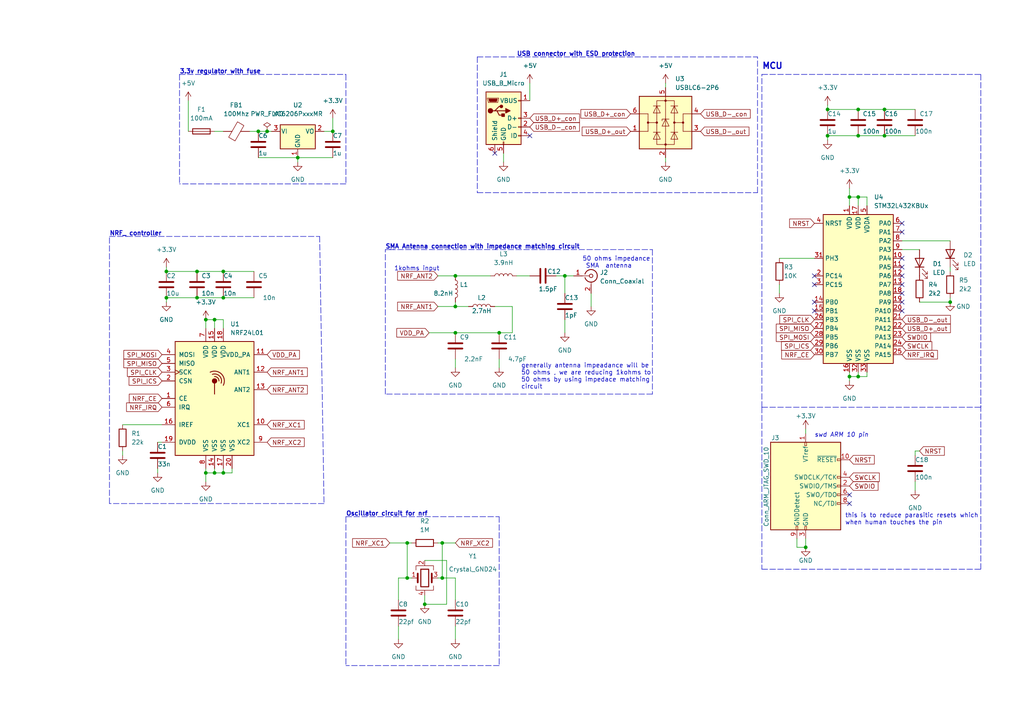
<source format=kicad_sch>
(kicad_sch (version 20211123) (generator eeschema)

  (uuid 739e40c6-51aa-4c36-b8d8-11317800d3de)

  (paper "A4")

  (title_block
    (title "Stm32 with rf")
    (date "2023-08-23")
    (rev "version : 1")
    (comment 1 "Author : lipson")
  )

  (lib_symbols
    (symbol "Connector:Conn_ARM_JTAG_SWD_10" (pin_names (offset 1.016)) (in_bom yes) (on_board yes)
      (property "Reference" "J" (id 0) (at -2.54 16.51 0)
        (effects (font (size 1.27 1.27)) (justify right))
      )
      (property "Value" "Conn_ARM_JTAG_SWD_10" (id 1) (at -2.54 13.97 0)
        (effects (font (size 1.27 1.27)) (justify right bottom))
      )
      (property "Footprint" "" (id 2) (at 0 0 0)
        (effects (font (size 1.27 1.27)) hide)
      )
      (property "Datasheet" "http://infocenter.arm.com/help/topic/com.arm.doc.ddi0314h/DDI0314H_coresight_components_trm.pdf" (id 3) (at -8.89 -31.75 90)
        (effects (font (size 1.27 1.27)) hide)
      )
      (property "ki_keywords" "Cortex Debug Connector ARM SWD JTAG" (id 4) (at 0 0 0)
        (effects (font (size 1.27 1.27)) hide)
      )
      (property "ki_description" "Cortex Debug Connector, standard ARM Cortex-M SWD and JTAG interface" (id 5) (at 0 0 0)
        (effects (font (size 1.27 1.27)) hide)
      )
      (property "ki_fp_filters" "PinHeader?2x05?P1.27mm*" (id 6) (at 0 0 0)
        (effects (font (size 1.27 1.27)) hide)
      )
      (symbol "Conn_ARM_JTAG_SWD_10_0_1"
        (rectangle (start -10.16 12.7) (end 10.16 -12.7)
          (stroke (width 0.254) (type default) (color 0 0 0 0))
          (fill (type background))
        )
        (rectangle (start -2.794 -12.7) (end -2.286 -11.684)
          (stroke (width 0) (type default) (color 0 0 0 0))
          (fill (type none))
        )
        (rectangle (start -0.254 -12.7) (end 0.254 -11.684)
          (stroke (width 0) (type default) (color 0 0 0 0))
          (fill (type none))
        )
        (rectangle (start -0.254 12.7) (end 0.254 11.684)
          (stroke (width 0) (type default) (color 0 0 0 0))
          (fill (type none))
        )
        (rectangle (start 9.144 2.286) (end 10.16 2.794)
          (stroke (width 0) (type default) (color 0 0 0 0))
          (fill (type none))
        )
        (rectangle (start 10.16 -2.794) (end 9.144 -2.286)
          (stroke (width 0) (type default) (color 0 0 0 0))
          (fill (type none))
        )
        (rectangle (start 10.16 -0.254) (end 9.144 0.254)
          (stroke (width 0) (type default) (color 0 0 0 0))
          (fill (type none))
        )
        (rectangle (start 10.16 7.874) (end 9.144 7.366)
          (stroke (width 0) (type default) (color 0 0 0 0))
          (fill (type none))
        )
      )
      (symbol "Conn_ARM_JTAG_SWD_10_1_1"
        (rectangle (start 9.144 -5.334) (end 10.16 -4.826)
          (stroke (width 0) (type default) (color 0 0 0 0))
          (fill (type none))
        )
        (pin power_in line (at 0 15.24 270) (length 2.54)
          (name "VTref" (effects (font (size 1.27 1.27))))
          (number "1" (effects (font (size 1.27 1.27))))
        )
        (pin open_collector line (at 12.7 7.62 180) (length 2.54)
          (name "~{RESET}" (effects (font (size 1.27 1.27))))
          (number "10" (effects (font (size 1.27 1.27))))
        )
        (pin bidirectional line (at 12.7 0 180) (length 2.54)
          (name "SWDIO/TMS" (effects (font (size 1.27 1.27))))
          (number "2" (effects (font (size 1.27 1.27))))
        )
        (pin power_in line (at 0 -15.24 90) (length 2.54)
          (name "GND" (effects (font (size 1.27 1.27))))
          (number "3" (effects (font (size 1.27 1.27))))
        )
        (pin output line (at 12.7 2.54 180) (length 2.54)
          (name "SWDCLK/TCK" (effects (font (size 1.27 1.27))))
          (number "4" (effects (font (size 1.27 1.27))))
        )
        (pin passive line (at 0 -15.24 90) (length 2.54) hide
          (name "GND" (effects (font (size 1.27 1.27))))
          (number "5" (effects (font (size 1.27 1.27))))
        )
        (pin input line (at 12.7 -2.54 180) (length 2.54)
          (name "SWO/TDO" (effects (font (size 1.27 1.27))))
          (number "6" (effects (font (size 1.27 1.27))))
        )
        (pin no_connect line (at -10.16 0 0) (length 2.54) hide
          (name "KEY" (effects (font (size 1.27 1.27))))
          (number "7" (effects (font (size 1.27 1.27))))
        )
        (pin output line (at 12.7 -5.08 180) (length 2.54)
          (name "NC/TDI" (effects (font (size 1.27 1.27))))
          (number "8" (effects (font (size 1.27 1.27))))
        )
        (pin passive line (at -2.54 -15.24 90) (length 2.54)
          (name "GNDDetect" (effects (font (size 1.27 1.27))))
          (number "9" (effects (font (size 1.27 1.27))))
        )
      )
    )
    (symbol "Connector:Conn_Coaxial" (pin_names (offset 1.016) hide) (in_bom yes) (on_board yes)
      (property "Reference" "J" (id 0) (at 0.254 3.048 0)
        (effects (font (size 1.27 1.27)))
      )
      (property "Value" "Conn_Coaxial" (id 1) (at 2.921 0 90)
        (effects (font (size 1.27 1.27)))
      )
      (property "Footprint" "" (id 2) (at 0 0 0)
        (effects (font (size 1.27 1.27)) hide)
      )
      (property "Datasheet" " ~" (id 3) (at 0 0 0)
        (effects (font (size 1.27 1.27)) hide)
      )
      (property "ki_keywords" "BNC SMA SMB SMC LEMO coaxial connector CINCH RCA" (id 4) (at 0 0 0)
        (effects (font (size 1.27 1.27)) hide)
      )
      (property "ki_description" "coaxial connector (BNC, SMA, SMB, SMC, Cinch/RCA, LEMO, ...)" (id 5) (at 0 0 0)
        (effects (font (size 1.27 1.27)) hide)
      )
      (property "ki_fp_filters" "*BNC* *SMA* *SMB* *SMC* *Cinch* *LEMO*" (id 6) (at 0 0 0)
        (effects (font (size 1.27 1.27)) hide)
      )
      (symbol "Conn_Coaxial_0_1"
        (arc (start -1.778 -0.508) (mid 0.2311 -1.8066) (end 1.778 0)
          (stroke (width 0.254) (type default) (color 0 0 0 0))
          (fill (type none))
        )
        (polyline
          (pts
            (xy -2.54 0)
            (xy -0.508 0)
          )
          (stroke (width 0) (type default) (color 0 0 0 0))
          (fill (type none))
        )
        (polyline
          (pts
            (xy 0 -2.54)
            (xy 0 -1.778)
          )
          (stroke (width 0) (type default) (color 0 0 0 0))
          (fill (type none))
        )
        (circle (center 0 0) (radius 0.508)
          (stroke (width 0.2032) (type default) (color 0 0 0 0))
          (fill (type none))
        )
        (arc (start 1.778 0) (mid 0.2099 1.8101) (end -1.778 0.508)
          (stroke (width 0.254) (type default) (color 0 0 0 0))
          (fill (type none))
        )
      )
      (symbol "Conn_Coaxial_1_1"
        (pin passive line (at -5.08 0 0) (length 2.54)
          (name "In" (effects (font (size 1.27 1.27))))
          (number "1" (effects (font (size 1.27 1.27))))
        )
        (pin passive line (at 0 -5.08 90) (length 2.54)
          (name "Ext" (effects (font (size 1.27 1.27))))
          (number "2" (effects (font (size 1.27 1.27))))
        )
      )
    )
    (symbol "Connector:USB_B_Micro" (pin_names (offset 1.016)) (in_bom yes) (on_board yes)
      (property "Reference" "J" (id 0) (at -5.08 11.43 0)
        (effects (font (size 1.27 1.27)) (justify left))
      )
      (property "Value" "USB_B_Micro" (id 1) (at -5.08 8.89 0)
        (effects (font (size 1.27 1.27)) (justify left))
      )
      (property "Footprint" "" (id 2) (at 3.81 -1.27 0)
        (effects (font (size 1.27 1.27)) hide)
      )
      (property "Datasheet" "~" (id 3) (at 3.81 -1.27 0)
        (effects (font (size 1.27 1.27)) hide)
      )
      (property "ki_keywords" "connector USB micro" (id 4) (at 0 0 0)
        (effects (font (size 1.27 1.27)) hide)
      )
      (property "ki_description" "USB Micro Type B connector" (id 5) (at 0 0 0)
        (effects (font (size 1.27 1.27)) hide)
      )
      (property "ki_fp_filters" "USB*" (id 6) (at 0 0 0)
        (effects (font (size 1.27 1.27)) hide)
      )
      (symbol "USB_B_Micro_0_1"
        (rectangle (start -5.08 -7.62) (end 5.08 7.62)
          (stroke (width 0.254) (type default) (color 0 0 0 0))
          (fill (type background))
        )
        (circle (center -3.81 2.159) (radius 0.635)
          (stroke (width 0.254) (type default) (color 0 0 0 0))
          (fill (type outline))
        )
        (circle (center -0.635 3.429) (radius 0.381)
          (stroke (width 0.254) (type default) (color 0 0 0 0))
          (fill (type outline))
        )
        (rectangle (start -0.127 -7.62) (end 0.127 -6.858)
          (stroke (width 0) (type default) (color 0 0 0 0))
          (fill (type none))
        )
        (polyline
          (pts
            (xy -1.905 2.159)
            (xy 0.635 2.159)
          )
          (stroke (width 0.254) (type default) (color 0 0 0 0))
          (fill (type none))
        )
        (polyline
          (pts
            (xy -3.175 2.159)
            (xy -2.54 2.159)
            (xy -1.27 3.429)
            (xy -0.635 3.429)
          )
          (stroke (width 0.254) (type default) (color 0 0 0 0))
          (fill (type none))
        )
        (polyline
          (pts
            (xy -2.54 2.159)
            (xy -1.905 2.159)
            (xy -1.27 0.889)
            (xy 0 0.889)
          )
          (stroke (width 0.254) (type default) (color 0 0 0 0))
          (fill (type none))
        )
        (polyline
          (pts
            (xy 0.635 2.794)
            (xy 0.635 1.524)
            (xy 1.905 2.159)
            (xy 0.635 2.794)
          )
          (stroke (width 0.254) (type default) (color 0 0 0 0))
          (fill (type outline))
        )
        (polyline
          (pts
            (xy -4.318 5.588)
            (xy -1.778 5.588)
            (xy -2.032 4.826)
            (xy -4.064 4.826)
            (xy -4.318 5.588)
          )
          (stroke (width 0) (type default) (color 0 0 0 0))
          (fill (type outline))
        )
        (polyline
          (pts
            (xy -4.699 5.842)
            (xy -4.699 5.588)
            (xy -4.445 4.826)
            (xy -4.445 4.572)
            (xy -1.651 4.572)
            (xy -1.651 4.826)
            (xy -1.397 5.588)
            (xy -1.397 5.842)
            (xy -4.699 5.842)
          )
          (stroke (width 0) (type default) (color 0 0 0 0))
          (fill (type none))
        )
        (rectangle (start 0.254 1.27) (end -0.508 0.508)
          (stroke (width 0.254) (type default) (color 0 0 0 0))
          (fill (type outline))
        )
        (rectangle (start 5.08 -5.207) (end 4.318 -4.953)
          (stroke (width 0) (type default) (color 0 0 0 0))
          (fill (type none))
        )
        (rectangle (start 5.08 -2.667) (end 4.318 -2.413)
          (stroke (width 0) (type default) (color 0 0 0 0))
          (fill (type none))
        )
        (rectangle (start 5.08 -0.127) (end 4.318 0.127)
          (stroke (width 0) (type default) (color 0 0 0 0))
          (fill (type none))
        )
        (rectangle (start 5.08 4.953) (end 4.318 5.207)
          (stroke (width 0) (type default) (color 0 0 0 0))
          (fill (type none))
        )
      )
      (symbol "USB_B_Micro_1_1"
        (pin power_out line (at 7.62 5.08 180) (length 2.54)
          (name "VBUS" (effects (font (size 1.27 1.27))))
          (number "1" (effects (font (size 1.27 1.27))))
        )
        (pin bidirectional line (at 7.62 -2.54 180) (length 2.54)
          (name "D-" (effects (font (size 1.27 1.27))))
          (number "2" (effects (font (size 1.27 1.27))))
        )
        (pin bidirectional line (at 7.62 0 180) (length 2.54)
          (name "D+" (effects (font (size 1.27 1.27))))
          (number "3" (effects (font (size 1.27 1.27))))
        )
        (pin passive line (at 7.62 -5.08 180) (length 2.54)
          (name "ID" (effects (font (size 1.27 1.27))))
          (number "4" (effects (font (size 1.27 1.27))))
        )
        (pin power_out line (at 0 -10.16 90) (length 2.54)
          (name "GND" (effects (font (size 1.27 1.27))))
          (number "5" (effects (font (size 1.27 1.27))))
        )
        (pin passive line (at -2.54 -10.16 90) (length 2.54)
          (name "Shield" (effects (font (size 1.27 1.27))))
          (number "6" (effects (font (size 1.27 1.27))))
        )
      )
    )
    (symbol "Device:C" (pin_numbers hide) (pin_names (offset 0.254)) (in_bom yes) (on_board yes)
      (property "Reference" "C" (id 0) (at 0.635 2.54 0)
        (effects (font (size 1.27 1.27)) (justify left))
      )
      (property "Value" "C" (id 1) (at 0.635 -2.54 0)
        (effects (font (size 1.27 1.27)) (justify left))
      )
      (property "Footprint" "" (id 2) (at 0.9652 -3.81 0)
        (effects (font (size 1.27 1.27)) hide)
      )
      (property "Datasheet" "~" (id 3) (at 0 0 0)
        (effects (font (size 1.27 1.27)) hide)
      )
      (property "ki_keywords" "cap capacitor" (id 4) (at 0 0 0)
        (effects (font (size 1.27 1.27)) hide)
      )
      (property "ki_description" "Unpolarized capacitor" (id 5) (at 0 0 0)
        (effects (font (size 1.27 1.27)) hide)
      )
      (property "ki_fp_filters" "C_*" (id 6) (at 0 0 0)
        (effects (font (size 1.27 1.27)) hide)
      )
      (symbol "C_0_1"
        (polyline
          (pts
            (xy -2.032 -0.762)
            (xy 2.032 -0.762)
          )
          (stroke (width 0.508) (type default) (color 0 0 0 0))
          (fill (type none))
        )
        (polyline
          (pts
            (xy -2.032 0.762)
            (xy 2.032 0.762)
          )
          (stroke (width 0.508) (type default) (color 0 0 0 0))
          (fill (type none))
        )
      )
      (symbol "C_1_1"
        (pin passive line (at 0 3.81 270) (length 2.794)
          (name "~" (effects (font (size 1.27 1.27))))
          (number "1" (effects (font (size 1.27 1.27))))
        )
        (pin passive line (at 0 -3.81 90) (length 2.794)
          (name "~" (effects (font (size 1.27 1.27))))
          (number "2" (effects (font (size 1.27 1.27))))
        )
      )
    )
    (symbol "Device:Crystal_GND24" (pin_names (offset 1.016) hide) (in_bom yes) (on_board yes)
      (property "Reference" "Y" (id 0) (at 3.175 5.08 0)
        (effects (font (size 1.27 1.27)) (justify left))
      )
      (property "Value" "Crystal_GND24" (id 1) (at 3.175 3.175 0)
        (effects (font (size 1.27 1.27)) (justify left))
      )
      (property "Footprint" "" (id 2) (at 0 0 0)
        (effects (font (size 1.27 1.27)) hide)
      )
      (property "Datasheet" "~" (id 3) (at 0 0 0)
        (effects (font (size 1.27 1.27)) hide)
      )
      (property "ki_keywords" "quartz ceramic resonator oscillator" (id 4) (at 0 0 0)
        (effects (font (size 1.27 1.27)) hide)
      )
      (property "ki_description" "Four pin crystal, GND on pins 2 and 4" (id 5) (at 0 0 0)
        (effects (font (size 1.27 1.27)) hide)
      )
      (property "ki_fp_filters" "Crystal*" (id 6) (at 0 0 0)
        (effects (font (size 1.27 1.27)) hide)
      )
      (symbol "Crystal_GND24_0_1"
        (rectangle (start -1.143 2.54) (end 1.143 -2.54)
          (stroke (width 0.3048) (type default) (color 0 0 0 0))
          (fill (type none))
        )
        (polyline
          (pts
            (xy -2.54 0)
            (xy -2.032 0)
          )
          (stroke (width 0) (type default) (color 0 0 0 0))
          (fill (type none))
        )
        (polyline
          (pts
            (xy -2.032 -1.27)
            (xy -2.032 1.27)
          )
          (stroke (width 0.508) (type default) (color 0 0 0 0))
          (fill (type none))
        )
        (polyline
          (pts
            (xy 0 -3.81)
            (xy 0 -3.556)
          )
          (stroke (width 0) (type default) (color 0 0 0 0))
          (fill (type none))
        )
        (polyline
          (pts
            (xy 0 3.556)
            (xy 0 3.81)
          )
          (stroke (width 0) (type default) (color 0 0 0 0))
          (fill (type none))
        )
        (polyline
          (pts
            (xy 2.032 -1.27)
            (xy 2.032 1.27)
          )
          (stroke (width 0.508) (type default) (color 0 0 0 0))
          (fill (type none))
        )
        (polyline
          (pts
            (xy 2.032 0)
            (xy 2.54 0)
          )
          (stroke (width 0) (type default) (color 0 0 0 0))
          (fill (type none))
        )
        (polyline
          (pts
            (xy -2.54 -2.286)
            (xy -2.54 -3.556)
            (xy 2.54 -3.556)
            (xy 2.54 -2.286)
          )
          (stroke (width 0) (type default) (color 0 0 0 0))
          (fill (type none))
        )
        (polyline
          (pts
            (xy -2.54 2.286)
            (xy -2.54 3.556)
            (xy 2.54 3.556)
            (xy 2.54 2.286)
          )
          (stroke (width 0) (type default) (color 0 0 0 0))
          (fill (type none))
        )
      )
      (symbol "Crystal_GND24_1_1"
        (pin passive line (at -3.81 0 0) (length 1.27)
          (name "1" (effects (font (size 1.27 1.27))))
          (number "1" (effects (font (size 1.27 1.27))))
        )
        (pin passive line (at 0 5.08 270) (length 1.27)
          (name "2" (effects (font (size 1.27 1.27))))
          (number "2" (effects (font (size 1.27 1.27))))
        )
        (pin passive line (at 3.81 0 180) (length 1.27)
          (name "3" (effects (font (size 1.27 1.27))))
          (number "3" (effects (font (size 1.27 1.27))))
        )
        (pin passive line (at 0 -5.08 90) (length 1.27)
          (name "4" (effects (font (size 1.27 1.27))))
          (number "4" (effects (font (size 1.27 1.27))))
        )
      )
    )
    (symbol "Device:FerriteBead" (pin_numbers hide) (pin_names (offset 0)) (in_bom yes) (on_board yes)
      (property "Reference" "FB" (id 0) (at -3.81 0.635 90)
        (effects (font (size 1.27 1.27)))
      )
      (property "Value" "FerriteBead" (id 1) (at 3.81 0 90)
        (effects (font (size 1.27 1.27)))
      )
      (property "Footprint" "" (id 2) (at -1.778 0 90)
        (effects (font (size 1.27 1.27)) hide)
      )
      (property "Datasheet" "~" (id 3) (at 0 0 0)
        (effects (font (size 1.27 1.27)) hide)
      )
      (property "ki_keywords" "L ferrite bead inductor filter" (id 4) (at 0 0 0)
        (effects (font (size 1.27 1.27)) hide)
      )
      (property "ki_description" "Ferrite bead" (id 5) (at 0 0 0)
        (effects (font (size 1.27 1.27)) hide)
      )
      (property "ki_fp_filters" "Inductor_* L_* *Ferrite*" (id 6) (at 0 0 0)
        (effects (font (size 1.27 1.27)) hide)
      )
      (symbol "FerriteBead_0_1"
        (polyline
          (pts
            (xy 0 -1.27)
            (xy 0 -1.2192)
          )
          (stroke (width 0) (type default) (color 0 0 0 0))
          (fill (type none))
        )
        (polyline
          (pts
            (xy 0 1.27)
            (xy 0 1.2954)
          )
          (stroke (width 0) (type default) (color 0 0 0 0))
          (fill (type none))
        )
        (polyline
          (pts
            (xy -2.7686 0.4064)
            (xy -1.7018 2.2606)
            (xy 2.7686 -0.3048)
            (xy 1.6764 -2.159)
            (xy -2.7686 0.4064)
          )
          (stroke (width 0) (type default) (color 0 0 0 0))
          (fill (type none))
        )
      )
      (symbol "FerriteBead_1_1"
        (pin passive line (at 0 3.81 270) (length 2.54)
          (name "~" (effects (font (size 1.27 1.27))))
          (number "1" (effects (font (size 1.27 1.27))))
        )
        (pin passive line (at 0 -3.81 90) (length 2.54)
          (name "~" (effects (font (size 1.27 1.27))))
          (number "2" (effects (font (size 1.27 1.27))))
        )
      )
    )
    (symbol "Device:Fuse" (pin_numbers hide) (pin_names (offset 0)) (in_bom yes) (on_board yes)
      (property "Reference" "F" (id 0) (at 2.032 0 90)
        (effects (font (size 1.27 1.27)))
      )
      (property "Value" "Fuse" (id 1) (at -1.905 0 90)
        (effects (font (size 1.27 1.27)))
      )
      (property "Footprint" "" (id 2) (at -1.778 0 90)
        (effects (font (size 1.27 1.27)) hide)
      )
      (property "Datasheet" "~" (id 3) (at 0 0 0)
        (effects (font (size 1.27 1.27)) hide)
      )
      (property "ki_keywords" "fuse" (id 4) (at 0 0 0)
        (effects (font (size 1.27 1.27)) hide)
      )
      (property "ki_description" "Fuse" (id 5) (at 0 0 0)
        (effects (font (size 1.27 1.27)) hide)
      )
      (property "ki_fp_filters" "*Fuse*" (id 6) (at 0 0 0)
        (effects (font (size 1.27 1.27)) hide)
      )
      (symbol "Fuse_0_1"
        (rectangle (start -0.762 -2.54) (end 0.762 2.54)
          (stroke (width 0.254) (type default) (color 0 0 0 0))
          (fill (type none))
        )
        (polyline
          (pts
            (xy 0 2.54)
            (xy 0 -2.54)
          )
          (stroke (width 0) (type default) (color 0 0 0 0))
          (fill (type none))
        )
      )
      (symbol "Fuse_1_1"
        (pin passive line (at 0 3.81 270) (length 1.27)
          (name "~" (effects (font (size 1.27 1.27))))
          (number "1" (effects (font (size 1.27 1.27))))
        )
        (pin passive line (at 0 -3.81 90) (length 1.27)
          (name "~" (effects (font (size 1.27 1.27))))
          (number "2" (effects (font (size 1.27 1.27))))
        )
      )
    )
    (symbol "Device:L" (pin_numbers hide) (pin_names (offset 1.016) hide) (in_bom yes) (on_board yes)
      (property "Reference" "L" (id 0) (at -1.27 0 90)
        (effects (font (size 1.27 1.27)))
      )
      (property "Value" "L" (id 1) (at 1.905 0 90)
        (effects (font (size 1.27 1.27)))
      )
      (property "Footprint" "" (id 2) (at 0 0 0)
        (effects (font (size 1.27 1.27)) hide)
      )
      (property "Datasheet" "~" (id 3) (at 0 0 0)
        (effects (font (size 1.27 1.27)) hide)
      )
      (property "ki_keywords" "inductor choke coil reactor magnetic" (id 4) (at 0 0 0)
        (effects (font (size 1.27 1.27)) hide)
      )
      (property "ki_description" "Inductor" (id 5) (at 0 0 0)
        (effects (font (size 1.27 1.27)) hide)
      )
      (property "ki_fp_filters" "Choke_* *Coil* Inductor_* L_*" (id 6) (at 0 0 0)
        (effects (font (size 1.27 1.27)) hide)
      )
      (symbol "L_0_1"
        (arc (start 0 -2.54) (mid 0.635 -1.905) (end 0 -1.27)
          (stroke (width 0) (type default) (color 0 0 0 0))
          (fill (type none))
        )
        (arc (start 0 -1.27) (mid 0.635 -0.635) (end 0 0)
          (stroke (width 0) (type default) (color 0 0 0 0))
          (fill (type none))
        )
        (arc (start 0 0) (mid 0.635 0.635) (end 0 1.27)
          (stroke (width 0) (type default) (color 0 0 0 0))
          (fill (type none))
        )
        (arc (start 0 1.27) (mid 0.635 1.905) (end 0 2.54)
          (stroke (width 0) (type default) (color 0 0 0 0))
          (fill (type none))
        )
      )
      (symbol "L_1_1"
        (pin passive line (at 0 3.81 270) (length 1.27)
          (name "1" (effects (font (size 1.27 1.27))))
          (number "1" (effects (font (size 1.27 1.27))))
        )
        (pin passive line (at 0 -3.81 90) (length 1.27)
          (name "2" (effects (font (size 1.27 1.27))))
          (number "2" (effects (font (size 1.27 1.27))))
        )
      )
    )
    (symbol "Device:LED" (pin_numbers hide) (pin_names (offset 1.016) hide) (in_bom yes) (on_board yes)
      (property "Reference" "D" (id 0) (at 0 2.54 0)
        (effects (font (size 1.27 1.27)))
      )
      (property "Value" "LED" (id 1) (at 0 -2.54 0)
        (effects (font (size 1.27 1.27)))
      )
      (property "Footprint" "" (id 2) (at 0 0 0)
        (effects (font (size 1.27 1.27)) hide)
      )
      (property "Datasheet" "~" (id 3) (at 0 0 0)
        (effects (font (size 1.27 1.27)) hide)
      )
      (property "ki_keywords" "LED diode" (id 4) (at 0 0 0)
        (effects (font (size 1.27 1.27)) hide)
      )
      (property "ki_description" "Light emitting diode" (id 5) (at 0 0 0)
        (effects (font (size 1.27 1.27)) hide)
      )
      (property "ki_fp_filters" "LED* LED_SMD:* LED_THT:*" (id 6) (at 0 0 0)
        (effects (font (size 1.27 1.27)) hide)
      )
      (symbol "LED_0_1"
        (polyline
          (pts
            (xy -1.27 -1.27)
            (xy -1.27 1.27)
          )
          (stroke (width 0.254) (type default) (color 0 0 0 0))
          (fill (type none))
        )
        (polyline
          (pts
            (xy -1.27 0)
            (xy 1.27 0)
          )
          (stroke (width 0) (type default) (color 0 0 0 0))
          (fill (type none))
        )
        (polyline
          (pts
            (xy 1.27 -1.27)
            (xy 1.27 1.27)
            (xy -1.27 0)
            (xy 1.27 -1.27)
          )
          (stroke (width 0.254) (type default) (color 0 0 0 0))
          (fill (type none))
        )
        (polyline
          (pts
            (xy -3.048 -0.762)
            (xy -4.572 -2.286)
            (xy -3.81 -2.286)
            (xy -4.572 -2.286)
            (xy -4.572 -1.524)
          )
          (stroke (width 0) (type default) (color 0 0 0 0))
          (fill (type none))
        )
        (polyline
          (pts
            (xy -1.778 -0.762)
            (xy -3.302 -2.286)
            (xy -2.54 -2.286)
            (xy -3.302 -2.286)
            (xy -3.302 -1.524)
          )
          (stroke (width 0) (type default) (color 0 0 0 0))
          (fill (type none))
        )
      )
      (symbol "LED_1_1"
        (pin passive line (at -3.81 0 0) (length 2.54)
          (name "K" (effects (font (size 1.27 1.27))))
          (number "1" (effects (font (size 1.27 1.27))))
        )
        (pin passive line (at 3.81 0 180) (length 2.54)
          (name "A" (effects (font (size 1.27 1.27))))
          (number "2" (effects (font (size 1.27 1.27))))
        )
      )
    )
    (symbol "Device:R" (pin_numbers hide) (pin_names (offset 0)) (in_bom yes) (on_board yes)
      (property "Reference" "R" (id 0) (at 2.032 0 90)
        (effects (font (size 1.27 1.27)))
      )
      (property "Value" "R" (id 1) (at 0 0 90)
        (effects (font (size 1.27 1.27)))
      )
      (property "Footprint" "" (id 2) (at -1.778 0 90)
        (effects (font (size 1.27 1.27)) hide)
      )
      (property "Datasheet" "~" (id 3) (at 0 0 0)
        (effects (font (size 1.27 1.27)) hide)
      )
      (property "ki_keywords" "R res resistor" (id 4) (at 0 0 0)
        (effects (font (size 1.27 1.27)) hide)
      )
      (property "ki_description" "Resistor" (id 5) (at 0 0 0)
        (effects (font (size 1.27 1.27)) hide)
      )
      (property "ki_fp_filters" "R_*" (id 6) (at 0 0 0)
        (effects (font (size 1.27 1.27)) hide)
      )
      (symbol "R_0_1"
        (rectangle (start -1.016 -2.54) (end 1.016 2.54)
          (stroke (width 0.254) (type default) (color 0 0 0 0))
          (fill (type none))
        )
      )
      (symbol "R_1_1"
        (pin passive line (at 0 3.81 270) (length 1.27)
          (name "~" (effects (font (size 1.27 1.27))))
          (number "1" (effects (font (size 1.27 1.27))))
        )
        (pin passive line (at 0 -3.81 90) (length 1.27)
          (name "~" (effects (font (size 1.27 1.27))))
          (number "2" (effects (font (size 1.27 1.27))))
        )
      )
    )
    (symbol "MCU_ST_STM32L4:STM32L432KBUx" (in_bom yes) (on_board yes)
      (property "Reference" "U" (id 0) (at -10.16 21.59 0)
        (effects (font (size 1.27 1.27)) (justify left))
      )
      (property "Value" "STM32L432KBUx" (id 1) (at 5.08 21.59 0)
        (effects (font (size 1.27 1.27)) (justify left))
      )
      (property "Footprint" "Package_DFN_QFN:QFN-32-1EP_5x5mm_P0.5mm_EP3.45x3.45mm" (id 2) (at -10.16 -22.86 0)
        (effects (font (size 1.27 1.27)) (justify right) hide)
      )
      (property "Datasheet" "http://www.st.com/st-web-ui/static/active/en/resource/technical/document/datasheet/DM00257205.pdf" (id 3) (at 0 0 0)
        (effects (font (size 1.27 1.27)) hide)
      )
      (property "ki_keywords" "ARM Cortex-M4 STM32L4 STM32L4x2" (id 4) (at 0 0 0)
        (effects (font (size 1.27 1.27)) hide)
      )
      (property "ki_description" "ARM Cortex-M4 MCU, 128KB flash, 64KB RAM, 80MHz, 1.71-3.6V, 26 GPIO, UFQFPN-32" (id 5) (at 0 0 0)
        (effects (font (size 1.27 1.27)) hide)
      )
      (property "ki_fp_filters" "QFN*1EP*5x5mm*P0.5mm*" (id 6) (at 0 0 0)
        (effects (font (size 1.27 1.27)) hide)
      )
      (symbol "STM32L432KBUx_0_1"
        (rectangle (start -10.16 -22.86) (end 10.16 20.32)
          (stroke (width 0.254) (type default) (color 0 0 0 0))
          (fill (type background))
        )
      )
      (symbol "STM32L432KBUx_1_1"
        (pin power_in line (at -2.54 22.86 270) (length 2.54)
          (name "VDD" (effects (font (size 1.27 1.27))))
          (number "1" (effects (font (size 1.27 1.27))))
        )
        (pin bidirectional line (at 12.7 7.62 180) (length 2.54)
          (name "PA4" (effects (font (size 1.27 1.27))))
          (number "10" (effects (font (size 1.27 1.27))))
        )
        (pin bidirectional line (at 12.7 5.08 180) (length 2.54)
          (name "PA5" (effects (font (size 1.27 1.27))))
          (number "11" (effects (font (size 1.27 1.27))))
        )
        (pin bidirectional line (at 12.7 2.54 180) (length 2.54)
          (name "PA6" (effects (font (size 1.27 1.27))))
          (number "12" (effects (font (size 1.27 1.27))))
        )
        (pin bidirectional line (at 12.7 0 180) (length 2.54)
          (name "PA7" (effects (font (size 1.27 1.27))))
          (number "13" (effects (font (size 1.27 1.27))))
        )
        (pin bidirectional line (at -12.7 -5.08 0) (length 2.54)
          (name "PB0" (effects (font (size 1.27 1.27))))
          (number "14" (effects (font (size 1.27 1.27))))
        )
        (pin bidirectional line (at -12.7 -7.62 0) (length 2.54)
          (name "PB1" (effects (font (size 1.27 1.27))))
          (number "15" (effects (font (size 1.27 1.27))))
        )
        (pin power_in line (at -2.54 -25.4 90) (length 2.54)
          (name "VSS" (effects (font (size 1.27 1.27))))
          (number "16" (effects (font (size 1.27 1.27))))
        )
        (pin power_in line (at 0 22.86 270) (length 2.54)
          (name "VDD" (effects (font (size 1.27 1.27))))
          (number "17" (effects (font (size 1.27 1.27))))
        )
        (pin bidirectional line (at 12.7 -2.54 180) (length 2.54)
          (name "PA8" (effects (font (size 1.27 1.27))))
          (number "18" (effects (font (size 1.27 1.27))))
        )
        (pin bidirectional line (at 12.7 -5.08 180) (length 2.54)
          (name "PA9" (effects (font (size 1.27 1.27))))
          (number "19" (effects (font (size 1.27 1.27))))
        )
        (pin bidirectional line (at -12.7 2.54 0) (length 2.54)
          (name "PC14" (effects (font (size 1.27 1.27))))
          (number "2" (effects (font (size 1.27 1.27))))
        )
        (pin bidirectional line (at 12.7 -7.62 180) (length 2.54)
          (name "PA10" (effects (font (size 1.27 1.27))))
          (number "20" (effects (font (size 1.27 1.27))))
        )
        (pin bidirectional line (at 12.7 -10.16 180) (length 2.54)
          (name "PA11" (effects (font (size 1.27 1.27))))
          (number "21" (effects (font (size 1.27 1.27))))
        )
        (pin bidirectional line (at 12.7 -12.7 180) (length 2.54)
          (name "PA12" (effects (font (size 1.27 1.27))))
          (number "22" (effects (font (size 1.27 1.27))))
        )
        (pin bidirectional line (at 12.7 -15.24 180) (length 2.54)
          (name "PA13" (effects (font (size 1.27 1.27))))
          (number "23" (effects (font (size 1.27 1.27))))
        )
        (pin bidirectional line (at 12.7 -17.78 180) (length 2.54)
          (name "PA14" (effects (font (size 1.27 1.27))))
          (number "24" (effects (font (size 1.27 1.27))))
        )
        (pin bidirectional line (at 12.7 -20.32 180) (length 2.54)
          (name "PA15" (effects (font (size 1.27 1.27))))
          (number "25" (effects (font (size 1.27 1.27))))
        )
        (pin bidirectional line (at -12.7 -10.16 0) (length 2.54)
          (name "PB3" (effects (font (size 1.27 1.27))))
          (number "26" (effects (font (size 1.27 1.27))))
        )
        (pin bidirectional line (at -12.7 -12.7 0) (length 2.54)
          (name "PB4" (effects (font (size 1.27 1.27))))
          (number "27" (effects (font (size 1.27 1.27))))
        )
        (pin bidirectional line (at -12.7 -15.24 0) (length 2.54)
          (name "PB5" (effects (font (size 1.27 1.27))))
          (number "28" (effects (font (size 1.27 1.27))))
        )
        (pin bidirectional line (at -12.7 -17.78 0) (length 2.54)
          (name "PB6" (effects (font (size 1.27 1.27))))
          (number "29" (effects (font (size 1.27 1.27))))
        )
        (pin bidirectional line (at -12.7 0 0) (length 2.54)
          (name "PC15" (effects (font (size 1.27 1.27))))
          (number "3" (effects (font (size 1.27 1.27))))
        )
        (pin bidirectional line (at -12.7 -20.32 0) (length 2.54)
          (name "PB7" (effects (font (size 1.27 1.27))))
          (number "30" (effects (font (size 1.27 1.27))))
        )
        (pin bidirectional line (at -12.7 7.62 0) (length 2.54)
          (name "PH3" (effects (font (size 1.27 1.27))))
          (number "31" (effects (font (size 1.27 1.27))))
        )
        (pin power_in line (at 0 -25.4 90) (length 2.54)
          (name "VSS" (effects (font (size 1.27 1.27))))
          (number "32" (effects (font (size 1.27 1.27))))
        )
        (pin power_in line (at 2.54 -25.4 90) (length 2.54)
          (name "VSS" (effects (font (size 1.27 1.27))))
          (number "33" (effects (font (size 1.27 1.27))))
        )
        (pin input line (at -12.7 17.78 0) (length 2.54)
          (name "NRST" (effects (font (size 1.27 1.27))))
          (number "4" (effects (font (size 1.27 1.27))))
        )
        (pin power_in line (at 2.54 22.86 270) (length 2.54)
          (name "VDDA" (effects (font (size 1.27 1.27))))
          (number "5" (effects (font (size 1.27 1.27))))
        )
        (pin bidirectional line (at 12.7 17.78 180) (length 2.54)
          (name "PA0" (effects (font (size 1.27 1.27))))
          (number "6" (effects (font (size 1.27 1.27))))
        )
        (pin bidirectional line (at 12.7 15.24 180) (length 2.54)
          (name "PA1" (effects (font (size 1.27 1.27))))
          (number "7" (effects (font (size 1.27 1.27))))
        )
        (pin bidirectional line (at 12.7 12.7 180) (length 2.54)
          (name "PA2" (effects (font (size 1.27 1.27))))
          (number "8" (effects (font (size 1.27 1.27))))
        )
        (pin bidirectional line (at 12.7 10.16 180) (length 2.54)
          (name "PA3" (effects (font (size 1.27 1.27))))
          (number "9" (effects (font (size 1.27 1.27))))
        )
      )
    )
    (symbol "Power_Protection:USBLC6-2P6" (pin_names hide) (in_bom yes) (on_board yes)
      (property "Reference" "U" (id 0) (at 2.54 8.89 0)
        (effects (font (size 1.27 1.27)) (justify left))
      )
      (property "Value" "USBLC6-2P6" (id 1) (at 2.54 -8.89 0)
        (effects (font (size 1.27 1.27)) (justify left))
      )
      (property "Footprint" "Package_TO_SOT_SMD:SOT-666" (id 2) (at 0 -12.7 0)
        (effects (font (size 1.27 1.27)) hide)
      )
      (property "Datasheet" "https://www.st.com/resource/en/datasheet/usblc6-2.pdf" (id 3) (at 5.08 8.89 0)
        (effects (font (size 1.27 1.27)) hide)
      )
      (property "ki_keywords" "usb ethernet video" (id 4) (at 0 0 0)
        (effects (font (size 1.27 1.27)) hide)
      )
      (property "ki_description" "Very low capacitance ESD protection diode, 2 data-line, SOT-666" (id 5) (at 0 0 0)
        (effects (font (size 1.27 1.27)) hide)
      )
      (property "ki_fp_filters" "SOT?666*" (id 6) (at 0 0 0)
        (effects (font (size 1.27 1.27)) hide)
      )
      (symbol "USBLC6-2P6_0_1"
        (rectangle (start -7.62 -7.62) (end 7.62 7.62)
          (stroke (width 0.254) (type default) (color 0 0 0 0))
          (fill (type background))
        )
        (circle (center -5.08 0) (radius 0.254)
          (stroke (width 0) (type default) (color 0 0 0 0))
          (fill (type outline))
        )
        (circle (center -2.54 0) (radius 0.254)
          (stroke (width 0) (type default) (color 0 0 0 0))
          (fill (type outline))
        )
        (rectangle (start -2.54 6.35) (end 2.54 -6.35)
          (stroke (width 0) (type default) (color 0 0 0 0))
          (fill (type none))
        )
        (circle (center 0 -6.35) (radius 0.254)
          (stroke (width 0) (type default) (color 0 0 0 0))
          (fill (type outline))
        )
        (polyline
          (pts
            (xy -5.08 -2.54)
            (xy -7.62 -2.54)
          )
          (stroke (width 0) (type default) (color 0 0 0 0))
          (fill (type none))
        )
        (polyline
          (pts
            (xy -5.08 0)
            (xy -5.08 -2.54)
          )
          (stroke (width 0) (type default) (color 0 0 0 0))
          (fill (type none))
        )
        (polyline
          (pts
            (xy -5.08 2.54)
            (xy -7.62 2.54)
          )
          (stroke (width 0) (type default) (color 0 0 0 0))
          (fill (type none))
        )
        (polyline
          (pts
            (xy -1.524 -2.794)
            (xy -3.556 -2.794)
          )
          (stroke (width 0) (type default) (color 0 0 0 0))
          (fill (type none))
        )
        (polyline
          (pts
            (xy -1.524 4.826)
            (xy -3.556 4.826)
          )
          (stroke (width 0) (type default) (color 0 0 0 0))
          (fill (type none))
        )
        (polyline
          (pts
            (xy 0 -7.62)
            (xy 0 -6.35)
          )
          (stroke (width 0) (type default) (color 0 0 0 0))
          (fill (type none))
        )
        (polyline
          (pts
            (xy 0 -6.35)
            (xy 0 1.27)
          )
          (stroke (width 0) (type default) (color 0 0 0 0))
          (fill (type none))
        )
        (polyline
          (pts
            (xy 0 1.27)
            (xy 0 6.35)
          )
          (stroke (width 0) (type default) (color 0 0 0 0))
          (fill (type none))
        )
        (polyline
          (pts
            (xy 0 6.35)
            (xy 0 7.62)
          )
          (stroke (width 0) (type default) (color 0 0 0 0))
          (fill (type none))
        )
        (polyline
          (pts
            (xy 1.524 -2.794)
            (xy 3.556 -2.794)
          )
          (stroke (width 0) (type default) (color 0 0 0 0))
          (fill (type none))
        )
        (polyline
          (pts
            (xy 1.524 4.826)
            (xy 3.556 4.826)
          )
          (stroke (width 0) (type default) (color 0 0 0 0))
          (fill (type none))
        )
        (polyline
          (pts
            (xy 5.08 -2.54)
            (xy 7.62 -2.54)
          )
          (stroke (width 0) (type default) (color 0 0 0 0))
          (fill (type none))
        )
        (polyline
          (pts
            (xy 5.08 0)
            (xy 5.08 -2.54)
          )
          (stroke (width 0) (type default) (color 0 0 0 0))
          (fill (type none))
        )
        (polyline
          (pts
            (xy 5.08 2.54)
            (xy 7.62 2.54)
          )
          (stroke (width 0) (type default) (color 0 0 0 0))
          (fill (type none))
        )
        (polyline
          (pts
            (xy -2.54 0)
            (xy -5.08 0)
            (xy -5.08 2.54)
          )
          (stroke (width 0) (type default) (color 0 0 0 0))
          (fill (type none))
        )
        (polyline
          (pts
            (xy 2.54 0)
            (xy 5.08 0)
            (xy 5.08 2.54)
          )
          (stroke (width 0) (type default) (color 0 0 0 0))
          (fill (type none))
        )
        (polyline
          (pts
            (xy -3.556 -4.826)
            (xy -1.524 -4.826)
            (xy -2.54 -2.794)
            (xy -3.556 -4.826)
          )
          (stroke (width 0) (type default) (color 0 0 0 0))
          (fill (type none))
        )
        (polyline
          (pts
            (xy -3.556 2.794)
            (xy -1.524 2.794)
            (xy -2.54 4.826)
            (xy -3.556 2.794)
          )
          (stroke (width 0) (type default) (color 0 0 0 0))
          (fill (type none))
        )
        (polyline
          (pts
            (xy -1.016 -1.016)
            (xy 1.016 -1.016)
            (xy 0 1.016)
            (xy -1.016 -1.016)
          )
          (stroke (width 0) (type default) (color 0 0 0 0))
          (fill (type none))
        )
        (polyline
          (pts
            (xy 1.016 1.016)
            (xy 0.762 1.016)
            (xy -1.016 1.016)
            (xy -1.016 0.508)
          )
          (stroke (width 0) (type default) (color 0 0 0 0))
          (fill (type none))
        )
        (polyline
          (pts
            (xy 3.556 -4.826)
            (xy 1.524 -4.826)
            (xy 2.54 -2.794)
            (xy 3.556 -4.826)
          )
          (stroke (width 0) (type default) (color 0 0 0 0))
          (fill (type none))
        )
        (polyline
          (pts
            (xy 3.556 2.794)
            (xy 1.524 2.794)
            (xy 2.54 4.826)
            (xy 3.556 2.794)
          )
          (stroke (width 0) (type default) (color 0 0 0 0))
          (fill (type none))
        )
        (circle (center 0 6.35) (radius 0.254)
          (stroke (width 0) (type default) (color 0 0 0 0))
          (fill (type outline))
        )
        (circle (center 2.54 0) (radius 0.254)
          (stroke (width 0) (type default) (color 0 0 0 0))
          (fill (type outline))
        )
        (circle (center 5.08 0) (radius 0.254)
          (stroke (width 0) (type default) (color 0 0 0 0))
          (fill (type outline))
        )
      )
      (symbol "USBLC6-2P6_1_1"
        (pin passive line (at -10.16 -2.54 0) (length 2.54)
          (name "I/O1" (effects (font (size 1.27 1.27))))
          (number "1" (effects (font (size 1.27 1.27))))
        )
        (pin passive line (at 0 -10.16 90) (length 2.54)
          (name "GND" (effects (font (size 1.27 1.27))))
          (number "2" (effects (font (size 1.27 1.27))))
        )
        (pin passive line (at 10.16 -2.54 180) (length 2.54)
          (name "I/O2" (effects (font (size 1.27 1.27))))
          (number "3" (effects (font (size 1.27 1.27))))
        )
        (pin passive line (at 10.16 2.54 180) (length 2.54)
          (name "I/O2" (effects (font (size 1.27 1.27))))
          (number "4" (effects (font (size 1.27 1.27))))
        )
        (pin passive line (at 0 10.16 270) (length 2.54)
          (name "VBUS" (effects (font (size 1.27 1.27))))
          (number "5" (effects (font (size 1.27 1.27))))
        )
        (pin passive line (at -10.16 2.54 0) (length 2.54)
          (name "I/O1" (effects (font (size 1.27 1.27))))
          (number "6" (effects (font (size 1.27 1.27))))
        )
      )
    )
    (symbol "RF:NRF24L01" (pin_names (offset 1.016)) (in_bom yes) (on_board yes)
      (property "Reference" "U" (id 0) (at -11.43 17.78 0)
        (effects (font (size 1.27 1.27)) (justify left))
      )
      (property "Value" "NRF24L01" (id 1) (at 5.08 17.78 0)
        (effects (font (size 1.27 1.27)) (justify left))
      )
      (property "Footprint" "Package_DFN_QFN:QFN-20-1EP_4x4mm_P0.5mm_EP2.5x2.5mm" (id 2) (at 5.08 20.32 0)
        (effects (font (size 1.27 1.27) italic) (justify left) hide)
      )
      (property "Datasheet" "http://www.nordicsemi.com/eng/content/download/2730/34105/file/nRF24L01_Product_Specification_v2_0.pdf" (id 3) (at 0 2.54 0)
        (effects (font (size 1.27 1.27)) hide)
      )
      (property "ki_keywords" "Low Power RF Transceiver" (id 4) (at 0 0 0)
        (effects (font (size 1.27 1.27)) hide)
      )
      (property "ki_description" "Ultra low power 2.4GHz RF Transceiver, QFN-20" (id 5) (at 0 0 0)
        (effects (font (size 1.27 1.27)) hide)
      )
      (property "ki_fp_filters" "QFN*4x4*0.5mm*" (id 6) (at 0 0 0)
        (effects (font (size 1.27 1.27)) hide)
      )
      (symbol "NRF24L01_0_1"
        (rectangle (start -11.43 16.51) (end 11.43 -16.51)
          (stroke (width 0.254) (type default) (color 0 0 0 0))
          (fill (type background))
        )
        (polyline
          (pts
            (xy 0 4.445)
            (xy 0 1.27)
          )
          (stroke (width 0.254) (type default) (color 0 0 0 0))
          (fill (type none))
        )
        (circle (center 0 5.08) (radius 0.635)
          (stroke (width 0.254) (type default) (color 0 0 0 0))
          (fill (type outline))
        )
        (arc (start 1.27 5.08) (mid 0.9071 5.9946) (end 0 6.35)
          (stroke (width 0.254) (type default) (color 0 0 0 0))
          (fill (type none))
        )
        (arc (start 1.905 4.445) (mid 1.4313 6.5254) (end -0.635 6.985)
          (stroke (width 0.254) (type default) (color 0 0 0 0))
          (fill (type none))
        )
        (arc (start 2.54 3.81) (mid 2.008 7.088) (end -1.27 7.62)
          (stroke (width 0.254) (type default) (color 0 0 0 0))
          (fill (type none))
        )
        (rectangle (start 11.43 -13.97) (end 11.43 -13.97)
          (stroke (width 0) (type default) (color 0 0 0 0))
          (fill (type none))
        )
      )
      (symbol "NRF24L01_1_1"
        (pin input line (at -15.24 0 0) (length 3.81)
          (name "CE" (effects (font (size 1.27 1.27))))
          (number "1" (effects (font (size 1.27 1.27))))
        )
        (pin passive line (at 15.24 -7.62 180) (length 3.81)
          (name "XC1" (effects (font (size 1.27 1.27))))
          (number "10" (effects (font (size 1.27 1.27))))
        )
        (pin power_out line (at 15.24 12.7 180) (length 3.81)
          (name "VDD_PA" (effects (font (size 1.27 1.27))))
          (number "11" (effects (font (size 1.27 1.27))))
        )
        (pin passive line (at 15.24 7.62 180) (length 3.81)
          (name "ANT1" (effects (font (size 1.27 1.27))))
          (number "12" (effects (font (size 1.27 1.27))))
        )
        (pin passive line (at 15.24 2.54 180) (length 3.81)
          (name "ANT2" (effects (font (size 1.27 1.27))))
          (number "13" (effects (font (size 1.27 1.27))))
        )
        (pin power_in line (at 0 -20.32 90) (length 3.81)
          (name "VSS" (effects (font (size 1.27 1.27))))
          (number "14" (effects (font (size 1.27 1.27))))
        )
        (pin power_in line (at 0 20.32 270) (length 3.81)
          (name "VDD" (effects (font (size 1.27 1.27))))
          (number "15" (effects (font (size 1.27 1.27))))
        )
        (pin passive line (at -15.24 -7.62 0) (length 3.81)
          (name "IREF" (effects (font (size 1.27 1.27))))
          (number "16" (effects (font (size 1.27 1.27))))
        )
        (pin power_in line (at 2.54 -20.32 90) (length 3.81)
          (name "VSS" (effects (font (size 1.27 1.27))))
          (number "17" (effects (font (size 1.27 1.27))))
        )
        (pin power_in line (at 2.54 20.32 270) (length 3.81)
          (name "VDD" (effects (font (size 1.27 1.27))))
          (number "18" (effects (font (size 1.27 1.27))))
        )
        (pin power_out line (at -15.24 -12.7 0) (length 3.81)
          (name "DVDD" (effects (font (size 1.27 1.27))))
          (number "19" (effects (font (size 1.27 1.27))))
        )
        (pin input line (at -15.24 5.08 0) (length 3.81)
          (name "CSN" (effects (font (size 1.27 1.27))))
          (number "2" (effects (font (size 1.27 1.27))))
        )
        (pin power_in line (at 5.08 -20.32 90) (length 3.81)
          (name "VSS" (effects (font (size 1.27 1.27))))
          (number "20" (effects (font (size 1.27 1.27))))
        )
        (pin input clock (at -15.24 7.62 0) (length 3.81)
          (name "SCK" (effects (font (size 1.27 1.27))))
          (number "3" (effects (font (size 1.27 1.27))))
        )
        (pin input line (at -15.24 12.7 0) (length 3.81)
          (name "MOSI" (effects (font (size 1.27 1.27))))
          (number "4" (effects (font (size 1.27 1.27))))
        )
        (pin output line (at -15.24 10.16 0) (length 3.81)
          (name "MISO" (effects (font (size 1.27 1.27))))
          (number "5" (effects (font (size 1.27 1.27))))
        )
        (pin output line (at -15.24 -2.54 0) (length 3.81)
          (name "IRQ" (effects (font (size 1.27 1.27))))
          (number "6" (effects (font (size 1.27 1.27))))
        )
        (pin power_in line (at -2.54 20.32 270) (length 3.81)
          (name "VDD" (effects (font (size 1.27 1.27))))
          (number "7" (effects (font (size 1.27 1.27))))
        )
        (pin power_in line (at -2.54 -20.32 90) (length 3.81)
          (name "VSS" (effects (font (size 1.27 1.27))))
          (number "8" (effects (font (size 1.27 1.27))))
        )
        (pin passive line (at 15.24 -12.7 180) (length 3.81)
          (name "XC2" (effects (font (size 1.27 1.27))))
          (number "9" (effects (font (size 1.27 1.27))))
        )
      )
    )
    (symbol "Regulator_Linear:XC6206PxxxMR" (pin_names (offset 0.254)) (in_bom yes) (on_board yes)
      (property "Reference" "U" (id 0) (at -3.81 3.175 0)
        (effects (font (size 1.27 1.27)))
      )
      (property "Value" "XC6206PxxxMR" (id 1) (at 0 3.175 0)
        (effects (font (size 1.27 1.27)) (justify left))
      )
      (property "Footprint" "Package_TO_SOT_SMD:SOT-23" (id 2) (at 0 5.715 0)
        (effects (font (size 1.27 1.27) italic) hide)
      )
      (property "Datasheet" "https://www.torexsemi.com/file/xc6206/XC6206.pdf" (id 3) (at 0 0 0)
        (effects (font (size 1.27 1.27)) hide)
      )
      (property "ki_keywords" "Torex LDO Voltage Regulator Fixed Positive" (id 4) (at 0 0 0)
        (effects (font (size 1.27 1.27)) hide)
      )
      (property "ki_description" "Positive 60-250mA Low Dropout Regulator, Fixed Output, SOT-23" (id 5) (at 0 0 0)
        (effects (font (size 1.27 1.27)) hide)
      )
      (property "ki_fp_filters" "SOT?23*" (id 6) (at 0 0 0)
        (effects (font (size 1.27 1.27)) hide)
      )
      (symbol "XC6206PxxxMR_0_1"
        (rectangle (start -5.08 1.905) (end 5.08 -5.08)
          (stroke (width 0.254) (type default) (color 0 0 0 0))
          (fill (type background))
        )
      )
      (symbol "XC6206PxxxMR_1_1"
        (pin power_in line (at 0 -7.62 90) (length 2.54)
          (name "GND" (effects (font (size 1.27 1.27))))
          (number "1" (effects (font (size 1.27 1.27))))
        )
        (pin power_out line (at 7.62 0 180) (length 2.54)
          (name "VO" (effects (font (size 1.27 1.27))))
          (number "2" (effects (font (size 1.27 1.27))))
        )
        (pin power_in line (at -7.62 0 0) (length 2.54)
          (name "VI" (effects (font (size 1.27 1.27))))
          (number "3" (effects (font (size 1.27 1.27))))
        )
      )
    )
    (symbol "power:+3.3V" (power) (pin_names (offset 0)) (in_bom yes) (on_board yes)
      (property "Reference" "#PWR" (id 0) (at 0 -3.81 0)
        (effects (font (size 1.27 1.27)) hide)
      )
      (property "Value" "+3.3V" (id 1) (at 0 3.556 0)
        (effects (font (size 1.27 1.27)))
      )
      (property "Footprint" "" (id 2) (at 0 0 0)
        (effects (font (size 1.27 1.27)) hide)
      )
      (property "Datasheet" "" (id 3) (at 0 0 0)
        (effects (font (size 1.27 1.27)) hide)
      )
      (property "ki_keywords" "power-flag" (id 4) (at 0 0 0)
        (effects (font (size 1.27 1.27)) hide)
      )
      (property "ki_description" "Power symbol creates a global label with name \"+3.3V\"" (id 5) (at 0 0 0)
        (effects (font (size 1.27 1.27)) hide)
      )
      (symbol "+3.3V_0_1"
        (polyline
          (pts
            (xy -0.762 1.27)
            (xy 0 2.54)
          )
          (stroke (width 0) (type default) (color 0 0 0 0))
          (fill (type none))
        )
        (polyline
          (pts
            (xy 0 0)
            (xy 0 2.54)
          )
          (stroke (width 0) (type default) (color 0 0 0 0))
          (fill (type none))
        )
        (polyline
          (pts
            (xy 0 2.54)
            (xy 0.762 1.27)
          )
          (stroke (width 0) (type default) (color 0 0 0 0))
          (fill (type none))
        )
      )
      (symbol "+3.3V_1_1"
        (pin power_in line (at 0 0 90) (length 0) hide
          (name "+3.3V" (effects (font (size 1.27 1.27))))
          (number "1" (effects (font (size 1.27 1.27))))
        )
      )
    )
    (symbol "power:+5V" (power) (pin_names (offset 0)) (in_bom yes) (on_board yes)
      (property "Reference" "#PWR" (id 0) (at 0 -3.81 0)
        (effects (font (size 1.27 1.27)) hide)
      )
      (property "Value" "+5V" (id 1) (at 0 3.556 0)
        (effects (font (size 1.27 1.27)))
      )
      (property "Footprint" "" (id 2) (at 0 0 0)
        (effects (font (size 1.27 1.27)) hide)
      )
      (property "Datasheet" "" (id 3) (at 0 0 0)
        (effects (font (size 1.27 1.27)) hide)
      )
      (property "ki_keywords" "power-flag" (id 4) (at 0 0 0)
        (effects (font (size 1.27 1.27)) hide)
      )
      (property "ki_description" "Power symbol creates a global label with name \"+5V\"" (id 5) (at 0 0 0)
        (effects (font (size 1.27 1.27)) hide)
      )
      (symbol "+5V_0_1"
        (polyline
          (pts
            (xy -0.762 1.27)
            (xy 0 2.54)
          )
          (stroke (width 0) (type default) (color 0 0 0 0))
          (fill (type none))
        )
        (polyline
          (pts
            (xy 0 0)
            (xy 0 2.54)
          )
          (stroke (width 0) (type default) (color 0 0 0 0))
          (fill (type none))
        )
        (polyline
          (pts
            (xy 0 2.54)
            (xy 0.762 1.27)
          )
          (stroke (width 0) (type default) (color 0 0 0 0))
          (fill (type none))
        )
      )
      (symbol "+5V_1_1"
        (pin power_in line (at 0 0 90) (length 0) hide
          (name "+5V" (effects (font (size 1.27 1.27))))
          (number "1" (effects (font (size 1.27 1.27))))
        )
      )
    )
    (symbol "power:GND" (power) (pin_names (offset 0)) (in_bom yes) (on_board yes)
      (property "Reference" "#PWR" (id 0) (at 0 -6.35 0)
        (effects (font (size 1.27 1.27)) hide)
      )
      (property "Value" "GND" (id 1) (at 0 -3.81 0)
        (effects (font (size 1.27 1.27)))
      )
      (property "Footprint" "" (id 2) (at 0 0 0)
        (effects (font (size 1.27 1.27)) hide)
      )
      (property "Datasheet" "" (id 3) (at 0 0 0)
        (effects (font (size 1.27 1.27)) hide)
      )
      (property "ki_keywords" "power-flag" (id 4) (at 0 0 0)
        (effects (font (size 1.27 1.27)) hide)
      )
      (property "ki_description" "Power symbol creates a global label with name \"GND\" , ground" (id 5) (at 0 0 0)
        (effects (font (size 1.27 1.27)) hide)
      )
      (symbol "GND_0_1"
        (polyline
          (pts
            (xy 0 0)
            (xy 0 -1.27)
            (xy 1.27 -1.27)
            (xy 0 -2.54)
            (xy -1.27 -1.27)
            (xy 0 -1.27)
          )
          (stroke (width 0) (type default) (color 0 0 0 0))
          (fill (type none))
        )
      )
      (symbol "GND_1_1"
        (pin power_in line (at 0 0 270) (length 0) hide
          (name "GND" (effects (font (size 1.27 1.27))))
          (number "1" (effects (font (size 1.27 1.27))))
        )
      )
    )
    (symbol "power:PWR_FLAG" (power) (pin_numbers hide) (pin_names (offset 0) hide) (in_bom yes) (on_board yes)
      (property "Reference" "#FLG" (id 0) (at 0 1.905 0)
        (effects (font (size 1.27 1.27)) hide)
      )
      (property "Value" "PWR_FLAG" (id 1) (at 0 3.81 0)
        (effects (font (size 1.27 1.27)))
      )
      (property "Footprint" "" (id 2) (at 0 0 0)
        (effects (font (size 1.27 1.27)) hide)
      )
      (property "Datasheet" "~" (id 3) (at 0 0 0)
        (effects (font (size 1.27 1.27)) hide)
      )
      (property "ki_keywords" "power-flag" (id 4) (at 0 0 0)
        (effects (font (size 1.27 1.27)) hide)
      )
      (property "ki_description" "Special symbol for telling ERC where power comes from" (id 5) (at 0 0 0)
        (effects (font (size 1.27 1.27)) hide)
      )
      (symbol "PWR_FLAG_0_0"
        (pin power_out line (at 0 0 90) (length 0)
          (name "pwr" (effects (font (size 1.27 1.27))))
          (number "1" (effects (font (size 1.27 1.27))))
        )
      )
      (symbol "PWR_FLAG_0_1"
        (polyline
          (pts
            (xy 0 0)
            (xy 0 1.27)
            (xy -1.016 1.905)
            (xy 0 2.54)
            (xy 1.016 1.905)
            (xy 0 1.27)
          )
          (stroke (width 0) (type default) (color 0 0 0 0))
          (fill (type none))
        )
      )
    )
  )

  (junction (at 57.15 78.74) (diameter 0) (color 0 0 0 0)
    (uuid 0118b87d-871d-40c2-a0aa-fe57ed622453)
  )
  (junction (at 57.15 86.36) (diameter 0) (color 0 0 0 0)
    (uuid 033e60ab-f762-4c46-bb50-648ba15caf70)
  )
  (junction (at 233.68 158.75) (diameter 0) (color 0 0 0 0)
    (uuid 040b81f2-b7e5-46ab-8d45-d9ad21c68cd7)
  )
  (junction (at 128.27 167.64) (diameter 0) (color 0 0 0 0)
    (uuid 093c3179-e4d4-41ad-9fa3-7252f45dd91a)
  )
  (junction (at 77.47 38.1) (diameter 0) (color 0 0 0 0)
    (uuid 1234507c-eed8-4723-a4af-4ff83bfb254b)
  )
  (junction (at 246.38 57.15) (diameter 0) (color 0 0 0 0)
    (uuid 3633f0ce-a3da-4ee3-9c31-cef22b3e7c19)
  )
  (junction (at 248.92 31.75) (diameter 0) (color 0 0 0 0)
    (uuid 3f6cab49-128a-4765-a140-274dc0dca862)
  )
  (junction (at 132.08 88.9) (diameter 0) (color 0 0 0 0)
    (uuid 41e49658-dd38-4313-87ed-5ae5626a3041)
  )
  (junction (at 132.08 80.01) (diameter 0) (color 0 0 0 0)
    (uuid 5294a387-043e-4b4b-863b-716c0479d72b)
  )
  (junction (at 118.11 167.64) (diameter 0) (color 0 0 0 0)
    (uuid 5763a030-c477-4b80-b809-48b8bd8bb5d0)
  )
  (junction (at 62.23 92.71) (diameter 0) (color 0 0 0 0)
    (uuid 5e96ee50-54b9-4b33-afa6-5482d546948f)
  )
  (junction (at 48.26 78.74) (diameter 0) (color 0 0 0 0)
    (uuid 5f478f4b-4825-41e6-8b86-65e3dfa5afaf)
  )
  (junction (at 248.92 109.22) (diameter 0) (color 0 0 0 0)
    (uuid 600fbb19-dea5-4b24-b3ee-b833aa437f08)
  )
  (junction (at 62.23 137.16) (diameter 0) (color 0 0 0 0)
    (uuid 6338100e-a697-4d60-ba16-8da72db04ad0)
  )
  (junction (at 240.03 31.75) (diameter 0) (color 0 0 0 0)
    (uuid 6b442a4d-e2a8-4e04-adfa-991455406d69)
  )
  (junction (at 118.11 157.48) (diameter 0) (color 0 0 0 0)
    (uuid 6feb9d49-69ce-4207-83b5-0027fc4bcd01)
  )
  (junction (at 48.26 86.36) (diameter 0) (color 0 0 0 0)
    (uuid 7697ebe8-4ad6-45a2-92c1-e2a7fd360858)
  )
  (junction (at 128.27 157.48) (diameter 0) (color 0 0 0 0)
    (uuid 7f9e3c64-c890-4600-af57-fcdba7f29fb5)
  )
  (junction (at 64.77 78.74) (diameter 0) (color 0 0 0 0)
    (uuid 8996f57c-6f50-4574-a34d-0b1d206b7935)
  )
  (junction (at 86.36 45.72) (diameter 0) (color 0 0 0 0)
    (uuid 8b43a51b-eee2-4af0-b400-f6972df7dd58)
  )
  (junction (at 275.59 87.63) (diameter 0) (color 0 0 0 0)
    (uuid 96a7fc6f-2bf9-45b5-9a0e-567d062b0b5d)
  )
  (junction (at 59.69 92.71) (diameter 0) (color 0 0 0 0)
    (uuid a0cbd214-9acf-47f0-91a9-ed2cb1e53cc8)
  )
  (junction (at 96.52 38.1) (diameter 0) (color 0 0 0 0)
    (uuid a2c1abad-d812-48fe-a7d9-fb5b46da44f7)
  )
  (junction (at 123.19 175.26) (diameter 0) (color 0 0 0 0)
    (uuid aaa80f18-bf2c-4c36-bc74-d51cba838390)
  )
  (junction (at 248.92 39.37) (diameter 0) (color 0 0 0 0)
    (uuid b63a85e4-77bc-46b4-8ad1-55dc468b8533)
  )
  (junction (at 64.77 86.36) (diameter 0) (color 0 0 0 0)
    (uuid b67d7533-e748-47b5-845b-a392c188139b)
  )
  (junction (at 163.83 80.01) (diameter 0) (color 0 0 0 0)
    (uuid bafb9643-59ec-426b-aeb0-4798969b9a0b)
  )
  (junction (at 144.78 96.52) (diameter 0) (color 0 0 0 0)
    (uuid c1f06c2b-2689-4cf5-bbc3-30d382630b01)
  )
  (junction (at 74.93 38.1) (diameter 0) (color 0 0 0 0)
    (uuid c249dc1a-e5a4-4942-baf0-abcdeb750afa)
  )
  (junction (at 248.92 57.15) (diameter 0) (color 0 0 0 0)
    (uuid c44d12b2-08b6-4129-be94-5142c3fb303d)
  )
  (junction (at 256.54 31.75) (diameter 0) (color 0 0 0 0)
    (uuid ca400848-dc24-4ab7-b065-3d09d9259736)
  )
  (junction (at 59.69 137.16) (diameter 0) (color 0 0 0 0)
    (uuid d049c9e2-f0b5-4a27-b594-ca8b86608ee6)
  )
  (junction (at 64.77 137.16) (diameter 0) (color 0 0 0 0)
    (uuid d365cd80-b1ac-4d04-a74f-9ff5219549b1)
  )
  (junction (at 240.03 39.37) (diameter 0) (color 0 0 0 0)
    (uuid dce35698-31f9-44a4-80db-a5cdaef8332c)
  )
  (junction (at 246.38 109.22) (diameter 0) (color 0 0 0 0)
    (uuid e0e046a5-a2e5-4a9d-87a9-1964f5b5b4b1)
  )
  (junction (at 256.54 39.37) (diameter 0) (color 0 0 0 0)
    (uuid ed985094-5e1c-4ef9-8a75-505c86d50ccd)
  )
  (junction (at 132.08 96.52) (diameter 0) (color 0 0 0 0)
    (uuid fb583f02-0d0c-43b9-baec-64610675c49f)
  )

  (no_connect (at 261.62 87.63) (uuid 0bb42f58-a9c9-4c1b-94c8-006693c08ad5))
  (no_connect (at 261.62 74.93) (uuid 2744d79f-7a25-4489-8c14-97d24d065728))
  (no_connect (at 261.62 80.01) (uuid 3b2a595d-a9e0-463f-87bc-1de7a98faf6e))
  (no_connect (at 246.38 146.05) (uuid 3dfc6b66-deec-4a4c-aac1-b14d48adae4c))
  (no_connect (at 143.51 44.45) (uuid 3e1e9baa-e8a9-4c72-be5b-13feff9eef23))
  (no_connect (at 261.62 64.77) (uuid 4be1e347-8195-425a-9451-7b6f162ce9b2))
  (no_connect (at 261.62 82.55) (uuid 69965773-fc94-415a-9ab5-849cd730bda2))
  (no_connect (at 236.22 82.55) (uuid 6be6d260-2eaf-44d7-9dc4-827338761e44))
  (no_connect (at 261.62 77.47) (uuid 84aa7e94-0683-4487-b326-d8063b0bef90))
  (no_connect (at 236.22 80.01) (uuid 8aea80db-6b43-420b-93d7-c82d926c39d0))
  (no_connect (at 246.38 143.51) (uuid b2e8be31-4ea2-416e-93c0-9d38a85ae2fd))
  (no_connect (at 261.62 90.17) (uuid b86cac90-4521-4fb9-aec3-3771db5d824f))
  (no_connect (at 236.22 87.63) (uuid c89a50d2-718b-4a47-a0f6-a7918a003947))
  (no_connect (at 261.62 67.31) (uuid c9867e26-ddb0-4ac4-9f34-b1710477d33b))
  (no_connect (at 236.22 90.17) (uuid e91c77d4-52a2-4010-8e4e-088bca156842))
  (no_connect (at 261.62 85.09) (uuid f7814a51-010f-4d05-aea7-7936ab216e6b))
  (no_connect (at 153.67 39.37) (uuid ff1afa05-af6f-45f1-a732-ff2c8a9f1d59))

  (wire (pts (xy 261.62 72.39) (xy 266.7 72.39))
    (stroke (width 0) (type default) (color 0 0 0 0))
    (uuid 006f3c84-3892-4ec9-8110-dd6c331a8714)
  )
  (polyline (pts (xy 138.43 16.51) (xy 219.71 16.51))
    (stroke (width 0) (type default) (color 0 0 0 0))
    (uuid 00deee61-72fb-451c-ae1f-7d9977da7f07)
  )

  (wire (pts (xy 128.27 167.64) (xy 128.27 157.48))
    (stroke (width 0) (type default) (color 0 0 0 0))
    (uuid 0116a34f-54cc-4750-9a11-ffb47c3d95e1)
  )
  (wire (pts (xy 62.23 38.1) (xy 64.77 38.1))
    (stroke (width 0) (type default) (color 0 0 0 0))
    (uuid 01a80893-aadc-4a24-a1b9-1345fb792b2e)
  )
  (wire (pts (xy 233.68 124.46) (xy 233.68 125.73))
    (stroke (width 0) (type default) (color 0 0 0 0))
    (uuid 049b1189-093f-4e2d-8cbd-72a3a72226f4)
  )
  (wire (pts (xy 62.23 95.25) (xy 62.23 92.71))
    (stroke (width 0) (type default) (color 0 0 0 0))
    (uuid 05e14ded-2b17-4b2e-b4ff-ba410afa5f40)
  )
  (wire (pts (xy 132.08 80.01) (xy 142.24 80.01))
    (stroke (width 0) (type default) (color 0 0 0 0))
    (uuid 0a1b4cff-b130-4703-83f2-57d9a9819bf3)
  )
  (wire (pts (xy 144.78 104.14) (xy 144.78 106.68))
    (stroke (width 0) (type default) (color 0 0 0 0))
    (uuid 0dba064e-3263-4beb-8319-97c6d10b7fa0)
  )
  (wire (pts (xy 226.06 82.55) (xy 226.06 85.09))
    (stroke (width 0) (type default) (color 0 0 0 0))
    (uuid 0ea09667-9517-48ca-9c63-a5c2a8f314df)
  )
  (wire (pts (xy 248.92 57.15) (xy 251.46 57.15))
    (stroke (width 0) (type default) (color 0 0 0 0))
    (uuid 10476ea5-d44e-4a2a-86a8-957ee2b6b758)
  )
  (wire (pts (xy 127 167.64) (xy 128.27 167.64))
    (stroke (width 0) (type default) (color 0 0 0 0))
    (uuid 19cfae41-f5af-4d09-a01a-4af9512fe926)
  )
  (wire (pts (xy 251.46 57.15) (xy 251.46 59.69))
    (stroke (width 0) (type default) (color 0 0 0 0))
    (uuid 19e83f6c-a32d-4af2-b9f9-efff9e27ddc1)
  )
  (polyline (pts (xy 52.07 21.59) (xy 100.33 21.59))
    (stroke (width 0) (type default) (color 0 0 0 0))
    (uuid 1a6ac551-5fa2-435e-908b-0de3d94df1d9)
  )
  (polyline (pts (xy 113.03 72.39) (xy 189.23 72.39))
    (stroke (width 0) (type default) (color 0 0 0 0))
    (uuid 1bc67358-e795-4d76-a2af-4d1d231cac14)
  )

  (wire (pts (xy 248.92 57.15) (xy 248.92 59.69))
    (stroke (width 0) (type default) (color 0 0 0 0))
    (uuid 23871560-18bc-496b-8466-6dd5ef1e410c)
  )
  (wire (pts (xy 275.59 77.47) (xy 275.59 78.74))
    (stroke (width 0) (type default) (color 0 0 0 0))
    (uuid 259114f6-7d19-4093-91a3-b596162f27b8)
  )
  (wire (pts (xy 73.66 78.74) (xy 64.77 78.74))
    (stroke (width 0) (type default) (color 0 0 0 0))
    (uuid 28d3a633-308b-47a0-b5dc-a138f122e588)
  )
  (wire (pts (xy 129.54 175.26) (xy 123.19 175.26))
    (stroke (width 0) (type default) (color 0 0 0 0))
    (uuid 29eecfd8-9ce8-4b0d-a378-2e99520d00f4)
  )
  (wire (pts (xy 265.43 39.37) (xy 256.54 39.37))
    (stroke (width 0) (type default) (color 0 0 0 0))
    (uuid 2c396d5e-2a74-4a07-a287-423047ec873d)
  )
  (wire (pts (xy 45.72 128.27) (xy 46.99 128.27))
    (stroke (width 0) (type default) (color 0 0 0 0))
    (uuid 324a4e9f-33b8-4673-bb5b-63f29265ec7a)
  )
  (wire (pts (xy 64.77 92.71) (xy 62.23 92.71))
    (stroke (width 0) (type default) (color 0 0 0 0))
    (uuid 3269ab60-c426-41ed-bb61-1377df5107cb)
  )
  (wire (pts (xy 48.26 77.47) (xy 48.26 78.74))
    (stroke (width 0) (type default) (color 0 0 0 0))
    (uuid 3418a93d-bb48-478f-b077-62dde93056b8)
  )
  (wire (pts (xy 146.05 46.99) (xy 146.05 44.45))
    (stroke (width 0) (type default) (color 0 0 0 0))
    (uuid 3419743f-9b65-40b8-82ff-387439e91e85)
  )
  (wire (pts (xy 67.31 137.16) (xy 64.77 137.16))
    (stroke (width 0) (type default) (color 0 0 0 0))
    (uuid 3480a4a3-5766-48a3-b8b6-13ce4195d49b)
  )
  (wire (pts (xy 233.68 156.21) (xy 233.68 158.75))
    (stroke (width 0) (type default) (color 0 0 0 0))
    (uuid 3628c924-fe78-4cb5-85f8-6d7a87358cdd)
  )
  (polyline (pts (xy 100.33 21.59) (xy 100.33 53.34))
    (stroke (width 0) (type default) (color 0 0 0 0))
    (uuid 37c81651-e575-4007-959e-2899dc51aed3)
  )

  (wire (pts (xy 48.26 87.63) (xy 48.26 86.36))
    (stroke (width 0) (type default) (color 0 0 0 0))
    (uuid 39289336-16e2-49da-aa53-599865b91048)
  )
  (wire (pts (xy 96.52 45.72) (xy 86.36 45.72))
    (stroke (width 0) (type default) (color 0 0 0 0))
    (uuid 39d0bddd-9d74-4582-9db5-7de010f1241c)
  )
  (wire (pts (xy 113.03 157.48) (xy 118.11 157.48))
    (stroke (width 0) (type default) (color 0 0 0 0))
    (uuid 3eec64da-7d0e-4107-9210-27dc27a6941e)
  )
  (wire (pts (xy 231.14 156.21) (xy 231.14 158.75))
    (stroke (width 0) (type default) (color 0 0 0 0))
    (uuid 410169ab-3c18-40c6-bbd8-3089812dfa51)
  )
  (wire (pts (xy 74.93 45.72) (xy 86.36 45.72))
    (stroke (width 0) (type default) (color 0 0 0 0))
    (uuid 45464596-552e-45ed-ae57-44b417529b05)
  )
  (wire (pts (xy 129.54 162.56) (xy 129.54 175.26))
    (stroke (width 0) (type default) (color 0 0 0 0))
    (uuid 4559393b-667c-42b8-a2ed-bebc09882aa0)
  )
  (wire (pts (xy 74.93 38.1) (xy 77.47 38.1))
    (stroke (width 0) (type default) (color 0 0 0 0))
    (uuid 4619b5d5-bd47-4088-aa49-2affd3d33995)
  )
  (wire (pts (xy 163.83 92.71) (xy 163.83 96.52))
    (stroke (width 0) (type default) (color 0 0 0 0))
    (uuid 473ec0f0-ab7e-4f78-9ad8-83b870c727f3)
  )
  (wire (pts (xy 57.15 86.36) (xy 48.26 86.36))
    (stroke (width 0) (type default) (color 0 0 0 0))
    (uuid 49b8bdd0-3601-440a-82c8-f8300f5d6651)
  )
  (wire (pts (xy 265.43 31.75) (xy 256.54 31.75))
    (stroke (width 0) (type default) (color 0 0 0 0))
    (uuid 4b92ca1b-67bc-43e0-b12f-703590d420da)
  )
  (polyline (pts (xy 92.71 68.58) (xy 93.98 146.05))
    (stroke (width 0) (type default) (color 0 0 0 0))
    (uuid 4cd6d12b-451a-47bc-88e9-3ca4c79d5d02)
  )
  (polyline (pts (xy 138.43 16.51) (xy 138.43 55.88))
    (stroke (width 0) (type default) (color 0 0 0 0))
    (uuid 4d5ebb1b-d188-41a6-9ee1-d5a39bbf1e81)
  )

  (wire (pts (xy 163.83 80.01) (xy 166.37 80.01))
    (stroke (width 0) (type default) (color 0 0 0 0))
    (uuid 51c73d0e-56eb-48e4-a298-4ffa07994b6e)
  )
  (wire (pts (xy 64.77 95.25) (xy 64.77 92.71))
    (stroke (width 0) (type default) (color 0 0 0 0))
    (uuid 51ea8778-e8fc-41ff-b599-9db8124c3fe4)
  )
  (wire (pts (xy 123.19 162.56) (xy 129.54 162.56))
    (stroke (width 0) (type default) (color 0 0 0 0))
    (uuid 523be1d0-5a36-4d8b-84c6-e3e75bdbf5aa)
  )
  (wire (pts (xy 62.23 135.89) (xy 62.23 137.16))
    (stroke (width 0) (type default) (color 0 0 0 0))
    (uuid 52e81e51-9f57-487a-82e5-37a432e36628)
  )
  (polyline (pts (xy 144.78 149.86) (xy 144.78 193.04))
    (stroke (width 0) (type default) (color 0 0 0 0))
    (uuid 532c2bb8-e96c-4022-9dc7-8abcec682cad)
  )

  (wire (pts (xy 86.36 45.72) (xy 86.36 46.99))
    (stroke (width 0) (type default) (color 0 0 0 0))
    (uuid 54c04890-937c-40e9-aa4c-a26f14523d19)
  )
  (polyline (pts (xy 284.48 21.59) (xy 284.48 118.11))
    (stroke (width 0) (type default) (color 0 0 0 0))
    (uuid 55727b36-1b6e-4185-90c7-f52b5114c165)
  )
  (polyline (pts (xy 220.98 118.11) (xy 284.48 118.11))
    (stroke (width 0) (type default) (color 0 0 0 0))
    (uuid 561d6b5c-3bb5-41a1-8572-add1e0f31fb9)
  )

  (wire (pts (xy 246.38 57.15) (xy 248.92 57.15))
    (stroke (width 0) (type default) (color 0 0 0 0))
    (uuid 56635631-64e1-4b4b-8b0a-c73f93b7bd91)
  )
  (wire (pts (xy 251.46 107.95) (xy 251.46 109.22))
    (stroke (width 0) (type default) (color 0 0 0 0))
    (uuid 57f3a86b-7306-4e3a-8139-6f7885bb363c)
  )
  (polyline (pts (xy 219.71 55.88) (xy 219.71 16.51))
    (stroke (width 0) (type default) (color 0 0 0 0))
    (uuid 599a66ef-87f9-4e1d-b982-42fbdc5e5546)
  )

  (wire (pts (xy 59.69 137.16) (xy 59.69 135.89))
    (stroke (width 0) (type default) (color 0 0 0 0))
    (uuid 5adf2b99-205d-49d3-94fa-e76acdfa648d)
  )
  (wire (pts (xy 163.83 85.09) (xy 163.83 80.01))
    (stroke (width 0) (type default) (color 0 0 0 0))
    (uuid 5be62a89-ffe5-4639-955f-8b7fb50979ca)
  )
  (wire (pts (xy 57.15 78.74) (xy 64.77 78.74))
    (stroke (width 0) (type default) (color 0 0 0 0))
    (uuid 60c0dbc3-3601-4958-9af6-1fe05fed3981)
  )
  (wire (pts (xy 54.61 29.21) (xy 54.61 38.1))
    (stroke (width 0) (type default) (color 0 0 0 0))
    (uuid 613cf316-9d4c-47a2-bd16-31666b1bad3e)
  )
  (wire (pts (xy 119.38 167.64) (xy 118.11 167.64))
    (stroke (width 0) (type default) (color 0 0 0 0))
    (uuid 628e88fc-8c65-41ab-89ee-52b1e9008d15)
  )
  (wire (pts (xy 226.06 74.93) (xy 236.22 74.93))
    (stroke (width 0) (type default) (color 0 0 0 0))
    (uuid 64a5a4de-4a0a-492c-bff1-df78885eaa67)
  )
  (wire (pts (xy 161.29 80.01) (xy 163.83 80.01))
    (stroke (width 0) (type default) (color 0 0 0 0))
    (uuid 65e46aaf-3b7c-4c9e-9df3-7c11b76d5d22)
  )
  (polyline (pts (xy 100.33 53.34) (xy 52.07 53.34))
    (stroke (width 0) (type default) (color 0 0 0 0))
    (uuid 685833e2-7258-486c-baac-bd0b34ece936)
  )

  (wire (pts (xy 246.38 110.49) (xy 246.38 109.22))
    (stroke (width 0) (type default) (color 0 0 0 0))
    (uuid 6aa6998f-6d3d-471c-898a-1922bc9070c6)
  )
  (wire (pts (xy 64.77 137.16) (xy 62.23 137.16))
    (stroke (width 0) (type default) (color 0 0 0 0))
    (uuid 74603ce6-1bc8-437b-9e08-bacb9893a8b0)
  )
  (wire (pts (xy 265.43 139.7) (xy 265.43 142.24))
    (stroke (width 0) (type default) (color 0 0 0 0))
    (uuid 78ec1fd6-d45e-411b-9af9-faf850755cdd)
  )
  (wire (pts (xy 72.39 38.1) (xy 74.93 38.1))
    (stroke (width 0) (type default) (color 0 0 0 0))
    (uuid 799d92b7-fed8-4904-9a41-bc9c116745ce)
  )
  (wire (pts (xy 59.69 92.71) (xy 59.69 95.25))
    (stroke (width 0) (type default) (color 0 0 0 0))
    (uuid 7b0e5003-4ad5-4a6d-9446-c5c7974fd05b)
  )
  (wire (pts (xy 143.51 88.9) (xy 148.59 88.9))
    (stroke (width 0) (type default) (color 0 0 0 0))
    (uuid 7c6f3c85-3f94-4d70-b19d-d98176ecf181)
  )
  (wire (pts (xy 132.08 104.14) (xy 132.08 106.68))
    (stroke (width 0) (type default) (color 0 0 0 0))
    (uuid 80601c98-4776-4ad2-be11-f05e1c177146)
  )
  (wire (pts (xy 171.45 88.9) (xy 171.45 85.09))
    (stroke (width 0) (type default) (color 0 0 0 0))
    (uuid 80f8712b-ea0d-4105-94b1-39361313fde0)
  )
  (wire (pts (xy 193.04 25.4) (xy 193.04 24.13))
    (stroke (width 0) (type default) (color 0 0 0 0))
    (uuid 824608b4-ec74-4876-87ec-007b66d06c34)
  )
  (wire (pts (xy 59.69 139.7) (xy 59.69 137.16))
    (stroke (width 0) (type default) (color 0 0 0 0))
    (uuid 836b6e43-8293-4656-860f-86dbec57823d)
  )
  (polyline (pts (xy 220.98 118.11) (xy 220.98 165.1))
    (stroke (width 0) (type default) (color 0 0 0 0))
    (uuid 87366c60-bea8-4985-b194-97a7b2780a38)
  )

  (wire (pts (xy 132.08 167.64) (xy 128.27 167.64))
    (stroke (width 0) (type default) (color 0 0 0 0))
    (uuid 8aaff38e-a361-4561-8014-13274cc7f194)
  )
  (wire (pts (xy 118.11 157.48) (xy 119.38 157.48))
    (stroke (width 0) (type default) (color 0 0 0 0))
    (uuid 8dd19ec6-b5bd-4bda-8da5-b536f0a9396a)
  )
  (wire (pts (xy 115.57 181.61) (xy 115.57 185.42))
    (stroke (width 0) (type default) (color 0 0 0 0))
    (uuid 8fc11465-5eae-4076-9306-de5f25356feb)
  )
  (polyline (pts (xy 144.78 193.04) (xy 100.33 193.04))
    (stroke (width 0) (type default) (color 0 0 0 0))
    (uuid 91703a35-6f56-4b84-b3c7-9bcd6d55d43b)
  )

  (wire (pts (xy 64.77 135.89) (xy 64.77 137.16))
    (stroke (width 0) (type default) (color 0 0 0 0))
    (uuid 91c17c8f-a858-4a34-ac79-405424c0e5ae)
  )
  (polyline (pts (xy 138.43 55.88) (xy 219.71 55.88))
    (stroke (width 0) (type default) (color 0 0 0 0))
    (uuid 94991f26-37d8-4219-8c00-cd3e42311b75)
  )

  (wire (pts (xy 115.57 173.99) (xy 115.57 167.64))
    (stroke (width 0) (type default) (color 0 0 0 0))
    (uuid 95ab3c5b-047e-4b13-98c0-3dd910d78602)
  )
  (polyline (pts (xy 100.33 149.86) (xy 100.33 193.04))
    (stroke (width 0) (type default) (color 0 0 0 0))
    (uuid 96a70a53-afe9-4145-9724-d2a52676a676)
  )

  (wire (pts (xy 35.56 123.19) (xy 46.99 123.19))
    (stroke (width 0) (type default) (color 0 0 0 0))
    (uuid 9ab18162-65b1-461a-a4e2-060946a52a93)
  )
  (wire (pts (xy 193.04 46.99) (xy 193.04 45.72))
    (stroke (width 0) (type default) (color 0 0 0 0))
    (uuid 9b823e10-f99e-4524-a263-ca0cfc31ad16)
  )
  (wire (pts (xy 127 157.48) (xy 128.27 157.48))
    (stroke (width 0) (type default) (color 0 0 0 0))
    (uuid 9c698d50-8d9e-4fa9-870e-a8d3ac9e0343)
  )
  (wire (pts (xy 132.08 181.61) (xy 132.08 185.42))
    (stroke (width 0) (type default) (color 0 0 0 0))
    (uuid 9c783c29-fb56-4694-aefd-845849e28a9a)
  )
  (wire (pts (xy 265.43 130.81) (xy 266.7 130.81))
    (stroke (width 0) (type default) (color 0 0 0 0))
    (uuid 9d899221-26c1-48ad-b548-9a824172893b)
  )
  (wire (pts (xy 248.92 31.75) (xy 256.54 31.75))
    (stroke (width 0) (type default) (color 0 0 0 0))
    (uuid 9e9da1c8-b8b9-4028-86b4-5be97578c9a9)
  )
  (polyline (pts (xy 284.48 165.1) (xy 284.48 116.84))
    (stroke (width 0) (type default) (color 0 0 0 0))
    (uuid a2b96bd0-d010-4727-84f1-01775c769c56)
  )

  (wire (pts (xy 144.78 96.52) (xy 132.08 96.52))
    (stroke (width 0) (type default) (color 0 0 0 0))
    (uuid a3f87b12-cc4a-4d79-ac45-b983b15d544e)
  )
  (wire (pts (xy 96.52 38.1) (xy 93.98 38.1))
    (stroke (width 0) (type default) (color 0 0 0 0))
    (uuid a53d0e69-65c4-499c-b6e9-d284152822de)
  )
  (wire (pts (xy 115.57 167.64) (xy 118.11 167.64))
    (stroke (width 0) (type default) (color 0 0 0 0))
    (uuid a673f19c-0496-48af-93a3-ccc24a2189f2)
  )
  (wire (pts (xy 231.14 158.75) (xy 233.68 158.75))
    (stroke (width 0) (type default) (color 0 0 0 0))
    (uuid a8863af4-6ce3-4389-836c-1bb038597c5f)
  )
  (wire (pts (xy 118.11 167.64) (xy 118.11 157.48))
    (stroke (width 0) (type default) (color 0 0 0 0))
    (uuid a8a55643-540b-423d-81f8-5beb7e623f65)
  )
  (wire (pts (xy 248.92 39.37) (xy 240.03 39.37))
    (stroke (width 0) (type default) (color 0 0 0 0))
    (uuid aa1a069e-41cd-4ccf-a36e-22623b09379c)
  )
  (wire (pts (xy 132.08 87.63) (xy 132.08 88.9))
    (stroke (width 0) (type default) (color 0 0 0 0))
    (uuid aab70eaa-e792-40d2-9d91-0721e27933a4)
  )
  (wire (pts (xy 73.66 86.36) (xy 64.77 86.36))
    (stroke (width 0) (type default) (color 0 0 0 0))
    (uuid ab1ad1bb-312a-4158-bb77-8dbb66e0bbe2)
  )
  (polyline (pts (xy 111.76 72.39) (xy 114.3 72.39))
    (stroke (width 0) (type default) (color 0 0 0 0))
    (uuid ac4abcaf-7869-48d5-8bd6-cc9ac610a02a)
  )

  (wire (pts (xy 240.03 31.75) (xy 248.92 31.75))
    (stroke (width 0) (type default) (color 0 0 0 0))
    (uuid acad339b-b62d-4ad8-b47d-2b09ebd3a0d7)
  )
  (wire (pts (xy 127 80.01) (xy 132.08 80.01))
    (stroke (width 0) (type default) (color 0 0 0 0))
    (uuid ad01a4b5-9631-4301-be18-2342647ecbab)
  )
  (wire (pts (xy 35.56 130.81) (xy 35.56 132.08))
    (stroke (width 0) (type default) (color 0 0 0 0))
    (uuid ad054e49-3253-429e-811f-c3db8eeff31b)
  )
  (wire (pts (xy 261.62 69.85) (xy 275.59 69.85))
    (stroke (width 0) (type default) (color 0 0 0 0))
    (uuid af29a993-1308-4373-9fdd-0de300fcb665)
  )
  (wire (pts (xy 248.92 107.95) (xy 248.92 109.22))
    (stroke (width 0) (type default) (color 0 0 0 0))
    (uuid b0bed096-c586-4dd7-86d3-1d3a73345199)
  )
  (wire (pts (xy 132.08 173.99) (xy 132.08 167.64))
    (stroke (width 0) (type default) (color 0 0 0 0))
    (uuid b128a0fe-ba16-4654-b786-0d937605ac72)
  )
  (wire (pts (xy 62.23 92.71) (xy 59.69 92.71))
    (stroke (width 0) (type default) (color 0 0 0 0))
    (uuid b12e39e0-6f0f-460b-ac5a-a8e6b4b15217)
  )
  (wire (pts (xy 149.86 80.01) (xy 153.67 80.01))
    (stroke (width 0) (type default) (color 0 0 0 0))
    (uuid b1bc461f-7fcd-48be-8b99-b9061e522f50)
  )
  (wire (pts (xy 246.38 109.22) (xy 246.38 107.95))
    (stroke (width 0) (type default) (color 0 0 0 0))
    (uuid b1c9fd75-05ac-444f-8afe-8872762e1e81)
  )
  (wire (pts (xy 48.26 78.74) (xy 57.15 78.74))
    (stroke (width 0) (type default) (color 0 0 0 0))
    (uuid b9fb217d-55dc-4921-b9e2-29adb4628df9)
  )
  (polyline (pts (xy 31.75 146.05) (xy 31.75 68.58))
    (stroke (width 0) (type default) (color 0 0 0 0))
    (uuid ba5257d3-da10-4a63-9d3a-ed80f36d143e)
  )
  (polyline (pts (xy 189.23 114.3) (xy 111.76 114.3))
    (stroke (width 0) (type default) (color 0 0 0 0))
    (uuid be5395a2-7543-4f1d-8af4-beefd5985f1e)
  )

  (wire (pts (xy 248.92 109.22) (xy 246.38 109.22))
    (stroke (width 0) (type default) (color 0 0 0 0))
    (uuid bf8a64e3-6701-4260-b3bc-9b63767751b9)
  )
  (wire (pts (xy 266.7 87.63) (xy 275.59 87.63))
    (stroke (width 0) (type default) (color 0 0 0 0))
    (uuid c23c88d9-9a76-479e-94a7-2d3372f6f8bb)
  )
  (wire (pts (xy 275.59 86.36) (xy 275.59 87.63))
    (stroke (width 0) (type default) (color 0 0 0 0))
    (uuid ce681a68-7451-4624-8afd-0f7ad411e9f3)
  )
  (wire (pts (xy 240.03 40.64) (xy 240.03 39.37))
    (stroke (width 0) (type default) (color 0 0 0 0))
    (uuid d00ea64b-9545-464e-9a5e-ef54363de539)
  )
  (polyline (pts (xy 189.23 72.39) (xy 189.23 114.3))
    (stroke (width 0) (type default) (color 0 0 0 0))
    (uuid d2dbff2b-fc3d-44d8-987f-4868c5f02a0c)
  )
  (polyline (pts (xy 100.33 149.86) (xy 144.78 149.86))
    (stroke (width 0) (type default) (color 0 0 0 0))
    (uuid d56b5335-7435-46c9-8e1c-a41c6d327424)
  )

  (wire (pts (xy 246.38 54.61) (xy 246.38 57.15))
    (stroke (width 0) (type default) (color 0 0 0 0))
    (uuid d6178f0c-aa62-434a-8be4-ad9031b40b80)
  )
  (wire (pts (xy 123.19 172.72) (xy 123.19 175.26))
    (stroke (width 0) (type default) (color 0 0 0 0))
    (uuid d74398a1-1fe3-45ca-9e84-ad79d5233bba)
  )
  (wire (pts (xy 148.59 88.9) (xy 148.59 96.52))
    (stroke (width 0) (type default) (color 0 0 0 0))
    (uuid d746e5cd-28ff-4bcd-bf33-940b5b989d20)
  )
  (wire (pts (xy 153.67 29.21) (xy 153.67 24.13))
    (stroke (width 0) (type default) (color 0 0 0 0))
    (uuid da041ef0-45c9-467d-a9b0-d32dca1081ec)
  )
  (polyline (pts (xy 111.76 114.3) (xy 111.76 72.39))
    (stroke (width 0) (type default) (color 0 0 0 0))
    (uuid e1240fd0-c29e-41a5-8862-09a9e5dcdbdd)
  )

  (wire (pts (xy 67.31 135.89) (xy 67.31 137.16))
    (stroke (width 0) (type default) (color 0 0 0 0))
    (uuid e2876446-b1ca-41ed-98a7-964effcbfd6d)
  )
  (wire (pts (xy 77.47 38.1) (xy 78.74 38.1))
    (stroke (width 0) (type default) (color 0 0 0 0))
    (uuid e4f66e35-1720-4483-8e45-036c24b8ff99)
  )
  (wire (pts (xy 240.03 30.48) (xy 240.03 31.75))
    (stroke (width 0) (type default) (color 0 0 0 0))
    (uuid e89022d0-ca8b-43a4-816e-9a9a4008038e)
  )
  (wire (pts (xy 64.77 86.36) (xy 57.15 86.36))
    (stroke (width 0) (type default) (color 0 0 0 0))
    (uuid ea07fd58-9447-40bf-8946-eb6728e2fbb7)
  )
  (polyline (pts (xy 220.98 165.1) (xy 284.48 165.1))
    (stroke (width 0) (type default) (color 0 0 0 0))
    (uuid ebe2cef7-fe65-4260-8868-ecab74e0620c)
  )
  (polyline (pts (xy 52.07 21.59) (xy 52.07 53.34))
    (stroke (width 0) (type default) (color 0 0 0 0))
    (uuid ed8893ef-aafd-46c7-b665-308dad69cf37)
  )
  (polyline (pts (xy 220.98 21.59) (xy 284.48 21.59))
    (stroke (width 0) (type default) (color 0 0 0 0))
    (uuid f032b9c8-a984-4fac-b6fb-c9dd00253b59)
  )

  (wire (pts (xy 256.54 39.37) (xy 248.92 39.37))
    (stroke (width 0) (type default) (color 0 0 0 0))
    (uuid f0acec95-ab3d-4eb5-abb4-c2565ea0f218)
  )
  (wire (pts (xy 127 88.9) (xy 132.08 88.9))
    (stroke (width 0) (type default) (color 0 0 0 0))
    (uuid f1354a48-d4ec-40e6-a06e-a2aee70d6a3b)
  )
  (wire (pts (xy 45.72 135.89) (xy 45.72 137.16))
    (stroke (width 0) (type default) (color 0 0 0 0))
    (uuid f21fe881-a302-4b2c-9a8c-752a933d90d1)
  )
  (polyline (pts (xy 31.75 68.58) (xy 36.83 68.58))
    (stroke (width 0) (type default) (color 0 0 0 0))
    (uuid f2f7e575-c7cf-463e-89cb-6e5d05d1f5bd)
  )

  (wire (pts (xy 132.08 88.9) (xy 135.89 88.9))
    (stroke (width 0) (type default) (color 0 0 0 0))
    (uuid f55889cb-3561-41a8-ae25-ad462738945b)
  )
  (polyline (pts (xy 220.98 118.11) (xy 220.98 21.59))
    (stroke (width 0) (type default) (color 0 0 0 0))
    (uuid f5c62bf9-30b6-44af-935f-3b46e668e20a)
  )

  (wire (pts (xy 124.46 96.52) (xy 132.08 96.52))
    (stroke (width 0) (type default) (color 0 0 0 0))
    (uuid f7301dc7-3503-48db-83bf-e19b2e0a8050)
  )
  (wire (pts (xy 265.43 132.08) (xy 265.43 130.81))
    (stroke (width 0) (type default) (color 0 0 0 0))
    (uuid f7f71025-87ae-4fad-b847-a0d626a0f753)
  )
  (wire (pts (xy 96.52 34.29) (xy 96.52 38.1))
    (stroke (width 0) (type default) (color 0 0 0 0))
    (uuid f950a901-dd35-431e-9375-ce1696a78dee)
  )
  (polyline (pts (xy 93.98 146.05) (xy 31.75 146.05))
    (stroke (width 0) (type default) (color 0 0 0 0))
    (uuid f9a8bb9e-7f42-44f0-92ed-dbd90ac95cb0)
  )

  (wire (pts (xy 148.59 96.52) (xy 144.78 96.52))
    (stroke (width 0) (type default) (color 0 0 0 0))
    (uuid f9bf0d2e-b360-4eda-a92d-a2bf8191f3b1)
  )
  (wire (pts (xy 246.38 57.15) (xy 246.38 59.69))
    (stroke (width 0) (type default) (color 0 0 0 0))
    (uuid fc4bd5dc-2ab7-4cda-81c8-80076d6029c8)
  )
  (polyline (pts (xy 36.83 68.58) (xy 92.71 68.58))
    (stroke (width 0) (type default) (color 0 0 0 0))
    (uuid fc71b6db-3b9e-49da-a69f-f7a27c654ad8)
  )

  (wire (pts (xy 251.46 109.22) (xy 248.92 109.22))
    (stroke (width 0) (type default) (color 0 0 0 0))
    (uuid fcf72379-3d6b-497e-bee4-7412e34ccb2c)
  )
  (wire (pts (xy 128.27 157.48) (xy 132.08 157.48))
    (stroke (width 0) (type default) (color 0 0 0 0))
    (uuid fe0f4422-4c5a-426e-b472-5fa1f0d10da6)
  )
  (wire (pts (xy 62.23 137.16) (xy 59.69 137.16))
    (stroke (width 0) (type default) (color 0 0 0 0))
    (uuid fff5dd3c-28ed-4c0a-8e04-1a1a9e74c76d)
  )

  (text "1kohms input\n" (at 114.3 78.74 0)
    (effects (font (size 1.27 1.27)) (justify left bottom))
    (uuid 0d70e832-2fa7-4869-8d2d-7767293a9eb8)
  )
  (text "swd ARM 10 pin\n" (at 236.22 127 0)
    (effects (font (size 1.27 1.27) italic) (justify left bottom))
    (uuid 690b9435-df77-4cf0-b30c-28b36a26dd18)
  )
  (text "generally antenna impeadance will be \n50 ohms , we are reducing 1kohms to \n50 ohms by using impedace matching\ncircuit"
    (at 151.13 113.03 0)
    (effects (font (size 1.27 1.27)) (justify left bottom))
    (uuid 745ed39a-d05d-4870-b8b7-efbfdcc04ed2)
  )
  (text "3.3v regulator with fuse\n" (at 52.07 21.59 0)
    (effects (font (size 1.27 1.27) (thickness 0.254) bold) (justify left bottom))
    (uuid 78d41d94-1e4e-4c2e-a084-afcd402af79f)
  )
  (text "SMA Antenna connection with impedance matching circuit"
    (at 111.76 72.39 0)
    (effects (font (size 1.27 1.27) (thickness 0.254) bold) (justify left bottom))
    (uuid b4360d68-7a72-45c6-a9f7-e3b966d94359)
  )
  (text "MCU" (at 220.98 20.32 0)
    (effects (font (size 1.778 1.778) (thickness 0.3556) bold) (justify left bottom))
    (uuid ba163de4-04ac-43be-be73-0ce37f551e74)
  )
  (text "USB connector with ESD protection" (at 149.86 16.51 0)
    (effects (font (size 1.27 1.27) (thickness 0.254) bold) (justify left bottom))
    (uuid be3d3409-ac24-4a4a-9d47-8891b229ef37)
  )
  (text "Oscillator circuit for nrf" (at 100.33 149.86 0)
    (effects (font (size 1.27 1.27) (thickness 0.254) bold) (justify left bottom))
    (uuid d0f224bd-2ab7-4f82-9d7d-3420d4bfed70)
  )
  (text "this is to reduce parasitic resets which \nwhen human touches the pin\n"
    (at 245.11 152.4 0)
    (effects (font (size 1.27 1.27)) (justify left bottom))
    (uuid d718eae0-9cc1-4292-b55b-aaf7513752fe)
  )
  (text "50 ohms impedance\n SMA  antenna \n\n" (at 168.91 80.01 0)
    (effects (font (size 1.27 1.27)) (justify left bottom))
    (uuid df77220d-8fd0-4440-add1-7ef3036c1d82)
  )
  (text "NRF_ controller \n" (at 31.75 68.58 0)
    (effects (font (size 1.27 1.27) (thickness 0.254) bold) (justify left bottom))
    (uuid e43bc7ec-7503-4b8d-a3cb-843faca27715)
  )

  (global_label "NRF_XC2" (shape input) (at 77.47 128.27 0) (fields_autoplaced)
    (effects (font (size 1.27 1.27)) (justify left))
    (uuid 04428b6b-a7c5-4101-ad22-2bbfc4df188b)
    (property "Intersheet References" "${INTERSHEET_REFS}" (id 0) (at 88.2288 128.1906 0)
      (effects (font (size 1.27 1.27)) (justify left) hide)
    )
  )
  (global_label "NRF_ANT1" (shape input) (at 77.47 107.95 0) (fields_autoplaced)
    (effects (font (size 1.27 1.27)) (justify left))
    (uuid 08307aa1-953c-484a-a651-038722a61c9f)
    (property "Intersheet References" "${INTERSHEET_REFS}" (id 0) (at 89.136 107.8706 0)
      (effects (font (size 1.27 1.27)) (justify left) hide)
    )
  )
  (global_label "USB_D-_out" (shape input) (at 203.2 38.1 0) (fields_autoplaced)
    (effects (font (size 1.27 1.27)) (justify left))
    (uuid 090cc5ab-51d9-4239-b01e-8e7f875b8f6a)
    (property "Intersheet References" "${INTERSHEET_REFS}" (id 0) (at 217.2245 38.0206 0)
      (effects (font (size 1.27 1.27)) (justify left) hide)
    )
  )
  (global_label "SPI_CLK" (shape input) (at 236.22 92.71 180) (fields_autoplaced)
    (effects (font (size 1.27 1.27)) (justify right))
    (uuid 1486d3be-9361-496f-b28b-ad569af39622)
    (property "Intersheet References" "${INTERSHEET_REFS}" (id 0) (at 226.1869 92.6306 0)
      (effects (font (size 1.27 1.27)) (justify right) hide)
    )
  )
  (global_label "SPI_MOSI" (shape input) (at 236.22 97.79 180) (fields_autoplaced)
    (effects (font (size 1.27 1.27)) (justify right))
    (uuid 155fb18d-ddcc-4b5b-adc0-262b8e5b74b8)
    (property "Intersheet References" "${INTERSHEET_REFS}" (id 0) (at 225.1588 97.7106 0)
      (effects (font (size 1.27 1.27)) (justify right) hide)
    )
  )
  (global_label "NRF_XC2" (shape input) (at 132.08 157.48 0) (fields_autoplaced)
    (effects (font (size 1.27 1.27)) (justify left))
    (uuid 1d5f132f-af1f-4245-bfb7-c57d2bd1f7c3)
    (property "Intersheet References" "${INTERSHEET_REFS}" (id 0) (at 142.8388 157.4006 0)
      (effects (font (size 1.27 1.27)) (justify left) hide)
    )
  )
  (global_label "SPI_ICS" (shape input) (at 236.22 100.33 180) (fields_autoplaced)
    (effects (font (size 1.27 1.27)) (justify right))
    (uuid 33048b26-348b-4ce4-af9a-480bbaabe61e)
    (property "Intersheet References" "${INTERSHEET_REFS}" (id 0) (at 226.6707 100.2506 0)
      (effects (font (size 1.27 1.27)) (justify right) hide)
    )
  )
  (global_label "SWCLK" (shape input) (at 246.38 138.43 0) (fields_autoplaced)
    (effects (font (size 1.27 1.27)) (justify left))
    (uuid 367f5498-b27a-461e-8d31-c5298f595292)
    (property "Intersheet References" "${INTERSHEET_REFS}" (id 0) (at 255.0221 138.3506 0)
      (effects (font (size 1.27 1.27)) (justify left) hide)
    )
  )
  (global_label "NRST" (shape input) (at 246.38 133.35 0) (fields_autoplaced)
    (effects (font (size 1.27 1.27)) (justify left))
    (uuid 4b0e944c-2fc8-4739-a89d-f0213f7d7100)
    (property "Intersheet References" "${INTERSHEET_REFS}" (id 0) (at 253.5707 133.4294 0)
      (effects (font (size 1.27 1.27)) (justify left) hide)
    )
  )
  (global_label "SWCLK" (shape input) (at 261.62 100.33 0) (fields_autoplaced)
    (effects (font (size 1.27 1.27)) (justify left))
    (uuid 6cc684df-2008-4545-ade7-754d16b679e8)
    (property "Intersheet References" "${INTERSHEET_REFS}" (id 0) (at 270.2621 100.2506 0)
      (effects (font (size 1.27 1.27)) (justify left) hide)
    )
  )
  (global_label "USB_D+_con" (shape input) (at 182.88 33.02 180) (fields_autoplaced)
    (effects (font (size 1.27 1.27)) (justify right))
    (uuid 759e8d9d-1f3e-4d7d-9658-4368a4876a9d)
    (property "Intersheet References" "${INTERSHEET_REFS}" (id 0) (at 168.4926 32.9406 0)
      (effects (font (size 1.27 1.27)) (justify right) hide)
    )
  )
  (global_label "NRF_ANT2" (shape input) (at 127 80.01 180) (fields_autoplaced)
    (effects (font (size 1.27 1.27)) (justify right))
    (uuid 767ac025-a7c2-4cc3-980a-94acdea8ebb7)
    (property "Intersheet References" "${INTERSHEET_REFS}" (id 0) (at 115.334 80.0894 0)
      (effects (font (size 1.27 1.27)) (justify right) hide)
    )
  )
  (global_label "SWDIO" (shape input) (at 261.62 97.79 0) (fields_autoplaced)
    (effects (font (size 1.27 1.27)) (justify left))
    (uuid 7be1fbb4-2db7-4daa-b2b9-d8942ea36b8a)
    (property "Intersheet References" "${INTERSHEET_REFS}" (id 0) (at 269.8993 97.7106 0)
      (effects (font (size 1.27 1.27)) (justify left) hide)
    )
  )
  (global_label "NRF_XC1" (shape input) (at 113.03 157.48 180) (fields_autoplaced)
    (effects (font (size 1.27 1.27)) (justify right))
    (uuid 849bcb5a-123f-466d-9643-f316d411aee0)
    (property "Intersheet References" "${INTERSHEET_REFS}" (id 0) (at 102.2712 157.5594 0)
      (effects (font (size 1.27 1.27)) (justify right) hide)
    )
  )
  (global_label "NRF_CE" (shape input) (at 46.99 115.57 180) (fields_autoplaced)
    (effects (font (size 1.27 1.27)) (justify right))
    (uuid 90eb4d8b-f9e8-463d-8355-2d8fb6f1cec2)
    (property "Intersheet References" "${INTERSHEET_REFS}" (id 0) (at 37.5012 115.4906 0)
      (effects (font (size 1.27 1.27)) (justify right) hide)
    )
  )
  (global_label "SPI_ICS" (shape input) (at 46.99 110.49 180) (fields_autoplaced)
    (effects (font (size 1.27 1.27)) (justify right))
    (uuid 9130a780-8a43-4d2e-b115-d96575066efb)
    (property "Intersheet References" "${INTERSHEET_REFS}" (id 0) (at 37.4407 110.4106 0)
      (effects (font (size 1.27 1.27)) (justify right) hide)
    )
  )
  (global_label "NRF_IRQ" (shape input) (at 46.99 118.11 180) (fields_autoplaced)
    (effects (font (size 1.27 1.27)) (justify right))
    (uuid 9b690ed9-d7f9-4111-afeb-0604f98ca2d0)
    (property "Intersheet References" "${INTERSHEET_REFS}" (id 0) (at 36.715 118.0306 0)
      (effects (font (size 1.27 1.27)) (justify right) hide)
    )
  )
  (global_label "NRST" (shape input) (at 236.22 64.77 180) (fields_autoplaced)
    (effects (font (size 1.27 1.27)) (justify right))
    (uuid 9c2ca94c-3b73-4356-b67a-eb9c1742d5a7)
    (property "Intersheet References" "${INTERSHEET_REFS}" (id 0) (at 229.0293 64.6906 0)
      (effects (font (size 1.27 1.27)) (justify right) hide)
    )
  )
  (global_label "SPI_MISO" (shape input) (at 46.99 105.41 180) (fields_autoplaced)
    (effects (font (size 1.27 1.27)) (justify right))
    (uuid a0cd0caf-ca15-40dc-b5e2-eb3b96c9fcca)
    (property "Intersheet References" "${INTERSHEET_REFS}" (id 0) (at 35.9288 105.3306 0)
      (effects (font (size 1.27 1.27)) (justify right) hide)
    )
  )
  (global_label "NRF_XC1" (shape input) (at 77.47 123.19 0) (fields_autoplaced)
    (effects (font (size 1.27 1.27)) (justify left))
    (uuid a414ac89-6fb0-43cb-a372-e4d33becdde3)
    (property "Intersheet References" "${INTERSHEET_REFS}" (id 0) (at 88.2288 123.1106 0)
      (effects (font (size 1.27 1.27)) (justify left) hide)
    )
  )
  (global_label "NRST" (shape input) (at 266.7 130.81 0) (fields_autoplaced)
    (effects (font (size 1.27 1.27)) (justify left))
    (uuid a4c7dbf2-2480-473d-94ff-ca370fe8804f)
    (property "Intersheet References" "${INTERSHEET_REFS}" (id 0) (at 273.8907 130.8894 0)
      (effects (font (size 1.27 1.27)) (justify left) hide)
    )
  )
  (global_label "VDD_PA" (shape input) (at 124.46 96.52 180) (fields_autoplaced)
    (effects (font (size 1.27 1.27)) (justify right))
    (uuid a8bc48b1-39ba-4889-a555-fe9f9736e150)
    (property "Intersheet References" "${INTERSHEET_REFS}" (id 0) (at 115.0921 96.5994 0)
      (effects (font (size 1.27 1.27)) (justify right) hide)
    )
  )
  (global_label "USB_D+_con" (shape input) (at 153.67 34.29 0) (fields_autoplaced)
    (effects (font (size 1.27 1.27)) (justify left))
    (uuid af042c13-a9c3-4822-b22d-96eed78e3869)
    (property "Intersheet References" "${INTERSHEET_REFS}" (id 0) (at 168.0574 34.2106 0)
      (effects (font (size 1.27 1.27)) (justify left) hide)
    )
  )
  (global_label "VDD_PA" (shape input) (at 77.47 102.87 0) (fields_autoplaced)
    (effects (font (size 1.27 1.27)) (justify left))
    (uuid af1931a5-149c-448a-8570-713f8469cbf0)
    (property "Intersheet References" "${INTERSHEET_REFS}" (id 0) (at 86.8379 102.7906 0)
      (effects (font (size 1.27 1.27)) (justify left) hide)
    )
  )
  (global_label "SWDIO" (shape input) (at 246.38 140.97 0) (fields_autoplaced)
    (effects (font (size 1.27 1.27)) (justify left))
    (uuid b5e7f516-a9cf-47ea-b8bb-ddbb9276b7cf)
    (property "Intersheet References" "${INTERSHEET_REFS}" (id 0) (at 254.6593 140.8906 0)
      (effects (font (size 1.27 1.27)) (justify left) hide)
    )
  )
  (global_label "USB_D-_con" (shape input) (at 203.2 33.02 0) (fields_autoplaced)
    (effects (font (size 1.27 1.27)) (justify left))
    (uuid b8e2cb1d-d576-42e2-8fb6-538318dbb2a0)
    (property "Intersheet References" "${INTERSHEET_REFS}" (id 0) (at 217.5874 32.9406 0)
      (effects (font (size 1.27 1.27)) (justify left) hide)
    )
  )
  (global_label "USB_D+_out" (shape input) (at 182.88 38.1 180) (fields_autoplaced)
    (effects (font (size 1.27 1.27)) (justify right))
    (uuid bcd04d52-e3ed-4bc9-a5ac-28e06584754c)
    (property "Intersheet References" "${INTERSHEET_REFS}" (id 0) (at 168.8555 38.0206 0)
      (effects (font (size 1.27 1.27)) (justify right) hide)
    )
  )
  (global_label "SPI_CLK" (shape input) (at 46.99 107.95 180) (fields_autoplaced)
    (effects (font (size 1.27 1.27)) (justify right))
    (uuid c4209ff4-d475-416e-ba57-e38d779ca366)
    (property "Intersheet References" "${INTERSHEET_REFS}" (id 0) (at 36.9569 107.8706 0)
      (effects (font (size 1.27 1.27)) (justify right) hide)
    )
  )
  (global_label "NRF_ANT2" (shape input) (at 77.47 113.03 0) (fields_autoplaced)
    (effects (font (size 1.27 1.27)) (justify left))
    (uuid cb0d0eb4-b39a-4071-bfaa-76faa56084f0)
    (property "Intersheet References" "${INTERSHEET_REFS}" (id 0) (at 89.136 112.9506 0)
      (effects (font (size 1.27 1.27)) (justify left) hide)
    )
  )
  (global_label "NRF_ANT1" (shape input) (at 127 88.9 180) (fields_autoplaced)
    (effects (font (size 1.27 1.27)) (justify right))
    (uuid cf4aecd8-fb3e-455c-af12-1ac24da627c2)
    (property "Intersheet References" "${INTERSHEET_REFS}" (id 0) (at 115.334 88.9794 0)
      (effects (font (size 1.27 1.27)) (justify right) hide)
    )
  )
  (global_label "USB_D+_out" (shape input) (at 261.62 95.25 0) (fields_autoplaced)
    (effects (font (size 1.27 1.27)) (justify left))
    (uuid d5597dd6-db78-402e-b56d-083fa966035d)
    (property "Intersheet References" "${INTERSHEET_REFS}" (id 0) (at 275.6445 95.1706 0)
      (effects (font (size 1.27 1.27)) (justify left) hide)
    )
  )
  (global_label "USB_D-_con" (shape input) (at 153.67 36.83 0) (fields_autoplaced)
    (effects (font (size 1.27 1.27)) (justify left))
    (uuid dd2d28ff-6954-4a88-88f8-0efd6fe2b593)
    (property "Intersheet References" "${INTERSHEET_REFS}" (id 0) (at 168.0574 36.7506 0)
      (effects (font (size 1.27 1.27)) (justify left) hide)
    )
  )
  (global_label "USB_D-_out" (shape input) (at 261.62 92.71 0) (fields_autoplaced)
    (effects (font (size 1.27 1.27)) (justify left))
    (uuid e2ef7670-f3fd-443a-b57a-5fac803ac4f4)
    (property "Intersheet References" "${INTERSHEET_REFS}" (id 0) (at 275.6445 92.6306 0)
      (effects (font (size 1.27 1.27)) (justify left) hide)
    )
  )
  (global_label "NRF_IRQ" (shape input) (at 261.62 102.87 0) (fields_autoplaced)
    (effects (font (size 1.27 1.27)) (justify left))
    (uuid e43411ff-a675-478b-b935-b85a4bb316ec)
    (property "Intersheet References" "${INTERSHEET_REFS}" (id 0) (at 271.895 102.7906 0)
      (effects (font (size 1.27 1.27)) (justify left) hide)
    )
  )
  (global_label "NRF_CE" (shape input) (at 236.22 102.87 180) (fields_autoplaced)
    (effects (font (size 1.27 1.27)) (justify right))
    (uuid f289b0b2-2812-4682-86dc-0c2ed58e4270)
    (property "Intersheet References" "${INTERSHEET_REFS}" (id 0) (at 226.7312 102.7906 0)
      (effects (font (size 1.27 1.27)) (justify right) hide)
    )
  )
  (global_label "SPI_MOSI" (shape input) (at 46.99 102.87 180) (fields_autoplaced)
    (effects (font (size 1.27 1.27)) (justify right))
    (uuid f30582c0-a73e-4265-96ea-1254b1c92430)
    (property "Intersheet References" "${INTERSHEET_REFS}" (id 0) (at 35.9288 102.7906 0)
      (effects (font (size 1.27 1.27)) (justify right) hide)
    )
  )
  (global_label "SPI_MISO" (shape input) (at 236.22 95.25 180) (fields_autoplaced)
    (effects (font (size 1.27 1.27)) (justify right))
    (uuid f53ef306-e372-4c59-b264-35469ce94ecc)
    (property "Intersheet References" "${INTERSHEET_REFS}" (id 0) (at 225.1588 95.1706 0)
      (effects (font (size 1.27 1.27)) (justify right) hide)
    )
  )

  (symbol (lib_id "Device:R") (at 266.7 83.82 0) (unit 1)
    (in_bom yes) (on_board yes)
    (uuid 0b438207-311c-480a-a46d-03cb7a8a009c)
    (property "Reference" "R4" (id 0) (at 269.24 82.5499 0)
      (effects (font (size 1.27 1.27)) (justify left))
    )
    (property "Value" "2k2" (id 1) (at 269.24 85.0899 0)
      (effects (font (size 1.27 1.27)) (justify left))
    )
    (property "Footprint" "Resistor_SMD:R_0402_1005Metric" (id 2) (at 264.922 83.82 90)
      (effects (font (size 1.27 1.27)) hide)
    )
    (property "Datasheet" "~" (id 3) (at 266.7 83.82 0)
      (effects (font (size 1.27 1.27)) hide)
    )
    (pin "1" (uuid d9d47674-25ed-4122-b34c-e798166a38b0))
    (pin "2" (uuid 81d6d90f-24a5-440b-aa4d-acb20c3352be))
  )

  (symbol (lib_id "RF:NRF24L01") (at 62.23 115.57 0) (unit 1)
    (in_bom yes) (on_board yes) (fields_autoplaced)
    (uuid 0f221132-d662-444a-beae-121c554e0cee)
    (property "Reference" "U1" (id 0) (at 66.7894 93.98 0)
      (effects (font (size 1.27 1.27)) (justify left))
    )
    (property "Value" "NRF24L01" (id 1) (at 66.7894 96.52 0)
      (effects (font (size 1.27 1.27)) (justify left))
    )
    (property "Footprint" "Package_DFN_QFN:QFN-20-1EP_4x4mm_P0.5mm_EP2.5x2.5mm" (id 2) (at 67.31 95.25 0)
      (effects (font (size 1.27 1.27) italic) (justify left) hide)
    )
    (property "Datasheet" "http://www.nordicsemi.com/eng/content/download/2730/34105/file/nRF24L01_Product_Specification_v2_0.pdf" (id 3) (at 62.23 113.03 0)
      (effects (font (size 1.27 1.27)) hide)
    )
    (pin "1" (uuid fa5cc24c-f162-4138-b7b7-b0e9406c9288))
    (pin "10" (uuid 34c80271-5e6e-449e-b3f1-cb5277534ea8))
    (pin "11" (uuid fd2fe8ea-3d26-42ab-a320-f56f3822f6c8))
    (pin "12" (uuid 0fab16cb-2d30-459d-b78c-643d988397a6))
    (pin "13" (uuid e9d6d6d2-44e7-40a5-aa4c-0344a0fb8537))
    (pin "14" (uuid 2110b429-e3ff-4a0d-8d8a-7f7bedf1e3cc))
    (pin "15" (uuid 1cf58acf-c543-453b-b147-f44c332150b4))
    (pin "16" (uuid 2e86c2b1-f7e4-4848-9429-661dec647ef5))
    (pin "17" (uuid 5bf05e3a-40a6-4db6-a100-475f914bd5c5))
    (pin "18" (uuid 6dd71ea3-d969-4cc4-96a3-e6d79dc0a04d))
    (pin "19" (uuid 8503469e-3431-4421-83d7-e7f29c01f58a))
    (pin "2" (uuid 3c508461-3afb-4d38-814b-3f648fb22755))
    (pin "20" (uuid 86802ddf-7fcc-4e3a-84d8-efc924584d65))
    (pin "3" (uuid 010a898d-6a20-4d78-96f7-58e50065fe50))
    (pin "4" (uuid 17486f59-a69d-4136-928a-0e55ab3e106c))
    (pin "5" (uuid fbef5cc2-533e-4da7-a020-5f612a20ea27))
    (pin "6" (uuid 26011914-4ffa-4a6c-98c2-5658129ef223))
    (pin "7" (uuid d2f4235e-f8b9-4f88-922d-e513320e2dfd))
    (pin "8" (uuid fa799eba-09ee-4507-8c00-0b8fd0d368cc))
    (pin "9" (uuid 9576f57d-6a75-484a-991a-ad56084e97bc))
  )

  (symbol (lib_id "power:GND") (at 132.08 185.42 0) (unit 1)
    (in_bom yes) (on_board yes) (fields_autoplaced)
    (uuid 10de985f-6527-4e73-a002-ed6f18712e32)
    (property "Reference" "#PWR013" (id 0) (at 132.08 191.77 0)
      (effects (font (size 1.27 1.27)) hide)
    )
    (property "Value" "GND" (id 1) (at 132.08 190.5 0))
    (property "Footprint" "" (id 2) (at 132.08 185.42 0)
      (effects (font (size 1.27 1.27)) hide)
    )
    (property "Datasheet" "" (id 3) (at 132.08 185.42 0)
      (effects (font (size 1.27 1.27)) hide)
    )
    (pin "1" (uuid 82ba3c07-bf74-4de6-b99a-39414246877b))
  )

  (symbol (lib_id "power:+5V") (at 193.04 24.13 0) (unit 1)
    (in_bom yes) (on_board yes) (fields_autoplaced)
    (uuid 11563f5e-2ec0-4d02-b3ff-7c1becef2cf2)
    (property "Reference" "#PWR019" (id 0) (at 193.04 27.94 0)
      (effects (font (size 1.27 1.27)) hide)
    )
    (property "Value" "+5V" (id 1) (at 193.04 19.05 0))
    (property "Footprint" "" (id 2) (at 193.04 24.13 0)
      (effects (font (size 1.27 1.27)) hide)
    )
    (property "Datasheet" "" (id 3) (at 193.04 24.13 0)
      (effects (font (size 1.27 1.27)) hide)
    )
    (pin "1" (uuid 900a64f5-95f8-44c0-b711-422a67f8cebd))
  )

  (symbol (lib_id "Device:C") (at 265.43 135.89 0) (unit 1)
    (in_bom yes) (on_board yes)
    (uuid 1431cf58-0a1d-4c22-9f48-79fef8768e1b)
    (property "Reference" "C18" (id 0) (at 265.43 133.35 0)
      (effects (font (size 1.27 1.27)) (justify left))
    )
    (property "Value" "100n" (id 1) (at 265.43 138.43 0)
      (effects (font (size 1.27 1.27)) (justify left))
    )
    (property "Footprint" "Capacitor_SMD:C_0402_1005Metric" (id 2) (at 266.3952 139.7 0)
      (effects (font (size 1.27 1.27)) hide)
    )
    (property "Datasheet" "~" (id 3) (at 265.43 135.89 0)
      (effects (font (size 1.27 1.27)) hide)
    )
    (pin "1" (uuid 4e4f1651-9e86-4279-a710-99e4d9359c47))
    (pin "2" (uuid 797ceab2-4a36-4b1a-9735-707887a84aac))
  )

  (symbol (lib_id "power:GND") (at 115.57 185.42 0) (unit 1)
    (in_bom yes) (on_board yes) (fields_autoplaced)
    (uuid 15279905-9b99-445c-9cbf-c424c7520a84)
    (property "Reference" "#PWR010" (id 0) (at 115.57 191.77 0)
      (effects (font (size 1.27 1.27)) hide)
    )
    (property "Value" "GND" (id 1) (at 115.57 190.5 0))
    (property "Footprint" "" (id 2) (at 115.57 185.42 0)
      (effects (font (size 1.27 1.27)) hide)
    )
    (property "Datasheet" "" (id 3) (at 115.57 185.42 0)
      (effects (font (size 1.27 1.27)) hide)
    )
    (pin "1" (uuid 5a274251-1871-4978-af63-b9379fbd3907))
  )

  (symbol (lib_id "Device:C") (at 157.48 80.01 270) (unit 1)
    (in_bom yes) (on_board yes)
    (uuid 17cdb702-9cd2-4dae-be37-236649b574d8)
    (property "Reference" "C12" (id 0) (at 158.75 78.74 90)
      (effects (font (size 1.27 1.27)) (justify left))
    )
    (property "Value" "1.5pF" (id 1) (at 156.21 83.82 90)
      (effects (font (size 1.27 1.27)) (justify left))
    )
    (property "Footprint" "Capacitor_SMD:C_0402_1005Metric" (id 2) (at 153.67 80.9752 0)
      (effects (font (size 1.27 1.27)) hide)
    )
    (property "Datasheet" "~" (id 3) (at 157.48 80.01 0)
      (effects (font (size 1.27 1.27)) hide)
    )
    (pin "1" (uuid 05eb7ec7-2551-4d61-a372-a1ed244361d7))
    (pin "2" (uuid bfb25880-f94d-401f-b0a5-267f3757081f))
  )

  (symbol (lib_id "Device:C") (at 256.54 35.56 0) (unit 1)
    (in_bom yes) (on_board yes)
    (uuid 19c78d4b-ed6a-451e-8f2a-0ddb561421c6)
    (property "Reference" "C16" (id 0) (at 256.54 33.02 0)
      (effects (font (size 1.27 1.27)) (justify left))
    )
    (property "Value" "100n" (id 1) (at 256.54 38.1 0)
      (effects (font (size 1.27 1.27)) (justify left))
    )
    (property "Footprint" "Capacitor_SMD:C_0402_1005Metric" (id 2) (at 257.5052 39.37 0)
      (effects (font (size 1.27 1.27)) hide)
    )
    (property "Datasheet" "~" (id 3) (at 256.54 35.56 0)
      (effects (font (size 1.27 1.27)) hide)
    )
    (pin "1" (uuid fbaec37f-c7c8-4c79-abef-063d2cfa6949))
    (pin "2" (uuid 4fc2b440-3608-4368-86de-2e582cb8bc10))
  )

  (symbol (lib_id "power:+3.3V") (at 233.68 124.46 0) (unit 1)
    (in_bom yes) (on_board yes)
    (uuid 200743ff-ce79-4741-b138-bc99f8d8520a)
    (property "Reference" "#PWR022" (id 0) (at 233.68 128.27 0)
      (effects (font (size 1.27 1.27)) hide)
    )
    (property "Value" "+3.3V" (id 1) (at 233.68 120.65 0))
    (property "Footprint" "" (id 2) (at 233.68 124.46 0)
      (effects (font (size 1.27 1.27)) hide)
    )
    (property "Datasheet" "" (id 3) (at 233.68 124.46 0)
      (effects (font (size 1.27 1.27)) hide)
    )
    (pin "1" (uuid b85745ae-c08e-48d0-b2c8-221ec2415e94))
  )

  (symbol (lib_id "Device:L") (at 146.05 80.01 90) (unit 1)
    (in_bom yes) (on_board yes) (fields_autoplaced)
    (uuid 259a0d04-a435-401c-b704-cb1c7057495c)
    (property "Reference" "L3" (id 0) (at 146.05 73.66 90))
    (property "Value" "3.9nH" (id 1) (at 146.05 76.2 90))
    (property "Footprint" "Inductor_SMD:L_0402_1005Metric" (id 2) (at 146.05 80.01 0)
      (effects (font (size 1.27 1.27)) hide)
    )
    (property "Datasheet" "~" (id 3) (at 146.05 80.01 0)
      (effects (font (size 1.27 1.27)) hide)
    )
    (pin "1" (uuid 5520cd7b-f92e-4aed-87d9-b18efa4bac85))
    (pin "2" (uuid 8c3923dc-964e-4017-8470-442c1eb0a84c))
  )

  (symbol (lib_id "power:+5V") (at 54.61 29.21 0) (unit 1)
    (in_bom yes) (on_board yes) (fields_autoplaced)
    (uuid 2786035d-5301-4131-b619-866f9b98995f)
    (property "Reference" "#PWR05" (id 0) (at 54.61 33.02 0)
      (effects (font (size 1.27 1.27)) hide)
    )
    (property "Value" "+5V" (id 1) (at 54.61 24.13 0))
    (property "Footprint" "" (id 2) (at 54.61 29.21 0)
      (effects (font (size 1.27 1.27)) hide)
    )
    (property "Datasheet" "" (id 3) (at 54.61 29.21 0)
      (effects (font (size 1.27 1.27)) hide)
    )
    (pin "1" (uuid 5d38b09e-c58f-433c-9112-067ab0d430eb))
  )

  (symbol (lib_id "Device:C") (at 57.15 82.55 0) (unit 1)
    (in_bom yes) (on_board yes)
    (uuid 28807a95-a85d-4059-86c9-a04e7207a668)
    (property "Reference" "C3" (id 0) (at 58.42 80.01 0)
      (effects (font (size 1.27 1.27)) (justify left))
    )
    (property "Value" "10n" (id 1) (at 58.42 85.09 0)
      (effects (font (size 1.27 1.27)) (justify left))
    )
    (property "Footprint" "Capacitor_SMD:C_0402_1005Metric" (id 2) (at 58.1152 86.36 0)
      (effects (font (size 1.27 1.27)) hide)
    )
    (property "Datasheet" "~" (id 3) (at 57.15 82.55 0)
      (effects (font (size 1.27 1.27)) hide)
    )
    (pin "1" (uuid 2ec35e09-cb42-4cc6-995a-ca489ddd9cce))
    (pin "2" (uuid a2de9c4d-0d14-455f-b6d9-cc52037a4184))
  )

  (symbol (lib_id "power:GND") (at 163.83 96.52 0) (unit 1)
    (in_bom yes) (on_board yes) (fields_autoplaced)
    (uuid 2b096cfd-8140-49bc-9a01-8b0e4d761462)
    (property "Reference" "#PWR017" (id 0) (at 163.83 102.87 0)
      (effects (font (size 1.27 1.27)) hide)
    )
    (property "Value" "GND" (id 1) (at 163.83 101.6 0))
    (property "Footprint" "" (id 2) (at 163.83 96.52 0)
      (effects (font (size 1.27 1.27)) hide)
    )
    (property "Datasheet" "" (id 3) (at 163.83 96.52 0)
      (effects (font (size 1.27 1.27)) hide)
    )
    (pin "1" (uuid 1621bc82-7800-4d48-9f92-f1309b9f27ac))
  )

  (symbol (lib_id "Device:FerriteBead") (at 68.58 38.1 90) (unit 1)
    (in_bom yes) (on_board yes) (fields_autoplaced)
    (uuid 364bf1fc-3f02-4072-8a6e-9f369ce3dcad)
    (property "Reference" "FB1" (id 0) (at 68.5292 30.48 90))
    (property "Value" "100Mhz" (id 1) (at 68.5292 33.02 90))
    (property "Footprint" "Inductor_SMD:L_0805_2012Metric" (id 2) (at 68.58 39.878 90)
      (effects (font (size 1.27 1.27)) hide)
    )
    (property "Datasheet" "~" (id 3) (at 68.58 38.1 0)
      (effects (font (size 1.27 1.27)) hide)
    )
    (pin "1" (uuid 20b31fc2-a991-41a3-b9a5-e6d5d45a9aa7))
    (pin "2" (uuid 2bc9aa2f-97ee-4100-976b-2e6d040cea62))
  )

  (symbol (lib_id "power:GND") (at 48.26 87.63 0) (unit 1)
    (in_bom yes) (on_board yes) (fields_autoplaced)
    (uuid 3d37c05d-2114-4a9e-b0e2-a4598ae27670)
    (property "Reference" "#PWR04" (id 0) (at 48.26 93.98 0)
      (effects (font (size 1.27 1.27)) hide)
    )
    (property "Value" "GND" (id 1) (at 48.26 92.71 0))
    (property "Footprint" "" (id 2) (at 48.26 87.63 0)
      (effects (font (size 1.27 1.27)) hide)
    )
    (property "Datasheet" "" (id 3) (at 48.26 87.63 0)
      (effects (font (size 1.27 1.27)) hide)
    )
    (pin "1" (uuid a0ccf490-1c81-424f-bf10-af4d2bb26499))
  )

  (symbol (lib_id "power:PWR_FLAG") (at 77.47 38.1 0) (unit 1)
    (in_bom yes) (on_board yes) (fields_autoplaced)
    (uuid 3d6d6210-dc6a-4954-b35d-53c4872ef9b1)
    (property "Reference" "#FLG01" (id 0) (at 77.47 36.195 0)
      (effects (font (size 1.27 1.27)) hide)
    )
    (property "Value" "PWR_FLAG" (id 1) (at 77.47 33.02 0))
    (property "Footprint" "" (id 2) (at 77.47 38.1 0)
      (effects (font (size 1.27 1.27)) hide)
    )
    (property "Datasheet" "~" (id 3) (at 77.47 38.1 0)
      (effects (font (size 1.27 1.27)) hide)
    )
    (pin "1" (uuid 073330f0-cd3f-48c2-9ae0-be981f35829b))
  )

  (symbol (lib_id "power:GND") (at 193.04 46.99 0) (unit 1)
    (in_bom yes) (on_board yes) (fields_autoplaced)
    (uuid 3f9e4904-b975-47e5-a109-bba700a4cfc5)
    (property "Reference" "#PWR020" (id 0) (at 193.04 53.34 0)
      (effects (font (size 1.27 1.27)) hide)
    )
    (property "Value" "GND" (id 1) (at 193.04 52.07 0))
    (property "Footprint" "" (id 2) (at 193.04 46.99 0)
      (effects (font (size 1.27 1.27)) hide)
    )
    (property "Datasheet" "" (id 3) (at 193.04 46.99 0)
      (effects (font (size 1.27 1.27)) hide)
    )
    (pin "1" (uuid 47dd95b4-50bc-434b-ad80-0dffeff0c948))
  )

  (symbol (lib_id "power:GND") (at 233.68 158.75 0) (unit 1)
    (in_bom yes) (on_board yes)
    (uuid 4426b4bd-24e1-42d8-a13d-9ea33762facf)
    (property "Reference" "#PWR023" (id 0) (at 233.68 165.1 0)
      (effects (font (size 1.27 1.27)) hide)
    )
    (property "Value" "GND" (id 1) (at 233.68 162.56 0))
    (property "Footprint" "" (id 2) (at 233.68 158.75 0)
      (effects (font (size 1.27 1.27)) hide)
    )
    (property "Datasheet" "" (id 3) (at 233.68 158.75 0)
      (effects (font (size 1.27 1.27)) hide)
    )
    (pin "1" (uuid 8e1754f8-b887-4762-82ba-656b69c7f651))
  )

  (symbol (lib_id "power:+3.3V") (at 246.38 54.61 0) (unit 1)
    (in_bom yes) (on_board yes) (fields_autoplaced)
    (uuid 451a0b50-22dc-4249-a68a-4b56234ea9ef)
    (property "Reference" "#PWR026" (id 0) (at 246.38 58.42 0)
      (effects (font (size 1.27 1.27)) hide)
    )
    (property "Value" "+3.3V" (id 1) (at 246.38 49.53 0))
    (property "Footprint" "" (id 2) (at 246.38 54.61 0)
      (effects (font (size 1.27 1.27)) hide)
    )
    (property "Datasheet" "" (id 3) (at 246.38 54.61 0)
      (effects (font (size 1.27 1.27)) hide)
    )
    (pin "1" (uuid 468f9513-ea22-4f1b-8302-47c3a87000a4))
  )

  (symbol (lib_id "power:GND") (at 144.78 106.68 0) (unit 1)
    (in_bom yes) (on_board yes) (fields_autoplaced)
    (uuid 481efba8-aa35-433c-a084-ce150c1f90de)
    (property "Reference" "#PWR014" (id 0) (at 144.78 113.03 0)
      (effects (font (size 1.27 1.27)) hide)
    )
    (property "Value" "GND" (id 1) (at 144.78 111.76 0))
    (property "Footprint" "" (id 2) (at 144.78 106.68 0)
      (effects (font (size 1.27 1.27)) hide)
    )
    (property "Datasheet" "" (id 3) (at 144.78 106.68 0)
      (effects (font (size 1.27 1.27)) hide)
    )
    (pin "1" (uuid 36b3fb95-378a-4bdd-a9a3-829b00e85401))
  )

  (symbol (lib_id "Device:L") (at 139.7 88.9 90) (unit 1)
    (in_bom yes) (on_board yes)
    (uuid 4b7b2b37-b0cc-4d28-8fc3-972ad5b18634)
    (property "Reference" "L2" (id 0) (at 139.7 86.36 90))
    (property "Value" "2.7nH" (id 1) (at 139.7 90.17 90))
    (property "Footprint" "Inductor_SMD:L_0402_1005Metric" (id 2) (at 139.7 88.9 0)
      (effects (font (size 1.27 1.27)) hide)
    )
    (property "Datasheet" "~" (id 3) (at 139.7 88.9 0)
      (effects (font (size 1.27 1.27)) hide)
    )
    (pin "1" (uuid cfa4e8e0-914d-4fce-beeb-bf80e5c2d450))
    (pin "2" (uuid 0ca970c0-91dc-4de7-ab0b-0e6c877ac0fd))
  )

  (symbol (lib_id "Regulator_Linear:XC6206PxxxMR") (at 86.36 38.1 0) (unit 1)
    (in_bom yes) (on_board yes) (fields_autoplaced)
    (uuid 4f054051-b736-4765-8d50-15e6f7cb0476)
    (property "Reference" "U2" (id 0) (at 86.36 30.48 0))
    (property "Value" "XC6206PxxxMR" (id 1) (at 86.36 33.02 0))
    (property "Footprint" "Package_TO_SOT_SMD:SOT-23" (id 2) (at 86.36 32.385 0)
      (effects (font (size 1.27 1.27) italic) hide)
    )
    (property "Datasheet" "https://www.torexsemi.com/file/xc6206/XC6206.pdf" (id 3) (at 86.36 38.1 0)
      (effects (font (size 1.27 1.27)) hide)
    )
    (pin "1" (uuid e19f5676-b5c4-41bc-88f2-8ae0b3b4e71e))
    (pin "2" (uuid 05a131cc-8dc6-4e38-8d04-38a03d1c63c4))
    (pin "3" (uuid 6afc75f0-551d-43e2-b9c9-c07aaa6adeb2))
  )

  (symbol (lib_id "power:GND") (at 265.43 142.24 0) (unit 1)
    (in_bom yes) (on_board yes) (fields_autoplaced)
    (uuid 57260291-8690-4e36-9268-d09c1d53cbc3)
    (property "Reference" "#PWR028" (id 0) (at 265.43 148.59 0)
      (effects (font (size 1.27 1.27)) hide)
    )
    (property "Value" "GND" (id 1) (at 265.43 147.32 0))
    (property "Footprint" "" (id 2) (at 265.43 142.24 0)
      (effects (font (size 1.27 1.27)) hide)
    )
    (property "Datasheet" "" (id 3) (at 265.43 142.24 0)
      (effects (font (size 1.27 1.27)) hide)
    )
    (pin "1" (uuid e5a72227-b427-4673-9e33-d3ba1ce41823))
  )

  (symbol (lib_id "Device:R") (at 275.59 82.55 0) (unit 1)
    (in_bom yes) (on_board yes)
    (uuid 59ee005f-4021-4931-a4de-6769f2da263b)
    (property "Reference" "R5" (id 0) (at 278.13 81.2799 0)
      (effects (font (size 1.27 1.27)) (justify left))
    )
    (property "Value" "2k2" (id 1) (at 278.13 83.8199 0)
      (effects (font (size 1.27 1.27)) (justify left))
    )
    (property "Footprint" "Resistor_SMD:R_0402_1005Metric" (id 2) (at 273.812 82.55 90)
      (effects (font (size 1.27 1.27)) hide)
    )
    (property "Datasheet" "~" (id 3) (at 275.59 82.55 0)
      (effects (font (size 1.27 1.27)) hide)
    )
    (pin "1" (uuid 3848e911-95de-433f-9d14-fcf60538bc43))
    (pin "2" (uuid 20c1a1d2-bb82-4ba3-8fe8-a50ce8dfe7eb))
  )

  (symbol (lib_id "Device:C") (at 132.08 177.8 0) (unit 1)
    (in_bom yes) (on_board yes)
    (uuid 5b2825d6-5174-46fe-b55c-06c783c646ea)
    (property "Reference" "C10" (id 0) (at 132.08 175.26 0)
      (effects (font (size 1.27 1.27)) (justify left))
    )
    (property "Value" "22pf" (id 1) (at 132.08 180.34 0)
      (effects (font (size 1.27 1.27)) (justify left))
    )
    (property "Footprint" "Capacitor_SMD:C_0402_1005Metric" (id 2) (at 133.0452 181.61 0)
      (effects (font (size 1.27 1.27)) hide)
    )
    (property "Datasheet" "~" (id 3) (at 132.08 177.8 0)
      (effects (font (size 1.27 1.27)) hide)
    )
    (pin "1" (uuid 7c99b22b-25cf-4da9-ae57-ef9400774395))
    (pin "2" (uuid 434b7686-a80c-410e-8b81-b14d95d52b6e))
  )

  (symbol (lib_id "Device:LED") (at 266.7 76.2 90) (unit 1)
    (in_bom yes) (on_board yes) (fields_autoplaced)
    (uuid 5ba34c8c-e422-4a49-9251-261d30e8992c)
    (property "Reference" "D1" (id 0) (at 270.51 76.5174 90)
      (effects (font (size 1.27 1.27)) (justify right))
    )
    (property "Value" "LED" (id 1) (at 270.51 79.0574 90)
      (effects (font (size 1.27 1.27)) (justify right))
    )
    (property "Footprint" "LED_SMD:LED_0603_1608Metric" (id 2) (at 266.7 76.2 0)
      (effects (font (size 1.27 1.27)) hide)
    )
    (property "Datasheet" "~" (id 3) (at 266.7 76.2 0)
      (effects (font (size 1.27 1.27)) hide)
    )
    (pin "1" (uuid e7b109bb-30b6-4c76-a0b2-2293a4dbe9c1))
    (pin "2" (uuid 107ee41d-0910-4642-8f2b-01e5665a399c))
  )

  (symbol (lib_id "Device:C") (at 74.93 41.91 0) (unit 1)
    (in_bom yes) (on_board yes)
    (uuid 5d1dc3cf-ad85-439f-9112-2391d958393f)
    (property "Reference" "C6" (id 0) (at 74.93 39.37 0)
      (effects (font (size 1.27 1.27)) (justify left))
    )
    (property "Value" "1u" (id 1) (at 74.93 44.45 0)
      (effects (font (size 1.27 1.27)) (justify left))
    )
    (property "Footprint" "Capacitor_SMD:C_0603_1608Metric" (id 2) (at 75.8952 45.72 0)
      (effects (font (size 1.27 1.27)) hide)
    )
    (property "Datasheet" "~" (id 3) (at 74.93 41.91 0)
      (effects (font (size 1.27 1.27)) hide)
    )
    (pin "1" (uuid 2f06e6da-5cf0-4ea0-898c-63b348ca8a06))
    (pin "2" (uuid 3432e272-935f-4443-ade7-00281616639c))
  )

  (symbol (lib_id "Connector:Conn_ARM_JTAG_SWD_10") (at 233.68 140.97 0) (unit 1)
    (in_bom yes) (on_board yes)
    (uuid 614d3988-f21f-4078-820d-533a8eef7ef9)
    (property "Reference" "J3" (id 0) (at 226.06 127 0)
      (effects (font (size 1.27 1.27)) (justify right))
    )
    (property "Value" "Conn_ARM_JTAG_SWD_10" (id 1) (at 222.25 129.54 90)
      (effects (font (size 1.27 1.27)) (justify right))
    )
    (property "Footprint" "Connector_PinHeader_1.27mm:PinHeader_2x05_P1.27mm_Vertical" (id 2) (at 233.68 140.97 0)
      (effects (font (size 1.27 1.27)) hide)
    )
    (property "Datasheet" "http://infocenter.arm.com/help/topic/com.arm.doc.ddi0314h/DDI0314H_coresight_components_trm.pdf" (id 3) (at 224.79 172.72 90)
      (effects (font (size 1.27 1.27)) hide)
    )
    (pin "1" (uuid 12d563cd-89c0-41f6-a4b4-47ba76b3694f))
    (pin "10" (uuid 7a8dbc4d-35fe-4051-9422-7cce89247c96))
    (pin "2" (uuid a0eb0761-9255-4aba-807a-d98c258ff93c))
    (pin "3" (uuid 79fbc02d-e2a0-4b9e-b34f-32253c760123))
    (pin "4" (uuid 75cad83d-0345-4c25-9fc5-bda40be43e83))
    (pin "5" (uuid dbe9f802-3a63-4383-86ef-c4f75018a3cd))
    (pin "6" (uuid dbacb507-7c87-4941-8d67-bb080bd2567d))
    (pin "7" (uuid 58843f77-8c0c-4a46-bf00-8f4f0626e661))
    (pin "8" (uuid 84730257-b525-42e2-9890-0fefa371cdcf))
    (pin "9" (uuid 34a5ffd1-f839-4022-a56b-321ee36a5a7e))
  )

  (symbol (lib_id "Device:Crystal_GND24") (at 123.19 167.64 0) (unit 1)
    (in_bom yes) (on_board yes)
    (uuid 647edebc-fc66-4e64-bd6e-459d33c2e01c)
    (property "Reference" "Y1" (id 0) (at 137.16 161.29 0))
    (property "Value" "Crystal_GND24" (id 1) (at 137.16 165.1 0))
    (property "Footprint" "Crystal:Crystal_SMD_3225-4Pin_3.2x2.5mm" (id 2) (at 123.19 167.64 0)
      (effects (font (size 1.27 1.27)) hide)
    )
    (property "Datasheet" "~" (id 3) (at 123.19 167.64 0)
      (effects (font (size 1.27 1.27)) hide)
    )
    (pin "1" (uuid 26b0bb52-ac5b-4784-b8fb-09faf26c5c24))
    (pin "2" (uuid c7af9a21-5eb7-401d-a95c-681415647e79))
    (pin "3" (uuid 0993ce86-c7f0-4e81-aa60-ac8d08558f7a))
    (pin "4" (uuid bd30bd6d-0bac-4bf1-9200-2bcb3fa31787))
  )

  (symbol (lib_id "Power_Protection:USBLC6-2P6") (at 193.04 35.56 0) (unit 1)
    (in_bom yes) (on_board yes) (fields_autoplaced)
    (uuid 6eec5c4e-1e8f-4366-b333-caaf816ecbdd)
    (property "Reference" "U3" (id 0) (at 195.8087 22.86 0)
      (effects (font (size 1.27 1.27)) (justify left))
    )
    (property "Value" "USBLC6-2P6" (id 1) (at 195.8087 25.4 0)
      (effects (font (size 1.27 1.27)) (justify left))
    )
    (property "Footprint" "Package_TO_SOT_SMD:SOT-666" (id 2) (at 193.04 48.26 0)
      (effects (font (size 1.27 1.27)) hide)
    )
    (property "Datasheet" "https://www.st.com/resource/en/datasheet/usblc6-2.pdf" (id 3) (at 198.12 26.67 0)
      (effects (font (size 1.27 1.27)) hide)
    )
    (pin "1" (uuid d234a21b-4c48-47fc-ae9f-bc2db69ac657))
    (pin "2" (uuid 55251db0-2b37-4e36-95ae-d5786baffc62))
    (pin "3" (uuid 63bbe850-8747-48b2-8512-798e35935087))
    (pin "4" (uuid ce507319-dd9b-4a01-88ad-f70b750ff805))
    (pin "5" (uuid 8e46480d-10d7-4d60-8c06-56cd41eea7f1))
    (pin "6" (uuid 1a6aecc4-a9e1-4b24-91c7-dd15df67992c))
  )

  (symbol (lib_id "Device:C") (at 144.78 100.33 0) (unit 1)
    (in_bom yes) (on_board yes)
    (uuid 79d82976-6240-43f0-a660-66db7032cbd6)
    (property "Reference" "C11" (id 0) (at 146.05 97.79 0)
      (effects (font (size 1.27 1.27)) (justify left))
    )
    (property "Value" "4.7pF" (id 1) (at 147.32 104.14 0)
      (effects (font (size 1.27 1.27)) (justify left))
    )
    (property "Footprint" "Capacitor_SMD:C_0402_1005Metric" (id 2) (at 145.7452 104.14 0)
      (effects (font (size 1.27 1.27)) hide)
    )
    (property "Datasheet" "~" (id 3) (at 144.78 100.33 0)
      (effects (font (size 1.27 1.27)) hide)
    )
    (pin "1" (uuid 1aa52a7b-88e4-464e-99a2-bac6e715cd21))
    (pin "2" (uuid 2504f285-f803-46f9-a967-d5ea064835e0))
  )

  (symbol (lib_id "Device:Fuse") (at 58.42 38.1 90) (unit 1)
    (in_bom yes) (on_board yes) (fields_autoplaced)
    (uuid 7c2d4a70-edb1-4a45-935b-fd23b1e3900e)
    (property "Reference" "F1" (id 0) (at 58.42 31.75 90))
    (property "Value" "100mA" (id 1) (at 58.42 34.29 90))
    (property "Footprint" "Fuse:Fuse_1206_3216Metric" (id 2) (at 58.42 39.878 90)
      (effects (font (size 1.27 1.27)) hide)
    )
    (property "Datasheet" "~" (id 3) (at 58.42 38.1 0)
      (effects (font (size 1.27 1.27)) hide)
    )
    (pin "1" (uuid 13d1f3a3-4e64-4879-b36d-7d02f19ffb71))
    (pin "2" (uuid 243f4596-2eaa-40cc-bc56-85a71935d0f1))
  )

  (symbol (lib_id "Device:C") (at 163.83 88.9 0) (unit 1)
    (in_bom yes) (on_board yes)
    (uuid 8b86bf8a-384f-4d42-ad03-e3bab5df63b3)
    (property "Reference" "C13" (id 0) (at 163.83 86.36 0)
      (effects (font (size 1.27 1.27)) (justify left))
    )
    (property "Value" "1pF" (id 1) (at 163.83 91.44 0)
      (effects (font (size 1.27 1.27)) (justify left))
    )
    (property "Footprint" "Capacitor_SMD:C_0402_1005Metric" (id 2) (at 164.7952 92.71 0)
      (effects (font (size 1.27 1.27)) hide)
    )
    (property "Datasheet" "~" (id 3) (at 163.83 88.9 0)
      (effects (font (size 1.27 1.27)) hide)
    )
    (pin "1" (uuid dc4f2a2b-d9e7-468f-9f44-4bbff4b29926))
    (pin "2" (uuid 021e32c8-6f21-4705-81cb-db73f197d09f))
  )

  (symbol (lib_id "Device:R") (at 226.06 78.74 0) (unit 1)
    (in_bom yes) (on_board yes)
    (uuid 9162e49a-e52d-49a9-840d-86047ccb372c)
    (property "Reference" "R3" (id 0) (at 227.33 77.47 0)
      (effects (font (size 1.27 1.27)) (justify left))
    )
    (property "Value" "10K" (id 1) (at 227.33 80.01 0)
      (effects (font (size 1.27 1.27)) (justify left))
    )
    (property "Footprint" "Resistor_SMD:R_0402_1005Metric" (id 2) (at 224.282 78.74 90)
      (effects (font (size 1.27 1.27)) hide)
    )
    (property "Datasheet" "~" (id 3) (at 226.06 78.74 0)
      (effects (font (size 1.27 1.27)) hide)
    )
    (pin "1" (uuid db18cdd0-1c2e-41eb-900d-ee61ce81bc20))
    (pin "2" (uuid 86a2c21a-6e2b-4499-a43b-63c658d22ca9))
  )

  (symbol (lib_id "power:GND") (at 226.06 85.09 0) (unit 1)
    (in_bom yes) (on_board yes) (fields_autoplaced)
    (uuid 93211493-a44d-49e5-800a-dd6dd51cdc5b)
    (property "Reference" "#PWR021" (id 0) (at 226.06 91.44 0)
      (effects (font (size 1.27 1.27)) hide)
    )
    (property "Value" "GND" (id 1) (at 226.06 90.17 0))
    (property "Footprint" "" (id 2) (at 226.06 85.09 0)
      (effects (font (size 1.27 1.27)) hide)
    )
    (property "Datasheet" "" (id 3) (at 226.06 85.09 0)
      (effects (font (size 1.27 1.27)) hide)
    )
    (pin "1" (uuid e91b602a-36f0-4f49-bfb1-cfe3c0faa615))
  )

  (symbol (lib_id "Device:R") (at 35.56 127 0) (unit 1)
    (in_bom yes) (on_board yes) (fields_autoplaced)
    (uuid 932c9e9d-9c90-43b4-9b6a-4f0604da7e08)
    (property "Reference" "R1" (id 0) (at 38.1 125.7299 0)
      (effects (font (size 1.27 1.27)) (justify left))
    )
    (property "Value" "22k" (id 1) (at 38.1 128.2699 0)
      (effects (font (size 1.27 1.27)) (justify left))
    )
    (property "Footprint" "Resistor_SMD:R_0402_1005Metric" (id 2) (at 33.782 127 90)
      (effects (font (size 1.27 1.27)) hide)
    )
    (property "Datasheet" "~" (id 3) (at 35.56 127 0)
      (effects (font (size 1.27 1.27)) hide)
    )
    (pin "1" (uuid d69a9c17-ea48-4e5e-94c1-8e689987c881))
    (pin "2" (uuid de3faca6-1356-4c53-9dff-8a00af324778))
  )

  (symbol (lib_id "power:GND") (at 146.05 46.99 0) (unit 1)
    (in_bom yes) (on_board yes) (fields_autoplaced)
    (uuid 96bcbaa3-9766-4595-9bec-aff40dfe7412)
    (property "Reference" "#PWR015" (id 0) (at 146.05 53.34 0)
      (effects (font (size 1.27 1.27)) hide)
    )
    (property "Value" "GND" (id 1) (at 146.05 52.07 0))
    (property "Footprint" "" (id 2) (at 146.05 46.99 0)
      (effects (font (size 1.27 1.27)) hide)
    )
    (property "Datasheet" "" (id 3) (at 146.05 46.99 0)
      (effects (font (size 1.27 1.27)) hide)
    )
    (pin "1" (uuid 6f8d2f3a-a4fa-4670-996a-8a28d36568d8))
  )

  (symbol (lib_id "Device:L") (at 132.08 83.82 0) (unit 1)
    (in_bom yes) (on_board yes)
    (uuid 97413995-50d9-4c53-aa25-97300c88fb10)
    (property "Reference" "L1" (id 0) (at 133.35 82.5499 0)
      (effects (font (size 1.27 1.27)) (justify left))
    )
    (property "Value" "8.2nH" (id 1) (at 125.73 85.09 0)
      (effects (font (size 1.27 1.27)) (justify left))
    )
    (property "Footprint" "Inductor_SMD:L_0402_1005Metric" (id 2) (at 132.08 83.82 0)
      (effects (font (size 1.27 1.27)) hide)
    )
    (property "Datasheet" "~" (id 3) (at 132.08 83.82 0)
      (effects (font (size 1.27 1.27)) hide)
    )
    (pin "1" (uuid aadfc1f9-cbc6-48be-b1d9-6c5922e5406a))
    (pin "2" (uuid 8d260e22-0ffa-4e5c-ac40-511e0432c616))
  )

  (symbol (lib_id "Device:C") (at 73.66 82.55 0) (unit 1)
    (in_bom yes) (on_board yes)
    (uuid 98c60002-b6dc-471b-9576-d5b296990a93)
    (property "Reference" "C5" (id 0) (at 74.93 80.01 0)
      (effects (font (size 1.27 1.27)) (justify left))
    )
    (property "Value" "10n" (id 1) (at 76.2 86.36 0)
      (effects (font (size 1.27 1.27)) (justify left))
    )
    (property "Footprint" "Capacitor_SMD:C_0402_1005Metric" (id 2) (at 74.6252 86.36 0)
      (effects (font (size 1.27 1.27)) hide)
    )
    (property "Datasheet" "~" (id 3) (at 73.66 82.55 0)
      (effects (font (size 1.27 1.27)) hide)
    )
    (pin "1" (uuid 811c8fe7-d6f1-4e8e-8b45-6c0a400627db))
    (pin "2" (uuid a431077e-7ca5-4b22-b69b-e091f046684b))
  )

  (symbol (lib_id "Device:R") (at 123.19 157.48 270) (unit 1)
    (in_bom yes) (on_board yes) (fields_autoplaced)
    (uuid 9981559b-7d99-45bc-ad77-6a8a904d4172)
    (property "Reference" "R2" (id 0) (at 123.19 151.13 90))
    (property "Value" "1M" (id 1) (at 123.19 153.67 90))
    (property "Footprint" "Resistor_SMD:R_0402_1005Metric" (id 2) (at 123.19 155.702 90)
      (effects (font (size 1.27 1.27)) hide)
    )
    (property "Datasheet" "~" (id 3) (at 123.19 157.48 0)
      (effects (font (size 1.27 1.27)) hide)
    )
    (pin "1" (uuid cf8cb076-9967-430d-86aa-046929c043d2))
    (pin "2" (uuid 810d5f8d-b48e-4581-8602-006aa73291bf))
  )

  (symbol (lib_id "power:GND") (at 86.36 46.99 0) (unit 1)
    (in_bom yes) (on_board yes) (fields_autoplaced)
    (uuid 9a93949e-49be-4337-83b1-efe1c7bb2087)
    (property "Reference" "#PWR08" (id 0) (at 86.36 53.34 0)
      (effects (font (size 1.27 1.27)) hide)
    )
    (property "Value" "GND" (id 1) (at 86.36 52.07 0))
    (property "Footprint" "" (id 2) (at 86.36 46.99 0)
      (effects (font (size 1.27 1.27)) hide)
    )
    (property "Datasheet" "" (id 3) (at 86.36 46.99 0)
      (effects (font (size 1.27 1.27)) hide)
    )
    (pin "1" (uuid 4732e6a2-9db4-4bad-ba24-f247757df435))
  )

  (symbol (lib_id "power:GND") (at 45.72 137.16 0) (unit 1)
    (in_bom yes) (on_board yes) (fields_autoplaced)
    (uuid 9e3044fe-8082-4791-b000-057ed869e3b6)
    (property "Reference" "#PWR02" (id 0) (at 45.72 143.51 0)
      (effects (font (size 1.27 1.27)) hide)
    )
    (property "Value" "GND" (id 1) (at 45.72 142.24 0))
    (property "Footprint" "" (id 2) (at 45.72 137.16 0)
      (effects (font (size 1.27 1.27)) hide)
    )
    (property "Datasheet" "" (id 3) (at 45.72 137.16 0)
      (effects (font (size 1.27 1.27)) hide)
    )
    (pin "1" (uuid dfb36ed3-60cf-4154-a43a-d57a08e4ea5c))
  )

  (symbol (lib_id "Device:C") (at 115.57 177.8 0) (unit 1)
    (in_bom yes) (on_board yes)
    (uuid a04bf85d-c7cf-4746-9a9d-984a335eb439)
    (property "Reference" "C8" (id 0) (at 115.57 175.26 0)
      (effects (font (size 1.27 1.27)) (justify left))
    )
    (property "Value" "22pf" (id 1) (at 115.57 180.34 0)
      (effects (font (size 1.27 1.27)) (justify left))
    )
    (property "Footprint" "Capacitor_SMD:C_0402_1005Metric" (id 2) (at 116.5352 181.61 0)
      (effects (font (size 1.27 1.27)) hide)
    )
    (property "Datasheet" "~" (id 3) (at 115.57 177.8 0)
      (effects (font (size 1.27 1.27)) hide)
    )
    (pin "1" (uuid e21f82d1-7b66-403f-ab01-396b72c902fb))
    (pin "2" (uuid d60d7cb6-124b-4450-8ae8-1cc29069b949))
  )

  (symbol (lib_id "power:GND") (at 275.59 87.63 0) (unit 1)
    (in_bom yes) (on_board yes)
    (uuid a310cbbc-ed29-4d64-ba3c-3054e1d9fed4)
    (property "Reference" "#PWR029" (id 0) (at 275.59 93.98 0)
      (effects (font (size 1.27 1.27)) hide)
    )
    (property "Value" "GND" (id 1) (at 279.4 88.9 0))
    (property "Footprint" "" (id 2) (at 275.59 87.63 0)
      (effects (font (size 1.27 1.27)) hide)
    )
    (property "Datasheet" "" (id 3) (at 275.59 87.63 0)
      (effects (font (size 1.27 1.27)) hide)
    )
    (pin "1" (uuid 9bf5cffb-7786-49e5-8bbf-47d2a25c1e88))
  )

  (symbol (lib_id "Connector:USB_B_Micro") (at 146.05 34.29 0) (unit 1)
    (in_bom yes) (on_board yes) (fields_autoplaced)
    (uuid aba5e1b4-f122-4da0-9824-bc243c503945)
    (property "Reference" "J1" (id 0) (at 146.05 21.59 0))
    (property "Value" "USB_B_Micro" (id 1) (at 146.05 24.13 0))
    (property "Footprint" "Connector_USB:USB_Micro-B_Wuerth_629105150521" (id 2) (at 149.86 35.56 0)
      (effects (font (size 1.27 1.27)) hide)
    )
    (property "Datasheet" "~" (id 3) (at 149.86 35.56 0)
      (effects (font (size 1.27 1.27)) hide)
    )
    (pin "1" (uuid 0044f57d-ac3e-4ac6-b501-9ed131a7c011))
    (pin "2" (uuid 4ae11574-548f-4800-9db9-26949cda7e5d))
    (pin "3" (uuid cf322d95-d911-4b4d-8353-fddf438b9c27))
    (pin "4" (uuid 852d9b40-3e95-4fe6-8033-e314c9a41410))
    (pin "5" (uuid 0539c2b8-b45f-4e50-bc0b-378a30c27855))
    (pin "6" (uuid e4553295-f317-406f-aebc-573f60de9fa4))
  )

  (symbol (lib_id "power:GND") (at 123.19 175.26 0) (unit 1)
    (in_bom yes) (on_board yes) (fields_autoplaced)
    (uuid ac2a0cbd-65d0-4d0d-9df0-4f01c45a246e)
    (property "Reference" "#PWR011" (id 0) (at 123.19 181.61 0)
      (effects (font (size 1.27 1.27)) hide)
    )
    (property "Value" "GND" (id 1) (at 123.19 180.34 0))
    (property "Footprint" "" (id 2) (at 123.19 175.26 0)
      (effects (font (size 1.27 1.27)) hide)
    )
    (property "Datasheet" "" (id 3) (at 123.19 175.26 0)
      (effects (font (size 1.27 1.27)) hide)
    )
    (pin "1" (uuid 7edfe97c-40c7-48de-8074-754a29618376))
  )

  (symbol (lib_id "power:+3.3V") (at 48.26 77.47 0) (unit 1)
    (in_bom yes) (on_board yes) (fields_autoplaced)
    (uuid b2ceebe7-12a9-4731-8865-bbc8b2fc89cc)
    (property "Reference" "#PWR03" (id 0) (at 48.26 81.28 0)
      (effects (font (size 1.27 1.27)) hide)
    )
    (property "Value" "+3.3V" (id 1) (at 48.26 72.39 0))
    (property "Footprint" "" (id 2) (at 48.26 77.47 0)
      (effects (font (size 1.27 1.27)) hide)
    )
    (property "Datasheet" "" (id 3) (at 48.26 77.47 0)
      (effects (font (size 1.27 1.27)) hide)
    )
    (pin "1" (uuid fdce9848-3b7f-44a9-a5e4-3f0a8df31903))
  )

  (symbol (lib_id "Device:C") (at 45.72 132.08 0) (unit 1)
    (in_bom yes) (on_board yes)
    (uuid b71266c0-f75f-4b22-9787-cd1c932cda7c)
    (property "Reference" "C1" (id 0) (at 45.72 129.54 0)
      (effects (font (size 1.27 1.27)) (justify left))
    )
    (property "Value" "33n" (id 1) (at 45.72 134.62 0)
      (effects (font (size 1.27 1.27)) (justify left))
    )
    (property "Footprint" "Capacitor_SMD:C_0402_1005Metric" (id 2) (at 46.6852 135.89 0)
      (effects (font (size 1.27 1.27)) hide)
    )
    (property "Datasheet" "~" (id 3) (at 45.72 132.08 0)
      (effects (font (size 1.27 1.27)) hide)
    )
    (pin "1" (uuid 640b8632-e0e0-476e-bc3d-f3a4df8897ac))
    (pin "2" (uuid 5f53c97e-3f62-4b86-bc97-dcb913876273))
  )

  (symbol (lib_id "Device:C") (at 240.03 35.56 0) (unit 1)
    (in_bom yes) (on_board yes)
    (uuid b7bd8509-ee35-4fc4-a827-3d4e9bf8a547)
    (property "Reference" "C14" (id 0) (at 240.03 33.02 0)
      (effects (font (size 1.27 1.27)) (justify left))
    )
    (property "Value" "1u" (id 1) (at 240.03 38.1 0)
      (effects (font (size 1.27 1.27)) (justify left))
    )
    (property "Footprint" "Capacitor_SMD:C_0402_1005Metric" (id 2) (at 240.9952 39.37 0)
      (effects (font (size 1.27 1.27)) hide)
    )
    (property "Datasheet" "~" (id 3) (at 240.03 35.56 0)
      (effects (font (size 1.27 1.27)) hide)
    )
    (pin "1" (uuid 0a897fff-cc1e-4c6b-abff-a26c743f9164))
    (pin "2" (uuid dc4145fd-e5d2-4102-b9f6-a03524c9e712))
  )

  (symbol (lib_id "power:GND") (at 246.38 110.49 0) (unit 1)
    (in_bom yes) (on_board yes) (fields_autoplaced)
    (uuid b86e7cd1-3a46-4886-9c11-824ba2dfb6a2)
    (property "Reference" "#PWR027" (id 0) (at 246.38 116.84 0)
      (effects (font (size 1.27 1.27)) hide)
    )
    (property "Value" "GND" (id 1) (at 246.38 115.57 0))
    (property "Footprint" "" (id 2) (at 246.38 110.49 0)
      (effects (font (size 1.27 1.27)) hide)
    )
    (property "Datasheet" "" (id 3) (at 246.38 110.49 0)
      (effects (font (size 1.27 1.27)) hide)
    )
    (pin "1" (uuid a06a4f25-681a-4671-b302-49c587b02314))
  )

  (symbol (lib_id "Device:C") (at 132.08 100.33 0) (unit 1)
    (in_bom yes) (on_board yes)
    (uuid c26d7b68-1c34-4caa-a4ba-c4a1c6c3ba2e)
    (property "Reference" "C9" (id 0) (at 133.35 97.79 0)
      (effects (font (size 1.27 1.27)) (justify left))
    )
    (property "Value" "2.2nF" (id 1) (at 134.62 104.14 0)
      (effects (font (size 1.27 1.27)) (justify left))
    )
    (property "Footprint" "Capacitor_SMD:C_0402_1005Metric" (id 2) (at 133.0452 104.14 0)
      (effects (font (size 1.27 1.27)) hide)
    )
    (property "Datasheet" "~" (id 3) (at 132.08 100.33 0)
      (effects (font (size 1.27 1.27)) hide)
    )
    (pin "1" (uuid ef49f7f1-25ee-4b9e-8e6e-281891d39e31))
    (pin "2" (uuid edb14b06-ce38-4974-88b0-82c01ede58ce))
  )

  (symbol (lib_id "power:GND") (at 132.08 106.68 0) (unit 1)
    (in_bom yes) (on_board yes) (fields_autoplaced)
    (uuid c297283f-53e7-47fe-a5d1-45b7e081421e)
    (property "Reference" "#PWR012" (id 0) (at 132.08 113.03 0)
      (effects (font (size 1.27 1.27)) hide)
    )
    (property "Value" "GND" (id 1) (at 132.08 111.76 0))
    (property "Footprint" "" (id 2) (at 132.08 106.68 0)
      (effects (font (size 1.27 1.27)) hide)
    )
    (property "Datasheet" "" (id 3) (at 132.08 106.68 0)
      (effects (font (size 1.27 1.27)) hide)
    )
    (pin "1" (uuid bbe496a8-9439-47a7-ba79-3f0f9a227038))
  )

  (symbol (lib_id "Device:C") (at 64.77 82.55 0) (unit 1)
    (in_bom yes) (on_board yes)
    (uuid c8c85a73-37bb-4600-8edd-d5230546f59a)
    (property "Reference" "C4" (id 0) (at 64.77 80.01 0)
      (effects (font (size 1.27 1.27)) (justify left))
    )
    (property "Value" "10n" (id 1) (at 64.77 85.09 0)
      (effects (font (size 1.27 1.27)) (justify left))
    )
    (property "Footprint" "Capacitor_SMD:C_0402_1005Metric" (id 2) (at 65.7352 86.36 0)
      (effects (font (size 1.27 1.27)) hide)
    )
    (property "Datasheet" "~" (id 3) (at 64.77 82.55 0)
      (effects (font (size 1.27 1.27)) hide)
    )
    (pin "1" (uuid 752ed60c-bbed-4894-8cca-8ad246d85fd3))
    (pin "2" (uuid 96d74667-1146-45c1-a8f0-d0f916d8a31f))
  )

  (symbol (lib_id "Device:C") (at 48.26 82.55 0) (unit 1)
    (in_bom yes) (on_board yes)
    (uuid ca40b967-94ee-439d-b7c7-73ca768d0e32)
    (property "Reference" "C2" (id 0) (at 48.26 80.01 0)
      (effects (font (size 1.27 1.27)) (justify left))
    )
    (property "Value" "10u" (id 1) (at 48.26 85.09 0)
      (effects (font (size 1.27 1.27)) (justify left))
    )
    (property "Footprint" "Capacitor_SMD:C_0402_1005Metric" (id 2) (at 49.2252 86.36 0)
      (effects (font (size 1.27 1.27)) hide)
    )
    (property "Datasheet" "~" (id 3) (at 48.26 82.55 0)
      (effects (font (size 1.27 1.27)) hide)
    )
    (pin "1" (uuid 0f0889e7-6f21-4ebf-9d52-cb1b8ec740ce))
    (pin "2" (uuid 58013133-eb7a-4e8c-8b4a-de666358903d))
  )

  (symbol (lib_id "Device:C") (at 96.52 41.91 0) (unit 1)
    (in_bom yes) (on_board yes)
    (uuid cc535db4-86f3-4eee-94cd-7975773a6471)
    (property "Reference" "C7" (id 0) (at 96.52 39.37 0)
      (effects (font (size 1.27 1.27)) (justify left))
    )
    (property "Value" "1u" (id 1) (at 96.52 44.45 0)
      (effects (font (size 1.27 1.27)) (justify left))
    )
    (property "Footprint" "Capacitor_SMD:C_0603_1608Metric" (id 2) (at 97.4852 45.72 0)
      (effects (font (size 1.27 1.27)) hide)
    )
    (property "Datasheet" "~" (id 3) (at 96.52 41.91 0)
      (effects (font (size 1.27 1.27)) hide)
    )
    (pin "1" (uuid 23bc7e4e-94da-403c-a342-12484290fc13))
    (pin "2" (uuid 0c4282dd-f781-48da-8612-0e06a81e9ea0))
  )

  (symbol (lib_id "Connector:Conn_Coaxial") (at 171.45 80.01 0) (unit 1)
    (in_bom yes) (on_board yes) (fields_autoplaced)
    (uuid cfba801c-36f9-451a-9844-841a81e7a3f9)
    (property "Reference" "J2" (id 0) (at 173.99 79.0331 0)
      (effects (font (size 1.27 1.27)) (justify left))
    )
    (property "Value" "Conn_Coaxial" (id 1) (at 173.99 81.5731 0)
      (effects (font (size 1.27 1.27)) (justify left))
    )
    (property "Footprint" "Connector_Coaxial:SMA_Samtec_SMA-J-P-X-ST-EM1_EdgeMount" (id 2) (at 171.45 80.01 0)
      (effects (font (size 1.27 1.27)) hide)
    )
    (property "Datasheet" " ~" (id 3) (at 171.45 80.01 0)
      (effects (font (size 1.27 1.27)) hide)
    )
    (pin "1" (uuid 0b044b56-7871-464a-a37d-b83c779e30b4))
    (pin "2" (uuid 0e536af7-7303-4c28-b935-9c47a081d192))
  )

  (symbol (lib_id "power:+3.3V") (at 96.52 34.29 0) (unit 1)
    (in_bom yes) (on_board yes) (fields_autoplaced)
    (uuid d2da7a67-ab71-447b-970e-91699f850a9d)
    (property "Reference" "#PWR09" (id 0) (at 96.52 38.1 0)
      (effects (font (size 1.27 1.27)) hide)
    )
    (property "Value" "+3.3V" (id 1) (at 96.52 29.21 0))
    (property "Footprint" "" (id 2) (at 96.52 34.29 0)
      (effects (font (size 1.27 1.27)) hide)
    )
    (property "Datasheet" "" (id 3) (at 96.52 34.29 0)
      (effects (font (size 1.27 1.27)) hide)
    )
    (pin "1" (uuid 789dcd30-23f1-44a0-aa33-7b6258b12155))
  )

  (symbol (lib_id "power:GND") (at 35.56 132.08 0) (unit 1)
    (in_bom yes) (on_board yes) (fields_autoplaced)
    (uuid d838dccc-1871-4bb3-a1c8-f03bc452a1dc)
    (property "Reference" "#PWR01" (id 0) (at 35.56 138.43 0)
      (effects (font (size 1.27 1.27)) hide)
    )
    (property "Value" "GND" (id 1) (at 35.56 137.16 0))
    (property "Footprint" "" (id 2) (at 35.56 132.08 0)
      (effects (font (size 1.27 1.27)) hide)
    )
    (property "Datasheet" "" (id 3) (at 35.56 132.08 0)
      (effects (font (size 1.27 1.27)) hide)
    )
    (pin "1" (uuid d1d6ab49-dba9-4a84-aa3c-3a9f75551279))
  )

  (symbol (lib_id "power:+5V") (at 153.67 24.13 0) (unit 1)
    (in_bom yes) (on_board yes) (fields_autoplaced)
    (uuid da128e42-82aa-46cb-ab0d-d4a4302ebeff)
    (property "Reference" "#PWR016" (id 0) (at 153.67 27.94 0)
      (effects (font (size 1.27 1.27)) hide)
    )
    (property "Value" "+5V" (id 1) (at 153.67 19.05 0))
    (property "Footprint" "" (id 2) (at 153.67 24.13 0)
      (effects (font (size 1.27 1.27)) hide)
    )
    (property "Datasheet" "" (id 3) (at 153.67 24.13 0)
      (effects (font (size 1.27 1.27)) hide)
    )
    (pin "1" (uuid d08eed4d-2c89-4a74-8ac8-79a00d7a14dc))
  )

  (symbol (lib_id "power:+3.3V") (at 240.03 30.48 0) (unit 1)
    (in_bom yes) (on_board yes) (fields_autoplaced)
    (uuid dbe23dfd-b6ea-4f0b-9f39-cb57c4033080)
    (property "Reference" "#PWR024" (id 0) (at 240.03 34.29 0)
      (effects (font (size 1.27 1.27)) hide)
    )
    (property "Value" "+3.3V" (id 1) (at 240.03 25.4 0))
    (property "Footprint" "" (id 2) (at 240.03 30.48 0)
      (effects (font (size 1.27 1.27)) hide)
    )
    (property "Datasheet" "" (id 3) (at 240.03 30.48 0)
      (effects (font (size 1.27 1.27)) hide)
    )
    (pin "1" (uuid 3f5c1db9-634f-4a95-a1c9-65ff7043903d))
  )

  (symbol (lib_id "power:GND") (at 240.03 40.64 0) (unit 1)
    (in_bom yes) (on_board yes) (fields_autoplaced)
    (uuid dd142a74-e74d-42e7-9980-ddf22bf291e8)
    (property "Reference" "#PWR025" (id 0) (at 240.03 46.99 0)
      (effects (font (size 1.27 1.27)) hide)
    )
    (property "Value" "GND" (id 1) (at 240.03 45.72 0))
    (property "Footprint" "" (id 2) (at 240.03 40.64 0)
      (effects (font (size 1.27 1.27)) hide)
    )
    (property "Datasheet" "" (id 3) (at 240.03 40.64 0)
      (effects (font (size 1.27 1.27)) hide)
    )
    (pin "1" (uuid 0616a6a4-6a5e-40d3-a6ae-4b3188072d9f))
  )

  (symbol (lib_id "power:GND") (at 171.45 88.9 0) (unit 1)
    (in_bom yes) (on_board yes) (fields_autoplaced)
    (uuid e0f8682b-98ee-4f67-91b5-a2d948888aab)
    (property "Reference" "#PWR018" (id 0) (at 171.45 95.25 0)
      (effects (font (size 1.27 1.27)) hide)
    )
    (property "Value" "GND" (id 1) (at 171.45 93.98 0))
    (property "Footprint" "" (id 2) (at 171.45 88.9 0)
      (effects (font (size 1.27 1.27)) hide)
    )
    (property "Datasheet" "" (id 3) (at 171.45 88.9 0)
      (effects (font (size 1.27 1.27)) hide)
    )
    (pin "1" (uuid cc281728-539a-42ab-b36e-f7768a83a2f7))
  )

  (symbol (lib_id "power:GND") (at 59.69 139.7 0) (unit 1)
    (in_bom yes) (on_board yes) (fields_autoplaced)
    (uuid e261a33b-749e-4d59-8cb2-dcc8b4f8dc13)
    (property "Reference" "#PWR07" (id 0) (at 59.69 146.05 0)
      (effects (font (size 1.27 1.27)) hide)
    )
    (property "Value" "GND" (id 1) (at 59.69 144.78 0))
    (property "Footprint" "" (id 2) (at 59.69 139.7 0)
      (effects (font (size 1.27 1.27)) hide)
    )
    (property "Datasheet" "" (id 3) (at 59.69 139.7 0)
      (effects (font (size 1.27 1.27)) hide)
    )
    (pin "1" (uuid 9be697e9-e126-4ef2-bd78-6877ab864acd))
  )

  (symbol (lib_id "MCU_ST_STM32L4:STM32L432KBUx") (at 248.92 82.55 0) (unit 1)
    (in_bom yes) (on_board yes) (fields_autoplaced)
    (uuid e4221942-b329-4b2a-a153-f861e89db066)
    (property "Reference" "U4" (id 0) (at 253.4794 57.15 0)
      (effects (font (size 1.27 1.27)) (justify left))
    )
    (property "Value" "STM32L432KBUx" (id 1) (at 253.4794 59.69 0)
      (effects (font (size 1.27 1.27)) (justify left))
    )
    (property "Footprint" "Package_DFN_QFN:QFN-32-1EP_5x5mm_P0.5mm_EP3.45x3.45mm" (id 2) (at 238.76 105.41 0)
      (effects (font (size 1.27 1.27)) (justify right) hide)
    )
    (property "Datasheet" "http://www.st.com/st-web-ui/static/active/en/resource/technical/document/datasheet/DM00257205.pdf" (id 3) (at 248.92 82.55 0)
      (effects (font (size 1.27 1.27)) hide)
    )
    (pin "1" (uuid e1ad522a-90f4-491b-847f-76f3d57473a6))
    (pin "10" (uuid ad44f541-dfdc-4407-b948-b2955287b193))
    (pin "11" (uuid 9306392d-b933-47e0-bf14-2bb57d73b7f1))
    (pin "12" (uuid 851b884f-1cda-4810-9110-ae64d6304985))
    (pin "13" (uuid 804dddcf-4fca-4b7e-84f2-6d2f75aff38a))
    (pin "14" (uuid a08fc38b-3b6e-4712-89c8-075c8d810f23))
    (pin "15" (uuid be369cba-84a5-4715-a606-1f51403a7cbd))
    (pin "16" (uuid c30551bb-7566-4eb3-ac02-fb317d8743c6))
    (pin "17" (uuid d784bfac-a4c3-4a1f-96da-1e2a46df59fb))
    (pin "18" (uuid e8706934-24c7-46e3-9226-822d9c32d9e0))
    (pin "19" (uuid 39eb4f3b-453c-49d2-a9fc-9816f5e05bca))
    (pin "2" (uuid b3809f4e-94c0-4ae5-917f-2273991b2596))
    (pin "20" (uuid b00b99da-6db2-4543-9485-1f9c8ae3cbdc))
    (pin "21" (uuid e60a6148-3759-4471-9891-7f09ff23635f))
    (pin "22" (uuid dc8a1013-8a4b-48f7-98c3-bed590bc1d57))
    (pin "23" (uuid b31348b5-c456-4623-8b93-42576fcd45e0))
    (pin "24" (uuid b937515c-2c1c-468f-b34f-f962d7434ba0))
    (pin "25" (uuid 69a5c883-6628-416e-93ca-2654092139c9))
    (pin "26" (uuid 700a6fea-3941-4fa0-aefa-d0dc58623257))
    (pin "27" (uuid 82a8ee84-6ab9-42ac-aa41-739658029715))
    (pin "28" (uuid 154f0a1e-f387-4809-b4da-41e4134e98b3))
    (pin "29" (uuid 47fcb660-d87d-479c-b105-8c7b0aba1293))
    (pin "3" (uuid d0c8eea4-4c25-4f4f-8ad5-3a24c89a5905))
    (pin "30" (uuid a5f2e610-d6f1-4bc2-89b2-4fb1638dd1ca))
    (pin "31" (uuid 77e32d40-d5bd-4143-a311-7b0a803991d0))
    (pin "32" (uuid 122665a4-afcd-49c7-ad7d-cfa337afea41))
    (pin "33" (uuid a6b1535d-12cf-4727-95b0-c6f68a42a11d))
    (pin "4" (uuid 8f2b7efc-5520-4633-bf32-d5cd07a973bc))
    (pin "5" (uuid 08d1a96f-ef54-4a0a-b309-b9060d9c4335))
    (pin "6" (uuid 735f318a-c8b1-4a22-8428-ed786119d199))
    (pin "7" (uuid 831f6d17-7040-4399-82a1-788cd6ecd205))
    (pin "8" (uuid 5191aedd-ae5f-4bd0-9283-2643aac8cf8f))
    (pin "9" (uuid 0058cb0b-8406-4ff9-9189-7745d237e94d))
  )

  (symbol (lib_id "Device:C") (at 265.43 35.56 0) (unit 1)
    (in_bom yes) (on_board yes)
    (uuid ed4dff50-d819-42e8-859a-3566ae735d56)
    (property "Reference" "C17" (id 0) (at 266.7 33.02 0)
      (effects (font (size 1.27 1.27)) (justify left))
    )
    (property "Value" "100n" (id 1) (at 265.43 38.1 0)
      (effects (font (size 1.27 1.27)) (justify left))
    )
    (property "Footprint" "Capacitor_SMD:C_0402_1005Metric" (id 2) (at 266.3952 39.37 0)
      (effects (font (size 1.27 1.27)) hide)
    )
    (property "Datasheet" "~" (id 3) (at 265.43 35.56 0)
      (effects (font (size 1.27 1.27)) hide)
    )
    (pin "1" (uuid 7e0c6fdb-308d-42dc-9844-9adc2be00662))
    (pin "2" (uuid 38325d26-aa13-46cb-9534-b54205a73043))
  )

  (symbol (lib_id "Device:LED") (at 275.59 73.66 90) (unit 1)
    (in_bom yes) (on_board yes) (fields_autoplaced)
    (uuid ee5cdf26-2fb6-413e-80c1-cb952311e495)
    (property "Reference" "D2" (id 0) (at 279.4 73.9774 90)
      (effects (font (size 1.27 1.27)) (justify right))
    )
    (property "Value" "LED" (id 1) (at 279.4 76.5174 90)
      (effects (font (size 1.27 1.27)) (justify right))
    )
    (property "Footprint" "LED_SMD:LED_0603_1608Metric" (id 2) (at 275.59 73.66 0)
      (effects (font (size 1.27 1.27)) hide)
    )
    (property "Datasheet" "~" (id 3) (at 275.59 73.66 0)
      (effects (font (size 1.27 1.27)) hide)
    )
    (pin "1" (uuid 6b724acd-6eba-42c3-8f9d-1da23f04427c))
    (pin "2" (uuid 6b6cda5e-d984-4da4-aaef-7abecf2dc0f2))
  )

  (symbol (lib_id "Device:C") (at 248.92 35.56 0) (unit 1)
    (in_bom yes) (on_board yes)
    (uuid fb99a508-a6f4-4a00-993e-3e021e5171c6)
    (property "Reference" "C15" (id 0) (at 250.19 33.02 0)
      (effects (font (size 1.27 1.27)) (justify left))
    )
    (property "Value" "100n" (id 1) (at 250.19 38.1 0)
      (effects (font (size 1.27 1.27)) (justify left))
    )
    (property "Footprint" "Capacitor_SMD:C_0402_1005Metric" (id 2) (at 249.8852 39.37 0)
      (effects (font (size 1.27 1.27)) hide)
    )
    (property "Datasheet" "~" (id 3) (at 248.92 35.56 0)
      (effects (font (size 1.27 1.27)) hide)
    )
    (pin "1" (uuid cd568b14-78fc-4201-a560-50abdb3e276f))
    (pin "2" (uuid b844279e-fb13-4fee-8c04-0c8e6a7450fb))
  )

  (symbol (lib_id "power:+3.3V") (at 59.69 92.71 0) (unit 1)
    (in_bom yes) (on_board yes) (fields_autoplaced)
    (uuid fd742a3b-9f4b-4523-a783-52d4de895e06)
    (property "Reference" "#PWR06" (id 0) (at 59.69 96.52 0)
      (effects (font (size 1.27 1.27)) hide)
    )
    (property "Value" "+3.3V" (id 1) (at 59.69 87.63 0))
    (property "Footprint" "" (id 2) (at 59.69 92.71 0)
      (effects (font (size 1.27 1.27)) hide)
    )
    (property "Datasheet" "" (id 3) (at 59.69 92.71 0)
      (effects (font (size 1.27 1.27)) hide)
    )
    (pin "1" (uuid 8ff4e292-3dcb-4d2e-a61f-4dab155b3197))
  )

  (sheet_instances
    (path "/" (page "1"))
  )

  (symbol_instances
    (path "/3d6d6210-dc6a-4954-b35d-53c4872ef9b1"
      (reference "#FLG01") (unit 1) (value "PWR_FLAG") (footprint "")
    )
    (path "/d838dccc-1871-4bb3-a1c8-f03bc452a1dc"
      (reference "#PWR01") (unit 1) (value "GND") (footprint "")
    )
    (path "/9e3044fe-8082-4791-b000-057ed869e3b6"
      (reference "#PWR02") (unit 1) (value "GND") (footprint "")
    )
    (path "/b2ceebe7-12a9-4731-8865-bbc8b2fc89cc"
      (reference "#PWR03") (unit 1) (value "+3.3V") (footprint "")
    )
    (path "/3d37c05d-2114-4a9e-b0e2-a4598ae27670"
      (reference "#PWR04") (unit 1) (value "GND") (footprint "")
    )
    (path "/2786035d-5301-4131-b619-866f9b98995f"
      (reference "#PWR05") (unit 1) (value "+5V") (footprint "")
    )
    (path "/fd742a3b-9f4b-4523-a783-52d4de895e06"
      (reference "#PWR06") (unit 1) (value "+3.3V") (footprint "")
    )
    (path "/e261a33b-749e-4d59-8cb2-dcc8b4f8dc13"
      (reference "#PWR07") (unit 1) (value "GND") (footprint "")
    )
    (path "/9a93949e-49be-4337-83b1-efe1c7bb2087"
      (reference "#PWR08") (unit 1) (value "GND") (footprint "")
    )
    (path "/d2da7a67-ab71-447b-970e-91699f850a9d"
      (reference "#PWR09") (unit 1) (value "+3.3V") (footprint "")
    )
    (path "/15279905-9b99-445c-9cbf-c424c7520a84"
      (reference "#PWR010") (unit 1) (value "GND") (footprint "")
    )
    (path "/ac2a0cbd-65d0-4d0d-9df0-4f01c45a246e"
      (reference "#PWR011") (unit 1) (value "GND") (footprint "")
    )
    (path "/c297283f-53e7-47fe-a5d1-45b7e081421e"
      (reference "#PWR012") (unit 1) (value "GND") (footprint "")
    )
    (path "/10de985f-6527-4e73-a002-ed6f18712e32"
      (reference "#PWR013") (unit 1) (value "GND") (footprint "")
    )
    (path "/481efba8-aa35-433c-a084-ce150c1f90de"
      (reference "#PWR014") (unit 1) (value "GND") (footprint "")
    )
    (path "/96bcbaa3-9766-4595-9bec-aff40dfe7412"
      (reference "#PWR015") (unit 1) (value "GND") (footprint "")
    )
    (path "/da128e42-82aa-46cb-ab0d-d4a4302ebeff"
      (reference "#PWR016") (unit 1) (value "+5V") (footprint "")
    )
    (path "/2b096cfd-8140-49bc-9a01-8b0e4d761462"
      (reference "#PWR017") (unit 1) (value "GND") (footprint "")
    )
    (path "/e0f8682b-98ee-4f67-91b5-a2d948888aab"
      (reference "#PWR018") (unit 1) (value "GND") (footprint "")
    )
    (path "/11563f5e-2ec0-4d02-b3ff-7c1becef2cf2"
      (reference "#PWR019") (unit 1) (value "+5V") (footprint "")
    )
    (path "/3f9e4904-b975-47e5-a109-bba700a4cfc5"
      (reference "#PWR020") (unit 1) (value "GND") (footprint "")
    )
    (path "/93211493-a44d-49e5-800a-dd6dd51cdc5b"
      (reference "#PWR021") (unit 1) (value "GND") (footprint "")
    )
    (path "/200743ff-ce79-4741-b138-bc99f8d8520a"
      (reference "#PWR022") (unit 1) (value "+3.3V") (footprint "")
    )
    (path "/4426b4bd-24e1-42d8-a13d-9ea33762facf"
      (reference "#PWR023") (unit 1) (value "GND") (footprint "")
    )
    (path "/dbe23dfd-b6ea-4f0b-9f39-cb57c4033080"
      (reference "#PWR024") (unit 1) (value "+3.3V") (footprint "")
    )
    (path "/dd142a74-e74d-42e7-9980-ddf22bf291e8"
      (reference "#PWR025") (unit 1) (value "GND") (footprint "")
    )
    (path "/451a0b50-22dc-4249-a68a-4b56234ea9ef"
      (reference "#PWR026") (unit 1) (value "+3.3V") (footprint "")
    )
    (path "/b86e7cd1-3a46-4886-9c11-824ba2dfb6a2"
      (reference "#PWR027") (unit 1) (value "GND") (footprint "")
    )
    (path "/57260291-8690-4e36-9268-d09c1d53cbc3"
      (reference "#PWR028") (unit 1) (value "GND") (footprint "")
    )
    (path "/a310cbbc-ed29-4d64-ba3c-3054e1d9fed4"
      (reference "#PWR029") (unit 1) (value "GND") (footprint "")
    )
    (path "/b71266c0-f75f-4b22-9787-cd1c932cda7c"
      (reference "C1") (unit 1) (value "33n") (footprint "Capacitor_SMD:C_0402_1005Metric")
    )
    (path "/ca40b967-94ee-439d-b7c7-73ca768d0e32"
      (reference "C2") (unit 1) (value "10u") (footprint "Capacitor_SMD:C_0402_1005Metric")
    )
    (path "/28807a95-a85d-4059-86c9-a04e7207a668"
      (reference "C3") (unit 1) (value "10n") (footprint "Capacitor_SMD:C_0402_1005Metric")
    )
    (path "/c8c85a73-37bb-4600-8edd-d5230546f59a"
      (reference "C4") (unit 1) (value "10n") (footprint "Capacitor_SMD:C_0402_1005Metric")
    )
    (path "/98c60002-b6dc-471b-9576-d5b296990a93"
      (reference "C5") (unit 1) (value "10n") (footprint "Capacitor_SMD:C_0402_1005Metric")
    )
    (path "/5d1dc3cf-ad85-439f-9112-2391d958393f"
      (reference "C6") (unit 1) (value "1u") (footprint "Capacitor_SMD:C_0603_1608Metric")
    )
    (path "/cc535db4-86f3-4eee-94cd-7975773a6471"
      (reference "C7") (unit 1) (value "1u") (footprint "Capacitor_SMD:C_0603_1608Metric")
    )
    (path "/a04bf85d-c7cf-4746-9a9d-984a335eb439"
      (reference "C8") (unit 1) (value "22pf") (footprint "Capacitor_SMD:C_0402_1005Metric")
    )
    (path "/c26d7b68-1c34-4caa-a4ba-c4a1c6c3ba2e"
      (reference "C9") (unit 1) (value "2.2nF") (footprint "Capacitor_SMD:C_0402_1005Metric")
    )
    (path "/5b2825d6-5174-46fe-b55c-06c783c646ea"
      (reference "C10") (unit 1) (value "22pf") (footprint "Capacitor_SMD:C_0402_1005Metric")
    )
    (path "/79d82976-6240-43f0-a660-66db7032cbd6"
      (reference "C11") (unit 1) (value "4.7pF") (footprint "Capacitor_SMD:C_0402_1005Metric")
    )
    (path "/17cdb702-9cd2-4dae-be37-236649b574d8"
      (reference "C12") (unit 1) (value "1.5pF") (footprint "Capacitor_SMD:C_0402_1005Metric")
    )
    (path "/8b86bf8a-384f-4d42-ad03-e3bab5df63b3"
      (reference "C13") (unit 1) (value "1pF") (footprint "Capacitor_SMD:C_0402_1005Metric")
    )
    (path "/b7bd8509-ee35-4fc4-a827-3d4e9bf8a547"
      (reference "C14") (unit 1) (value "1u") (footprint "Capacitor_SMD:C_0402_1005Metric")
    )
    (path "/fb99a508-a6f4-4a00-993e-3e021e5171c6"
      (reference "C15") (unit 1) (value "100n") (footprint "Capacitor_SMD:C_0402_1005Metric")
    )
    (path "/19c78d4b-ed6a-451e-8f2a-0ddb561421c6"
      (reference "C16") (unit 1) (value "100n") (footprint "Capacitor_SMD:C_0402_1005Metric")
    )
    (path "/ed4dff50-d819-42e8-859a-3566ae735d56"
      (reference "C17") (unit 1) (value "100n") (footprint "Capacitor_SMD:C_0402_1005Metric")
    )
    (path "/1431cf58-0a1d-4c22-9f48-79fef8768e1b"
      (reference "C18") (unit 1) (value "100n") (footprint "Capacitor_SMD:C_0402_1005Metric")
    )
    (path "/5ba34c8c-e422-4a49-9251-261d30e8992c"
      (reference "D1") (unit 1) (value "LED") (footprint "LED_SMD:LED_0603_1608Metric")
    )
    (path "/ee5cdf26-2fb6-413e-80c1-cb952311e495"
      (reference "D2") (unit 1) (value "LED") (footprint "LED_SMD:LED_0603_1608Metric")
    )
    (path "/7c2d4a70-edb1-4a45-935b-fd23b1e3900e"
      (reference "F1") (unit 1) (value "100mA") (footprint "Fuse:Fuse_1206_3216Metric")
    )
    (path "/364bf1fc-3f02-4072-8a6e-9f369ce3dcad"
      (reference "FB1") (unit 1) (value "100Mhz") (footprint "Inductor_SMD:L_0805_2012Metric")
    )
    (path "/aba5e1b4-f122-4da0-9824-bc243c503945"
      (reference "J1") (unit 1) (value "USB_B_Micro") (footprint "Connector_USB:USB_Micro-B_Wuerth_629105150521")
    )
    (path "/cfba801c-36f9-451a-9844-841a81e7a3f9"
      (reference "J2") (unit 1) (value "Conn_Coaxial") (footprint "Connector_Coaxial:SMA_Samtec_SMA-J-P-X-ST-EM1_EdgeMount")
    )
    (path "/614d3988-f21f-4078-820d-533a8eef7ef9"
      (reference "J3") (unit 1) (value "Conn_ARM_JTAG_SWD_10") (footprint "Connector_PinHeader_1.27mm:PinHeader_2x05_P1.27mm_Vertical")
    )
    (path "/97413995-50d9-4c53-aa25-97300c88fb10"
      (reference "L1") (unit 1) (value "8.2nH") (footprint "Inductor_SMD:L_0402_1005Metric")
    )
    (path "/4b7b2b37-b0cc-4d28-8fc3-972ad5b18634"
      (reference "L2") (unit 1) (value "2.7nH") (footprint "Inductor_SMD:L_0402_1005Metric")
    )
    (path "/259a0d04-a435-401c-b704-cb1c7057495c"
      (reference "L3") (unit 1) (value "3.9nH") (footprint "Inductor_SMD:L_0402_1005Metric")
    )
    (path "/932c9e9d-9c90-43b4-9b6a-4f0604da7e08"
      (reference "R1") (unit 1) (value "22k") (footprint "Resistor_SMD:R_0402_1005Metric")
    )
    (path "/9981559b-7d99-45bc-ad77-6a8a904d4172"
      (reference "R2") (unit 1) (value "1M") (footprint "Resistor_SMD:R_0402_1005Metric")
    )
    (path "/9162e49a-e52d-49a9-840d-86047ccb372c"
      (reference "R3") (unit 1) (value "10K") (footprint "Resistor_SMD:R_0402_1005Metric")
    )
    (path "/0b438207-311c-480a-a46d-03cb7a8a009c"
      (reference "R4") (unit 1) (value "2k2") (footprint "Resistor_SMD:R_0402_1005Metric")
    )
    (path "/59ee005f-4021-4931-a4de-6769f2da263b"
      (reference "R5") (unit 1) (value "2k2") (footprint "Resistor_SMD:R_0402_1005Metric")
    )
    (path "/0f221132-d662-444a-beae-121c554e0cee"
      (reference "U1") (unit 1) (value "NRF24L01") (footprint "Package_DFN_QFN:QFN-20-1EP_4x4mm_P0.5mm_EP2.5x2.5mm")
    )
    (path "/4f054051-b736-4765-8d50-15e6f7cb0476"
      (reference "U2") (unit 1) (value "XC6206PxxxMR") (footprint "Package_TO_SOT_SMD:SOT-23")
    )
    (path "/6eec5c4e-1e8f-4366-b333-caaf816ecbdd"
      (reference "U3") (unit 1) (value "USBLC6-2P6") (footprint "Package_TO_SOT_SMD:SOT-666")
    )
    (path "/e4221942-b329-4b2a-a153-f861e89db066"
      (reference "U4") (unit 1) (value "STM32L432KBUx") (footprint "Package_DFN_QFN:QFN-32-1EP_5x5mm_P0.5mm_EP3.45x3.45mm")
    )
    (path "/647edebc-fc66-4e64-bd6e-459d33c2e01c"
      (reference "Y1") (unit 1) (value "Crystal_GND24") (footprint "Crystal:Crystal_SMD_3225-4Pin_3.2x2.5mm")
    )
  )
)

</source>
